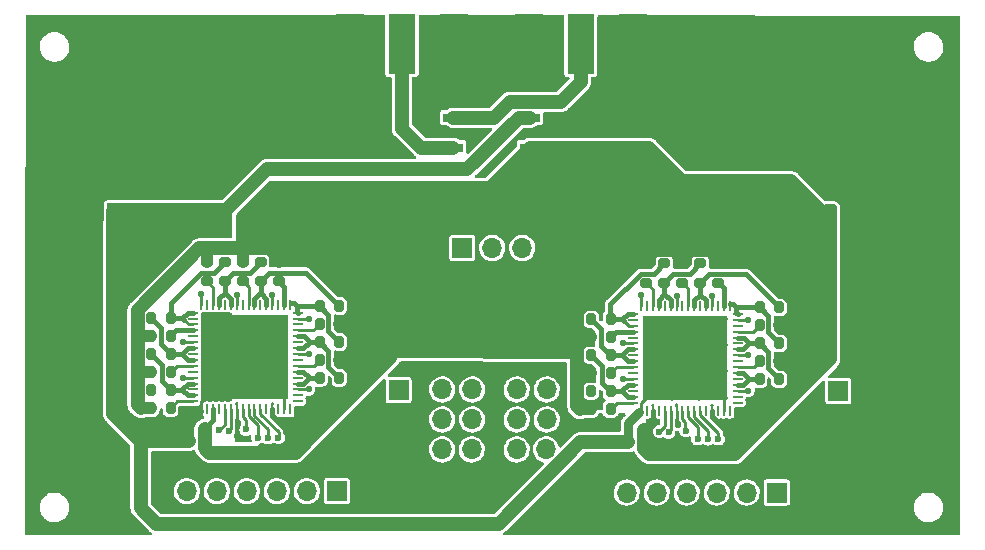
<source format=gbr>
%TF.GenerationSoftware,KiCad,Pcbnew,(6.0.1)*%
%TF.CreationDate,2023-03-14T12:55:58-06:00*%
%TF.ProjectId,SPARC,53504152-432e-46b6-9963-61645f706362,01*%
%TF.SameCoordinates,Original*%
%TF.FileFunction,Copper,L1,Top*%
%TF.FilePolarity,Positive*%
%FSLAX46Y46*%
G04 Gerber Fmt 4.6, Leading zero omitted, Abs format (unit mm)*
G04 Created by KiCad (PCBNEW (6.0.1)) date 2023-03-14 12:55:58*
%MOMM*%
%LPD*%
G01*
G04 APERTURE LIST*
G04 Aperture macros list*
%AMRoundRect*
0 Rectangle with rounded corners*
0 $1 Rounding radius*
0 $2 $3 $4 $5 $6 $7 $8 $9 X,Y pos of 4 corners*
0 Add a 4 corners polygon primitive as box body*
4,1,4,$2,$3,$4,$5,$6,$7,$8,$9,$2,$3,0*
0 Add four circle primitives for the rounded corners*
1,1,$1+$1,$2,$3*
1,1,$1+$1,$4,$5*
1,1,$1+$1,$6,$7*
1,1,$1+$1,$8,$9*
0 Add four rect primitives between the rounded corners*
20,1,$1+$1,$2,$3,$4,$5,0*
20,1,$1+$1,$4,$5,$6,$7,0*
20,1,$1+$1,$6,$7,$8,$9,0*
20,1,$1+$1,$8,$9,$2,$3,0*%
G04 Aperture macros list end*
%TA.AperFunction,SMDPad,CuDef*%
%ADD10RoundRect,0.200000X-0.275000X0.200000X-0.275000X-0.200000X0.275000X-0.200000X0.275000X0.200000X0*%
%TD*%
%TA.AperFunction,SMDPad,CuDef*%
%ADD11RoundRect,0.200000X0.200000X0.275000X-0.200000X0.275000X-0.200000X-0.275000X0.200000X-0.275000X0*%
%TD*%
%TA.AperFunction,SMDPad,CuDef*%
%ADD12R,1.750000X0.750000*%
%TD*%
%TA.AperFunction,SMDPad,CuDef*%
%ADD13RoundRect,0.250000X0.325000X1.100000X-0.325000X1.100000X-0.325000X-1.100000X0.325000X-1.100000X0*%
%TD*%
%TA.AperFunction,SMDPad,CuDef*%
%ADD14R,2.290000X5.080000*%
%TD*%
%TA.AperFunction,ComponentPad*%
%ADD15C,0.970000*%
%TD*%
%TA.AperFunction,SMDPad,CuDef*%
%ADD16R,0.460000X0.950000*%
%TD*%
%TA.AperFunction,SMDPad,CuDef*%
%ADD17R,2.420000X5.080000*%
%TD*%
%TA.AperFunction,SMDPad,CuDef*%
%ADD18RoundRect,0.200000X-0.200000X-0.275000X0.200000X-0.275000X0.200000X0.275000X-0.200000X0.275000X0*%
%TD*%
%TA.AperFunction,SMDPad,CuDef*%
%ADD19RoundRect,0.200000X0.275000X-0.200000X0.275000X0.200000X-0.275000X0.200000X-0.275000X-0.200000X0*%
%TD*%
%TA.AperFunction,SMDPad,CuDef*%
%ADD20RoundRect,0.062500X-0.350000X-0.062500X0.350000X-0.062500X0.350000X0.062500X-0.350000X0.062500X0*%
%TD*%
%TA.AperFunction,SMDPad,CuDef*%
%ADD21RoundRect,0.062500X-0.062500X-0.350000X0.062500X-0.350000X0.062500X0.350000X-0.062500X0.350000X0*%
%TD*%
%TA.AperFunction,ComponentPad*%
%ADD22C,0.500000*%
%TD*%
%TA.AperFunction,SMDPad,CuDef*%
%ADD23R,7.150000X7.150000*%
%TD*%
%TA.AperFunction,ComponentPad*%
%ADD24O,1.700000X1.700000*%
%TD*%
%TA.AperFunction,ComponentPad*%
%ADD25R,1.700000X1.700000*%
%TD*%
%TA.AperFunction,ViaPad*%
%ADD26C,0.600000*%
%TD*%
%TA.AperFunction,ViaPad*%
%ADD27C,0.550000*%
%TD*%
%TA.AperFunction,ViaPad*%
%ADD28C,0.800000*%
%TD*%
%TA.AperFunction,Conductor*%
%ADD29C,1.200000*%
%TD*%
%TA.AperFunction,Conductor*%
%ADD30C,0.250000*%
%TD*%
%TA.AperFunction,Conductor*%
%ADD31C,0.400000*%
%TD*%
%TA.AperFunction,Conductor*%
%ADD32C,1.000000*%
%TD*%
%TA.AperFunction,Conductor*%
%ADD33C,0.800000*%
%TD*%
G04 APERTURE END LIST*
D10*
%TO.P,R39,1*%
%TO.N,/VB3_1*%
X141092682Y-65940000D03*
%TO.P,R39,2*%
%TO.N,/VB4_1*%
X141092682Y-67590000D03*
%TD*%
D11*
%TO.P,R3,1*%
%TO.N,Net-(R3-Pad1)*%
X96228682Y-75158600D03*
%TO.P,R3,2*%
%TO.N,/VPP*%
X94578682Y-75158600D03*
%TD*%
D12*
%TO.P,D1,1,+*%
%TO.N,/VPP*%
X126650000Y-56170000D03*
%TO.P,D1,2*%
%TO.N,Net-(D1-Pad2)*%
X120150000Y-56170000D03*
%TO.P,D1,3,-*%
%TO.N,/VNN*%
X126650000Y-53630000D03*
%TO.P,D1,4*%
%TO.N,Net-(D1-Pad4)*%
X120150000Y-53630000D03*
%TD*%
D13*
%TO.P,C6,1*%
%TO.N,/VNN*%
X91383682Y-71763369D03*
%TO.P,C6,2*%
%TO.N,GND*%
X88433682Y-71763369D03*
%TD*%
D14*
%TO.P,J2,1,In*%
%TO.N,Net-(D1-Pad4)*%
X130975000Y-47370000D03*
D15*
%TO.P,J2,2,Ext*%
%TO.N,GND*%
X126595000Y-50810000D03*
D16*
X126595000Y-50360000D03*
D17*
X126595000Y-47370000D03*
D15*
X135355000Y-50810000D03*
D17*
X135355000Y-47370000D03*
D16*
X135355000Y-50360000D03*
%TD*%
D11*
%TO.P,R1,1*%
%TO.N,Net-(R1-Pad1)*%
X96233682Y-78208600D03*
%TO.P,R1,2*%
%TO.N,/VPP*%
X94583682Y-78208600D03*
%TD*%
D13*
%TO.P,C4,1*%
%TO.N,/VNN*%
X91383682Y-62573369D03*
%TO.P,C4,2*%
%TO.N,GND*%
X88433682Y-62573369D03*
%TD*%
D18*
%TO.P,R33,1*%
%TO.N,/VB0_1*%
X131827682Y-73746000D03*
%TO.P,R33,2*%
%TO.N,/VB1_1*%
X133477682Y-73746000D03*
%TD*%
D11*
%TO.P,R41,1*%
%TO.N,/VB4_1*%
X147759682Y-69682000D03*
%TO.P,R41,2*%
%TO.N,/VB5_1*%
X146109682Y-69682000D03*
%TD*%
D10*
%TO.P,R6,1*%
%TO.N,/VB2_0*%
X100800682Y-65828600D03*
%TO.P,R6,2*%
%TO.N,/VB3_0*%
X100800682Y-67478600D03*
%TD*%
D19*
%TO.P,R26,1*%
%TO.N,Net-(R26-Pad1)*%
X105372682Y-67478600D03*
%TO.P,R26,2*%
%TO.N,/VPP*%
X105372682Y-65828600D03*
%TD*%
D18*
%TO.P,R61,1*%
%TO.N,Net-(R61-Pad1)*%
X146109682Y-74254000D03*
%TO.P,R61,2*%
%TO.N,/VPP*%
X147759682Y-74254000D03*
%TD*%
D11*
%TO.P,R45,1*%
%TO.N,/VB6_1*%
X147759682Y-75778000D03*
%TO.P,R45,2*%
%TO.N,/VB7_1*%
X146109682Y-75778000D03*
%TD*%
%TO.P,R8,1*%
%TO.N,/VB4_0*%
X110515682Y-69570600D03*
%TO.P,R8,2*%
%TO.N,/VB5_0*%
X108865682Y-69570600D03*
%TD*%
D20*
%TO.P,U2,1,SW5A*%
%TO.N,/VB2_1*%
X135382500Y-70250000D03*
%TO.P,U2,2,NC*%
%TO.N,unconnected-(U2-Pad2)*%
X135382500Y-70750000D03*
%TO.P,U2,3,SW4B*%
%TO.N,/VB2_1*%
X135382500Y-71250000D03*
%TO.P,U2,4,SW4A*%
%TO.N,Net-(R51-Pad1)*%
X135382500Y-71750000D03*
%TO.P,U2,5,NC*%
%TO.N,unconnected-(U2-Pad5)*%
X135382500Y-72250000D03*
%TO.P,U2,6,SW3B*%
%TO.N,Net-(R50-Pad2)*%
X135382500Y-72750000D03*
%TO.P,U2,7,SW3A*%
%TO.N,/VB1_1*%
X135382500Y-73250000D03*
%TO.P,U2,8,NC*%
%TO.N,unconnected-(U2-Pad8)*%
X135382500Y-73750000D03*
%TO.P,U2,9,SW2B*%
%TO.N,/VB1_1*%
X135382500Y-74250000D03*
%TO.P,U2,10,SW2A*%
%TO.N,Net-(R49-Pad1)*%
X135382500Y-74750000D03*
%TO.P,U2,11,NC*%
%TO.N,unconnected-(U2-Pad11)*%
X135382500Y-75250000D03*
%TO.P,U2,12,SW1B*%
%TO.N,Net-(R48-Pad2)*%
X135382500Y-75750000D03*
%TO.P,U2,13,SW1A*%
%TO.N,/VB0_1*%
X135382500Y-76250000D03*
%TO.P,U2,14,NC*%
%TO.N,unconnected-(U2-Pad14)*%
X135382500Y-76750000D03*
%TO.P,U2,15,SW0B*%
%TO.N,/VB0_1*%
X135382500Y-77250000D03*
%TO.P,U2,16,SW0A*%
%TO.N,Net-(R47-Pad1)*%
X135382500Y-77750000D03*
D21*
%TO.P,U2,17,VNN*%
%TO.N,/VNN*%
X136070000Y-78437500D03*
%TO.P,U2,18,NC*%
%TO.N,unconnected-(U2-Pad18)*%
X136570000Y-78437500D03*
%TO.P,U2,19,VPP*%
%TO.N,/VPP*%
X137070000Y-78437500D03*
%TO.P,U2,20,NC*%
%TO.N,unconnected-(U2-Pad20)*%
X137570000Y-78437500D03*
%TO.P,U2,21,CLR*%
%TO.N,/SRclr_1*%
X138070000Y-78437500D03*
%TO.P,U2,22,~{LE}*%
%TO.N,/~{SRle_1}*%
X138570000Y-78437500D03*
%TO.P,U2,23,GND*%
%TO.N,GND*%
X139070000Y-78437500D03*
%TO.P,U2,24,VDD*%
%TO.N,/VDD*%
X139570000Y-78437500D03*
%TO.P,U2,25,DIN*%
%TO.N,/SRdin_1*%
X140070000Y-78437500D03*
%TO.P,U2,26,CLK*%
%TO.N,/SRclk_1*%
X140570000Y-78437500D03*
%TO.P,U2,27,DOUT*%
%TO.N,/DOUT_1*%
X141070000Y-78437500D03*
%TO.P,U2,28,NC*%
%TO.N,unconnected-(U2-Pad28)*%
X141570000Y-78437500D03*
%TO.P,U2,29,VPP*%
%TO.N,/VPP*%
X142070000Y-78437500D03*
%TO.P,U2,30,NC*%
%TO.N,unconnected-(U2-Pad30)*%
X142570000Y-78437500D03*
%TO.P,U2,31,VNN*%
%TO.N,/VNN*%
X143070000Y-78437500D03*
%TO.P,U2,32,NC*%
%TO.N,unconnected-(U2-Pad32)*%
X143570000Y-78437500D03*
D20*
%TO.P,U2,33,NC/RGND*%
%TO.N,unconnected-(U2-Pad33)*%
X144257500Y-77750000D03*
%TO.P,U2,34,NC*%
%TO.N,unconnected-(U2-Pad34)*%
X144257500Y-77250000D03*
%TO.P,U2,35,SW15B*%
%TO.N,Net-(R62-Pad2)*%
X144257500Y-76750000D03*
%TO.P,U2,36,SW15A*%
%TO.N,/VB7_1*%
X144257500Y-76250000D03*
%TO.P,U2,37,NC*%
%TO.N,unconnected-(U2-Pad37)*%
X144257500Y-75750000D03*
%TO.P,U2,38,SW14B*%
%TO.N,/VB7_1*%
X144257500Y-75250000D03*
%TO.P,U2,39,SW14A*%
%TO.N,Net-(R61-Pad1)*%
X144257500Y-74750000D03*
%TO.P,U2,40,NC*%
%TO.N,unconnected-(U2-Pad40)*%
X144257500Y-74250000D03*
%TO.P,U2,41,SW13B*%
%TO.N,Net-(R60-Pad2)*%
X144257500Y-73750000D03*
%TO.P,U2,42,SW13A*%
%TO.N,/VB6_1*%
X144257500Y-73250000D03*
%TO.P,U2,43,NC*%
%TO.N,unconnected-(U2-Pad43)*%
X144257500Y-72750000D03*
%TO.P,U2,44,SW12B*%
%TO.N,/VB6_1*%
X144257500Y-72250000D03*
%TO.P,U2,45,SW12A*%
%TO.N,Net-(R59-Pad1)*%
X144257500Y-71750000D03*
%TO.P,U2,46,NC*%
%TO.N,unconnected-(U2-Pad46)*%
X144257500Y-71250000D03*
%TO.P,U2,47,SW11B*%
%TO.N,Net-(R58-Pad2)*%
X144257500Y-70750000D03*
%TO.P,U2,48,SW11A*%
%TO.N,/VB5_1*%
X144257500Y-70250000D03*
D21*
%TO.P,U2,49,SW10B*%
X143570000Y-69562500D03*
%TO.P,U2,50,SW10A*%
%TO.N,Net-(R57-Pad1)*%
X143070000Y-69562500D03*
%TO.P,U2,51,NC*%
%TO.N,unconnected-(U2-Pad51)*%
X142570000Y-69562500D03*
%TO.P,U2,52,SW9B*%
%TO.N,Net-(R56-Pad2)*%
X142070000Y-69562500D03*
%TO.P,U2,53,SW9A*%
%TO.N,/VB4_1*%
X141570000Y-69562500D03*
%TO.P,U2,54,NC*%
%TO.N,unconnected-(U2-Pad54)*%
X141070000Y-69562500D03*
%TO.P,U2,55,SW8B*%
%TO.N,/VB4_1*%
X140570000Y-69562500D03*
%TO.P,U2,56,SW8A*%
%TO.N,Net-(R55-Pad1)*%
X140070000Y-69562500D03*
%TO.P,U2,57,NC*%
%TO.N,unconnected-(U2-Pad57)*%
X139570000Y-69562500D03*
%TO.P,U2,58,SW7B*%
%TO.N,Net-(R54-Pad2)*%
X139070000Y-69562500D03*
%TO.P,U2,59,SW7A*%
%TO.N,/VB3_1*%
X138570000Y-69562500D03*
%TO.P,U2,60,NC*%
%TO.N,unconnected-(U2-Pad60)*%
X138070000Y-69562500D03*
%TO.P,U2,61,SW6B*%
%TO.N,/VB3_1*%
X137570000Y-69562500D03*
%TO.P,U2,62,SW6A*%
%TO.N,Net-(R53-Pad1)*%
X137070000Y-69562500D03*
%TO.P,U2,63,NC*%
%TO.N,unconnected-(U2-Pad63)*%
X136570000Y-69562500D03*
%TO.P,U2,64,SW5B*%
%TO.N,Net-(R52-Pad2)*%
X136070000Y-69562500D03*
D22*
%TO.P,U2,65,VSUB(VNN)*%
%TO.N,/VNN*%
X136495000Y-77325000D03*
X138711667Y-72891667D03*
X140928333Y-77325000D03*
X143145000Y-77325000D03*
X140928333Y-75108333D03*
X138711667Y-70675000D03*
X138711667Y-77325000D03*
X143145000Y-70675000D03*
X136495000Y-72891667D03*
X138711667Y-75108333D03*
X143145000Y-72891667D03*
D23*
X139820000Y-74000000D03*
D22*
X140928333Y-70675000D03*
X136495000Y-70675000D03*
X143145000Y-75108333D03*
X136495000Y-75108333D03*
X140928333Y-72891667D03*
%TD*%
D18*
%TO.P,R28,1*%
%TO.N,Net-(R28-Pad1)*%
X108865682Y-71094600D03*
%TO.P,R28,2*%
%TO.N,/VPP*%
X110515682Y-71094600D03*
%TD*%
D10*
%TO.P,R7,1*%
%TO.N,/VB3_0*%
X103848682Y-65828600D03*
%TO.P,R7,2*%
%TO.N,/VB4_0*%
X103848682Y-67478600D03*
%TD*%
D14*
%TO.P,J1,1,In*%
%TO.N,Net-(D1-Pad2)*%
X115825000Y-47370000D03*
D17*
%TO.P,J1,2,Ext*%
%TO.N,GND*%
X120205000Y-47370000D03*
X111445000Y-47370000D03*
D16*
X120205000Y-50360000D03*
D15*
X111445000Y-50810000D03*
X120205000Y-50810000D03*
D16*
X111445000Y-50360000D03*
%TD*%
D13*
%TO.P,C1,1*%
%TO.N,GND*%
X155027682Y-62313369D03*
%TO.P,C1,2*%
%TO.N,/VPP*%
X152077682Y-62313369D03*
%TD*%
%TO.P,C5,1*%
%TO.N,/VNN*%
X91383682Y-67163369D03*
%TO.P,C5,2*%
%TO.N,GND*%
X88433682Y-67163369D03*
%TD*%
%TO.P,C3,1*%
%TO.N,GND*%
X155027682Y-71763369D03*
%TO.P,C3,2*%
%TO.N,/VPP*%
X152077682Y-71763369D03*
%TD*%
D19*
%TO.P,R22,1*%
%TO.N,Net-(R22-Pad1)*%
X99276682Y-67478600D03*
%TO.P,R22,2*%
%TO.N,/VPP*%
X99276682Y-65828600D03*
%TD*%
D11*
%TO.P,R47,1*%
%TO.N,Net-(R47-Pad1)*%
X133477682Y-78320000D03*
%TO.P,R47,2*%
%TO.N,/VPP*%
X131827682Y-78320000D03*
%TD*%
D19*
%TO.P,R24,1*%
%TO.N,Net-(R24-Pad1)*%
X102324682Y-67478600D03*
%TO.P,R24,2*%
%TO.N,/VPP*%
X102324682Y-65828600D03*
%TD*%
%TO.P,R57,1*%
%TO.N,Net-(R57-Pad1)*%
X142616682Y-67590000D03*
%TO.P,R57,2*%
%TO.N,/VPP*%
X142616682Y-65940000D03*
%TD*%
D11*
%TO.P,R20,1*%
%TO.N,/VB0_0*%
X96233682Y-76684600D03*
%TO.P,R20,2*%
%TO.N,/VL*%
X94583682Y-76684600D03*
%TD*%
D19*
%TO.P,R55,1*%
%TO.N,Net-(R55-Pad1)*%
X139568682Y-67590000D03*
%TO.P,R55,2*%
%TO.N,/VPP*%
X139568682Y-65940000D03*
%TD*%
D11*
%TO.P,R49,1*%
%TO.N,Net-(R49-Pad1)*%
X133477682Y-75270000D03*
%TO.P,R49,2*%
%TO.N,/VPP*%
X131827682Y-75270000D03*
%TD*%
D24*
%TO.P,JP3 JP2,1*%
%TO.N,/DIN_1*%
X121725000Y-81725000D03*
%TO.P,JP3 JP2,2*%
%TO.N,/CLK_1*%
X119235000Y-81725000D03*
%TO.P,JP3 JP2,3*%
%TO.N,/SRdin_1*%
X121775000Y-79185000D03*
%TO.P,JP3 JP2,4*%
%TO.N,/SRclk_1*%
X119235000Y-79185000D03*
%TO.P,JP3 JP2,5*%
%TO.N,/DOUT_0*%
X121775000Y-76645000D03*
%TO.P,JP3 JP2,6*%
%TO.N,/CLK_0*%
X119235000Y-76645000D03*
%TD*%
D18*
%TO.P,R4,1*%
%TO.N,/VB0_0*%
X94578682Y-73634600D03*
%TO.P,R4,2*%
%TO.N,/VB1_0*%
X96228682Y-73634600D03*
%TD*%
D11*
%TO.P,R43,1*%
%TO.N,/VB5_1*%
X147759682Y-72730000D03*
%TO.P,R43,2*%
%TO.N,/VB6_1*%
X146109682Y-72730000D03*
%TD*%
D24*
%TO.P,JP4 JP5,1*%
%TO.N,/CLR_1*%
X128025000Y-81725000D03*
%TO.P,JP4 JP5,2*%
%TO.N,/~{LE_1}*%
X125535000Y-81725000D03*
%TO.P,JP4 JP5,3*%
%TO.N,/SRclr_1*%
X128075000Y-79185000D03*
%TO.P,JP4 JP5,4*%
%TO.N,/~{SRle_1}*%
X125535000Y-79185000D03*
%TO.P,JP4 JP5,5*%
%TO.N,/CLR_0*%
X128075000Y-76645000D03*
%TO.P,JP4 JP5,6*%
%TO.N,/~{LE_0}*%
X125535000Y-76645000D03*
%TD*%
D11*
%TO.P,R32,1*%
%TO.N,/VB0_1*%
X133477682Y-76796000D03*
%TO.P,R32,2*%
%TO.N,/VL*%
X131827682Y-76796000D03*
%TD*%
D18*
%TO.P,R30,1*%
%TO.N,Net-(R30-Pad1)*%
X108865682Y-74142600D03*
%TO.P,R30,2*%
%TO.N,/VPP*%
X110515682Y-74142600D03*
%TD*%
D19*
%TO.P,R57,1*%
%TO.N,Net-(R57-Pad1)*%
X142616682Y-67590000D03*
%TO.P,R57,2*%
%TO.N,/VPP*%
X142616682Y-65940000D03*
%TD*%
D11*
%TO.P,R19,1*%
%TO.N,Net-(R19-Pad1)*%
X96228682Y-72110600D03*
%TO.P,R19,2*%
%TO.N,/VPP*%
X94578682Y-72110600D03*
%TD*%
%TO.P,R51,1*%
%TO.N,Net-(R51-Pad1)*%
X133477682Y-72222000D03*
%TO.P,R51,2*%
%TO.N,/VPP*%
X131827682Y-72222000D03*
%TD*%
D18*
%TO.P,R35,1*%
%TO.N,/VB1_1*%
X131827682Y-70698000D03*
%TO.P,R35,2*%
%TO.N,/VB2_1*%
X133477682Y-70698000D03*
%TD*%
D20*
%TO.P,U1,1,SW5A*%
%TO.N,/VB2_0*%
X98141182Y-70138600D03*
%TO.P,U1,2,NC*%
%TO.N,unconnected-(U1-Pad2)*%
X98141182Y-70638600D03*
%TO.P,U1,3,SW4B*%
%TO.N,/VB2_0*%
X98141182Y-71138600D03*
%TO.P,U1,4,SW4A*%
%TO.N,Net-(R19-Pad1)*%
X98141182Y-71638600D03*
%TO.P,U1,5,NC*%
%TO.N,unconnected-(U1-Pad5)*%
X98141182Y-72138600D03*
%TO.P,U1,6,SW3B*%
%TO.N,Net-(R11-Pad2)*%
X98141182Y-72638600D03*
%TO.P,U1,7,SW3A*%
%TO.N,/VB1_0*%
X98141182Y-73138600D03*
%TO.P,U1,8,NC*%
%TO.N,unconnected-(U1-Pad8)*%
X98141182Y-73638600D03*
%TO.P,U1,9,SW2B*%
%TO.N,/VB1_0*%
X98141182Y-74138600D03*
%TO.P,U1,10,SW2A*%
%TO.N,Net-(R3-Pad1)*%
X98141182Y-74638600D03*
%TO.P,U1,11,NC*%
%TO.N,unconnected-(U1-Pad11)*%
X98141182Y-75138600D03*
%TO.P,U1,12,SW1B*%
%TO.N,Net-(R2-Pad2)*%
X98141182Y-75638600D03*
%TO.P,U1,13,SW1A*%
%TO.N,/VB0_0*%
X98141182Y-76138600D03*
%TO.P,U1,14,NC*%
%TO.N,unconnected-(U1-Pad14)*%
X98141182Y-76638600D03*
%TO.P,U1,15,SW0B*%
%TO.N,/VB0_0*%
X98141182Y-77138600D03*
%TO.P,U1,16,SW0A*%
%TO.N,Net-(R1-Pad1)*%
X98141182Y-77638600D03*
D21*
%TO.P,U1,17,VNN*%
%TO.N,/VNN*%
X98828682Y-78326100D03*
%TO.P,U1,18,NC*%
%TO.N,unconnected-(U1-Pad18)*%
X99328682Y-78326100D03*
%TO.P,U1,19,VPP*%
%TO.N,/VPP*%
X99828682Y-78326100D03*
%TO.P,U1,20,NC*%
%TO.N,unconnected-(U1-Pad20)*%
X100328682Y-78326100D03*
%TO.P,U1,21,CLR*%
%TO.N,/CLR_0*%
X100828682Y-78326100D03*
%TO.P,U1,22,~{LE}*%
%TO.N,/~{LE_0}*%
X101328682Y-78326100D03*
%TO.P,U1,23,GND*%
%TO.N,GND*%
X101828682Y-78326100D03*
%TO.P,U1,24,VDD*%
%TO.N,/VDD*%
X102328682Y-78326100D03*
%TO.P,U1,25,DIN*%
%TO.N,/DIN_0*%
X102828682Y-78326100D03*
%TO.P,U1,26,CLK*%
%TO.N,/CLK_0*%
X103328682Y-78326100D03*
%TO.P,U1,27,DOUT*%
%TO.N,/DOUT_0*%
X103828682Y-78326100D03*
%TO.P,U1,28,NC*%
%TO.N,unconnected-(U1-Pad28)*%
X104328682Y-78326100D03*
%TO.P,U1,29,VPP*%
%TO.N,/VPP*%
X104828682Y-78326100D03*
%TO.P,U1,30,NC*%
%TO.N,unconnected-(U1-Pad30)*%
X105328682Y-78326100D03*
%TO.P,U1,31,VNN*%
%TO.N,/VNN*%
X105828682Y-78326100D03*
%TO.P,U1,32,NC*%
%TO.N,unconnected-(U1-Pad32)*%
X106328682Y-78326100D03*
D20*
%TO.P,U1,33,NC/RGND*%
%TO.N,unconnected-(U1-Pad33)*%
X107016182Y-77638600D03*
%TO.P,U1,34,NC*%
%TO.N,unconnected-(U1-Pad34)*%
X107016182Y-77138600D03*
%TO.P,U1,35,SW15B*%
%TO.N,Net-(R31-Pad2)*%
X107016182Y-76638600D03*
%TO.P,U1,36,SW15A*%
%TO.N,/VB7_0*%
X107016182Y-76138600D03*
%TO.P,U1,37,NC*%
%TO.N,unconnected-(U1-Pad37)*%
X107016182Y-75638600D03*
%TO.P,U1,38,SW14B*%
%TO.N,/VB7_0*%
X107016182Y-75138600D03*
%TO.P,U1,39,SW14A*%
%TO.N,Net-(R30-Pad1)*%
X107016182Y-74638600D03*
%TO.P,U1,40,NC*%
%TO.N,unconnected-(U1-Pad40)*%
X107016182Y-74138600D03*
%TO.P,U1,41,SW13B*%
%TO.N,Net-(R29-Pad2)*%
X107016182Y-73638600D03*
%TO.P,U1,42,SW13A*%
%TO.N,/VB6_0*%
X107016182Y-73138600D03*
%TO.P,U1,43,NC*%
%TO.N,unconnected-(U1-Pad43)*%
X107016182Y-72638600D03*
%TO.P,U1,44,SW12B*%
%TO.N,/VB6_0*%
X107016182Y-72138600D03*
%TO.P,U1,45,SW12A*%
%TO.N,Net-(R28-Pad1)*%
X107016182Y-71638600D03*
%TO.P,U1,46,NC*%
%TO.N,unconnected-(U1-Pad46)*%
X107016182Y-71138600D03*
%TO.P,U1,47,SW11B*%
%TO.N,Net-(R27-Pad2)*%
X107016182Y-70638600D03*
%TO.P,U1,48,SW11A*%
%TO.N,/VB5_0*%
X107016182Y-70138600D03*
D21*
%TO.P,U1,49,SW10B*%
X106328682Y-69451100D03*
%TO.P,U1,50,SW10A*%
%TO.N,Net-(R26-Pad1)*%
X105828682Y-69451100D03*
%TO.P,U1,51,NC*%
%TO.N,unconnected-(U1-Pad51)*%
X105328682Y-69451100D03*
%TO.P,U1,52,SW9B*%
%TO.N,Net-(R25-Pad2)*%
X104828682Y-69451100D03*
%TO.P,U1,53,SW9A*%
%TO.N,/VB4_0*%
X104328682Y-69451100D03*
%TO.P,U1,54,NC*%
%TO.N,unconnected-(U1-Pad54)*%
X103828682Y-69451100D03*
%TO.P,U1,55,SW8B*%
%TO.N,/VB4_0*%
X103328682Y-69451100D03*
%TO.P,U1,56,SW8A*%
%TO.N,Net-(R24-Pad1)*%
X102828682Y-69451100D03*
%TO.P,U1,57,NC*%
%TO.N,unconnected-(U1-Pad57)*%
X102328682Y-69451100D03*
%TO.P,U1,58,SW7B*%
%TO.N,Net-(R23-Pad2)*%
X101828682Y-69451100D03*
%TO.P,U1,59,SW7A*%
%TO.N,/VB3_0*%
X101328682Y-69451100D03*
%TO.P,U1,60,NC*%
%TO.N,unconnected-(U1-Pad60)*%
X100828682Y-69451100D03*
%TO.P,U1,61,SW6B*%
%TO.N,/VB3_0*%
X100328682Y-69451100D03*
%TO.P,U1,62,SW6A*%
%TO.N,Net-(R22-Pad1)*%
X99828682Y-69451100D03*
%TO.P,U1,63,NC*%
%TO.N,unconnected-(U1-Pad63)*%
X99328682Y-69451100D03*
%TO.P,U1,64,SW5B*%
%TO.N,Net-(R21-Pad2)*%
X98828682Y-69451100D03*
D23*
%TO.P,U1,65,VSUB(VNN)*%
%TO.N,/VNN*%
X102578682Y-73888600D03*
D22*
X101470349Y-72780267D03*
X99253682Y-77213600D03*
X103687015Y-77213600D03*
X99253682Y-70563600D03*
X101470349Y-74996933D03*
X105903682Y-74996933D03*
X105903682Y-77213600D03*
X105903682Y-72780267D03*
X103687015Y-72780267D03*
X103687015Y-70563600D03*
X101470349Y-70563600D03*
X99253682Y-74996933D03*
X105903682Y-70563600D03*
X103687015Y-74996933D03*
X99253682Y-72780267D03*
X101470349Y-77213600D03*
%TD*%
D10*
%TO.P,R37,1*%
%TO.N,/VB2_1*%
X138044682Y-65940000D03*
%TO.P,R37,2*%
%TO.N,/VB3_1*%
X138044682Y-67590000D03*
%TD*%
D25*
%TO.P,J4,1,Pin_1*%
%TO.N,/VB7_0*%
X115532682Y-76682600D03*
D24*
%TO.P,J4,2,Pin_2*%
%TO.N,GND*%
X115532682Y-79222600D03*
%TO.P,J4,3,Pin_3*%
X115532682Y-81762600D03*
%TD*%
D25*
%TO.P,JP1,1,A*%
%TO.N,GND*%
X120930000Y-64670000D03*
D24*
%TO.P,JP1,2,C*%
%TO.N,/VL*%
X123470000Y-64670000D03*
%TO.P,JP1,3,B*%
%TO.N,/VNN*%
X126010000Y-64670000D03*
%TD*%
D18*
%TO.P,R5,1*%
%TO.N,/VB1_0*%
X94578682Y-70586600D03*
%TO.P,R5,2*%
%TO.N,/VB2_0*%
X96228682Y-70586600D03*
%TD*%
D25*
%TO.P,J3,1,Pin_1*%
%TO.N,/DOUT_0*%
X110302682Y-85256769D03*
D24*
%TO.P,J3,2,Pin_2*%
%TO.N,/CLK_0*%
X107762682Y-85256769D03*
%TO.P,J3,3,Pin_3*%
%TO.N,/DIN_0*%
X105222682Y-85256769D03*
%TO.P,J3,4,Pin_4*%
%TO.N,/CLR_0*%
X102682682Y-85256769D03*
%TO.P,J3,5,Pin_5*%
%TO.N,/~{LE_0}*%
X100142682Y-85256769D03*
%TO.P,J3,6,Pin_6*%
%TO.N,/VDD*%
X97602682Y-85256769D03*
%TD*%
D25*
%TO.P,J5,1,Pin_1*%
%TO.N,/VB7_1*%
X152774000Y-76794000D03*
D24*
%TO.P,J5,2,Pin_2*%
%TO.N,GND*%
X152774000Y-79334000D03*
%TO.P,J5,3,Pin_3*%
X152774000Y-81874000D03*
%TD*%
D13*
%TO.P,C2,1*%
%TO.N,GND*%
X155027682Y-67013369D03*
%TO.P,C2,2*%
%TO.N,/VPP*%
X152077682Y-67013369D03*
%TD*%
D11*
%TO.P,R9,1*%
%TO.N,/VB5_0*%
X110515682Y-72618600D03*
%TO.P,R9,2*%
%TO.N,/VB6_0*%
X108865682Y-72618600D03*
%TD*%
D19*
%TO.P,R53,1*%
%TO.N,Net-(R53-Pad1)*%
X136520682Y-67590000D03*
%TO.P,R53,2*%
%TO.N,/VPP*%
X136520682Y-65940000D03*
%TD*%
D25*
%TO.P,J6,1,Pin_1*%
%TO.N,/DOUT_1*%
X147544000Y-85368169D03*
D24*
%TO.P,J6,2,Pin_2*%
%TO.N,/CLK_1*%
X145004000Y-85368169D03*
%TO.P,J6,3,Pin_3*%
%TO.N,/DIN_1*%
X142464000Y-85368169D03*
%TO.P,J6,4,Pin_4*%
%TO.N,/CLR_1*%
X139924000Y-85368169D03*
%TO.P,J6,5,Pin_5*%
%TO.N,/~{LE_1}*%
X137384000Y-85368169D03*
%TO.P,J6,6,Pin_6*%
%TO.N,/VDD*%
X134844000Y-85368169D03*
%TD*%
D18*
%TO.P,R59,1*%
%TO.N,Net-(R59-Pad1)*%
X146109682Y-71206000D03*
%TO.P,R59,2*%
%TO.N,/VPP*%
X147759682Y-71206000D03*
%TD*%
D11*
%TO.P,R10,1*%
%TO.N,/VB6_0*%
X110515682Y-75666600D03*
%TO.P,R10,2*%
%TO.N,/VB7_0*%
X108865682Y-75666600D03*
%TD*%
D26*
%TO.N,/DOUT_0*%
X105358682Y-80713369D03*
D27*
%TO.N,Net-(R2-Pad2)*%
X97280682Y-75638600D03*
D26*
%TO.N,/CLK_0*%
X104483682Y-80733369D03*
%TO.N,GND*%
X86502682Y-71735369D03*
X156513682Y-71735369D03*
X86502682Y-67163369D03*
X156513682Y-62337369D03*
X101958682Y-79463369D03*
X156513682Y-66909369D03*
X86502682Y-62591369D03*
X139202682Y-79574769D03*
%TO.N,/DIN_0*%
X103608682Y-80713369D03*
%TO.N,/CLR_0*%
X100358682Y-80113369D03*
%TO.N,/~{LE_0}*%
X101158682Y-80163369D03*
D27*
%TO.N,/VB7_0*%
X108865682Y-75666600D03*
%TO.N,/VB7_1*%
X146109682Y-75778000D03*
D26*
%TO.N,/DOUT_1*%
X142602682Y-80824769D03*
D27*
%TO.N,Net-(R23-Pad2)*%
X101828682Y-68614600D03*
%TO.N,Net-(R25-Pad2)*%
X104828682Y-68614600D03*
%TO.N,Net-(R27-Pad2)*%
X107908682Y-70638600D03*
%TO.N,Net-(R29-Pad2)*%
X107908682Y-73638600D03*
%TO.N,Net-(R31-Pad2)*%
X107908682Y-76638600D03*
D28*
%TO.N,/VPP*%
X144352682Y-81096000D03*
X107108682Y-80984600D03*
%TO.N,/VNN*%
X97752682Y-81000600D03*
X121311800Y-57988200D03*
X134996682Y-81112000D03*
D26*
%TO.N,/VDD*%
X139852682Y-80124769D03*
X102608682Y-80013369D03*
D27*
%TO.N,Net-(R11-Pad2)*%
X97280682Y-72638600D03*
%TO.N,Net-(R21-Pad2)*%
X98828682Y-68554600D03*
%TO.N,/VL*%
X131827682Y-76796000D03*
X94583682Y-76684600D03*
%TO.N,/VB0_0*%
X94578682Y-73634600D03*
%TO.N,/VB1_0*%
X94578682Y-70586600D03*
X96228682Y-73634600D03*
%TO.N,/VB2_0*%
X100800682Y-65828600D03*
X96228682Y-70586600D03*
%TO.N,/VB3_0*%
X103848682Y-65828600D03*
X100800682Y-67478600D03*
%TO.N,/VB4_0*%
X103848682Y-67478600D03*
X110515682Y-69570600D03*
%TO.N,/VB5_0*%
X110515682Y-72618600D03*
X108865682Y-69570600D03*
%TO.N,/VB6_0*%
X110515682Y-75666600D03*
X108865682Y-72618600D03*
%TO.N,/VB2_1*%
X138044682Y-65940000D03*
X133472682Y-70698000D03*
%TO.N,Net-(R50-Pad2)*%
X134524682Y-72750000D03*
%TO.N,/VB1_1*%
X133472682Y-73746000D03*
X131822682Y-70698000D03*
%TO.N,Net-(R48-Pad2)*%
X134524682Y-75750000D03*
%TO.N,/VB0_1*%
X131822682Y-73746000D03*
%TO.N,Net-(R62-Pad2)*%
X145152682Y-76750000D03*
%TO.N,Net-(R60-Pad2)*%
X145152682Y-73750000D03*
%TO.N,/VB6_1*%
X147759682Y-75778000D03*
X146109682Y-72730000D03*
%TO.N,Net-(R58-Pad2)*%
X145152682Y-70750000D03*
%TO.N,/VB5_1*%
X146109682Y-69682000D03*
X147759682Y-72730000D03*
%TO.N,Net-(R56-Pad2)*%
X142072682Y-68726000D03*
%TO.N,/VB4_1*%
X147759682Y-69682000D03*
X141092682Y-67590000D03*
%TO.N,Net-(R54-Pad2)*%
X139072682Y-68726000D03*
%TO.N,/VB3_1*%
X138044682Y-67590000D03*
X141092682Y-65940000D03*
%TO.N,Net-(R52-Pad2)*%
X136072682Y-68666000D03*
D26*
%TO.N,/SRclr_1*%
X137602682Y-80224769D03*
%TO.N,/~{SRle_1}*%
X138402682Y-80274769D03*
%TO.N,/SRclk_1*%
X141727682Y-80844769D03*
%TO.N,/SRdin_1*%
X140852682Y-80824769D03*
%TD*%
D29*
%TO.N,Net-(D1-Pad4)*%
X129260600Y-52298600D02*
X130975000Y-50584200D01*
X130975000Y-50584200D02*
X130975000Y-47370000D01*
X124942600Y-52298600D02*
X129260600Y-52298600D01*
X123611200Y-53630000D02*
X124942600Y-52298600D01*
X120150000Y-53630000D02*
X123611200Y-53630000D01*
%TO.N,Net-(D1-Pad2)*%
X115825000Y-47370000D02*
X115825000Y-54560200D01*
X117434800Y-56170000D02*
X120150000Y-56170000D01*
X115825000Y-54560200D02*
X117434800Y-56170000D01*
D30*
%TO.N,/DOUT_0*%
X105372682Y-80699369D02*
X105358682Y-80713369D01*
X105372682Y-80227370D02*
X105372682Y-80699369D01*
X103828682Y-78326100D02*
X103828682Y-78683370D01*
X103828682Y-78683370D02*
X105372682Y-80227370D01*
%TO.N,Net-(R1-Pad1)*%
X98141182Y-77638600D02*
X96803682Y-77638600D01*
X96803682Y-77638600D02*
X96233682Y-78208600D01*
%TO.N,Net-(R2-Pad2)*%
X98141182Y-75638600D02*
X97280682Y-75638600D01*
%TO.N,/CLK_0*%
X103328682Y-78872148D02*
X104483682Y-80027148D01*
X104483682Y-80027148D02*
X104483682Y-80733369D01*
X103328682Y-78326100D02*
X103328682Y-78872148D01*
%TO.N,GND*%
X139072682Y-79444769D02*
X139202682Y-79574769D01*
D29*
X110936000Y-47472600D02*
X110936000Y-48452000D01*
D30*
X101828682Y-78326100D02*
X101828682Y-79333369D01*
X101828682Y-79333369D02*
X101958682Y-79463369D01*
X139072682Y-78437500D02*
X139072682Y-79444769D01*
D29*
X110936000Y-48452000D02*
X110947200Y-48463200D01*
D30*
%TO.N,/DIN_0*%
X102828682Y-78326100D02*
X102828682Y-78904600D01*
X103608682Y-79684600D02*
X103608682Y-80713369D01*
X102828682Y-78904600D02*
X103608682Y-79684600D01*
%TO.N,/CLR_0*%
X100828682Y-78326100D02*
X100828682Y-79643369D01*
X100828682Y-79643369D02*
X100358682Y-80113369D01*
%TO.N,/~{LE_0}*%
X101328682Y-78326100D02*
X101328682Y-79993369D01*
X101328682Y-79993369D02*
X101158682Y-80163369D01*
D31*
%TO.N,/VB7_0*%
X108865682Y-75666600D02*
X107951518Y-75666600D01*
X107951518Y-75610600D02*
X107479518Y-75138600D01*
X107951518Y-75666600D02*
X107951518Y-75610600D01*
X107479518Y-76138600D02*
X107016182Y-76138600D01*
X107479518Y-75138600D02*
X107016182Y-75138600D01*
X107951518Y-75666600D02*
X107479518Y-76138600D01*
%TO.N,/VB7_1*%
X146109682Y-75778000D02*
X145195518Y-75778000D01*
X145195518Y-75778000D02*
X145195518Y-75722000D01*
X145195518Y-75722000D02*
X144723518Y-75250000D01*
X144723518Y-76250000D02*
X144260182Y-76250000D01*
X144723518Y-75250000D02*
X144260182Y-75250000D01*
X145195518Y-75778000D02*
X144723518Y-76250000D01*
D30*
%TO.N,/DOUT_1*%
X141072682Y-78437500D02*
X141072682Y-78794770D01*
X142616682Y-80810769D02*
X142602682Y-80824769D01*
X142616682Y-80338770D02*
X142616682Y-80810769D01*
X141072682Y-78794770D02*
X142616682Y-80338770D01*
%TO.N,Net-(R3-Pad1)*%
X96748682Y-74638600D02*
X96228682Y-75158600D01*
X98141182Y-74638600D02*
X96748682Y-74638600D01*
%TO.N,Net-(R23-Pad2)*%
X101828682Y-69451100D02*
X101828682Y-68614600D01*
%TO.N,Net-(R24-Pad1)*%
X102828682Y-69451100D02*
X102828682Y-67982600D01*
X102828682Y-67982600D02*
X102324682Y-67478600D01*
%TO.N,Net-(R25-Pad2)*%
X104828682Y-69451100D02*
X104828682Y-68614600D01*
D31*
%TO.N,Net-(R26-Pad1)*%
X105828682Y-69451100D02*
X105828682Y-67934600D01*
X105828682Y-67934600D02*
X105372682Y-67478600D01*
D30*
%TO.N,Net-(R27-Pad2)*%
X107016182Y-70638600D02*
X107860682Y-70638600D01*
%TO.N,Net-(R28-Pad1)*%
X107016182Y-71638600D02*
X108321682Y-71638600D01*
X108321682Y-71638600D02*
X108865682Y-71094600D01*
%TO.N,Net-(R29-Pad2)*%
X107016182Y-73638600D02*
X107908682Y-73638600D01*
%TO.N,Net-(R30-Pad1)*%
X107016182Y-74638600D02*
X108369682Y-74638600D01*
X108369682Y-74638600D02*
X108865682Y-74142600D01*
%TO.N,Net-(R31-Pad2)*%
X107016182Y-76638600D02*
X107956682Y-76638600D01*
D29*
%TO.N,/VPP*%
X136352682Y-81696000D02*
X136352682Y-80096000D01*
X112008682Y-73602600D02*
X111468682Y-74142600D01*
X152077682Y-71763369D02*
X152077682Y-74071000D01*
D31*
X142072682Y-78900836D02*
X144267846Y-81096000D01*
D32*
X94583682Y-78208600D02*
X93690682Y-78208600D01*
D29*
X139271682Y-64813000D02*
X136817682Y-64813000D01*
X107808682Y-80984600D02*
X107208682Y-80984600D01*
D32*
X142616682Y-65110000D02*
X142319682Y-64813000D01*
D31*
X137072682Y-79376000D02*
X136352682Y-80096000D01*
D30*
X142072682Y-78437500D02*
X142072682Y-78794770D01*
D32*
X99276682Y-64998600D02*
X99573682Y-64701600D01*
D29*
X105075682Y-64701600D02*
X102027682Y-64701600D01*
D32*
X142616682Y-65940000D02*
X142616682Y-65110000D01*
D29*
X114833682Y-62313369D02*
X106237451Y-62313369D01*
X93434682Y-69944624D02*
X93434682Y-74904600D01*
X114833682Y-62313369D02*
X114833682Y-61188318D01*
X122825200Y-59994800D02*
X126650000Y-56170000D01*
X93434682Y-74142600D02*
X93434682Y-77952600D01*
X93434682Y-74142600D02*
X93434682Y-74904600D01*
D31*
X104828682Y-78789436D02*
X107023846Y-80984600D01*
D29*
X149252682Y-69389024D02*
X149252682Y-73424769D01*
D32*
X94578682Y-75158600D02*
X93688682Y-75158600D01*
D29*
X136713400Y-56170000D02*
X139568682Y-59025282D01*
X130678682Y-74254000D02*
X130678682Y-75016000D01*
D32*
X136520682Y-65110000D02*
X136817682Y-64813000D01*
D29*
X114833682Y-71763369D02*
X114833682Y-73959600D01*
D32*
X93688682Y-75158600D02*
X93434682Y-74904600D01*
D29*
X136752682Y-82096000D02*
X136352682Y-81696000D01*
D32*
X131827682Y-78320000D02*
X130934682Y-78320000D01*
X99276682Y-65828600D02*
X99276682Y-64998600D01*
D29*
X136817682Y-64813000D02*
X135921706Y-64813000D01*
X99108682Y-81584600D02*
X99108682Y-79984600D01*
D32*
X110515682Y-74142600D02*
X111468682Y-74142600D01*
D31*
X107108682Y-80984600D02*
X107208682Y-80984600D01*
D32*
X131822682Y-75270000D02*
X130932682Y-75270000D01*
X94578682Y-72110600D02*
X93688682Y-72110600D01*
X131822682Y-72222000D02*
X130932682Y-72222000D01*
X102324682Y-65828600D02*
X102324682Y-64998600D01*
D30*
X104828682Y-78326100D02*
X104828682Y-78683370D01*
D29*
X126650000Y-56170000D02*
X136713400Y-56170000D01*
D32*
X105372682Y-64998600D02*
X105075682Y-64701600D01*
D29*
X102027682Y-64701600D02*
X99573682Y-64701600D01*
X145052682Y-81096000D02*
X144452682Y-81096000D01*
X152077682Y-74071000D02*
X145052682Y-81096000D01*
X152077682Y-67013369D02*
X152077682Y-62313369D01*
X112008682Y-73313369D02*
X112008682Y-73602600D01*
X152077682Y-71763369D02*
X152077682Y-67013369D01*
X102408682Y-64320600D02*
X102408682Y-62784600D01*
X135921706Y-64813000D02*
X130678682Y-70056024D01*
D32*
X147759682Y-74254000D02*
X148712682Y-74254000D01*
D29*
X149252682Y-73714000D02*
X148712682Y-74254000D01*
D31*
X142072682Y-78437500D02*
X142072682Y-78900836D01*
D29*
X106237451Y-62313369D02*
X102879913Y-62313369D01*
D32*
X105372682Y-65828600D02*
X105372682Y-64998600D01*
D29*
X130678682Y-70056024D02*
X130678682Y-75016000D01*
X139568682Y-59025282D02*
X148789595Y-59025282D01*
D31*
X104828682Y-78326100D02*
X104828682Y-78789436D01*
D29*
X106237451Y-62313369D02*
X106258682Y-62292138D01*
D32*
X130934682Y-78320000D02*
X130932682Y-78318000D01*
D31*
X144352682Y-81096000D02*
X144452682Y-81096000D01*
D29*
X99508682Y-81984600D02*
X99108682Y-81584600D01*
X130678682Y-74254000D02*
X130678682Y-78064000D01*
X102879913Y-62313369D02*
X102408682Y-62784600D01*
X93434682Y-77952600D02*
X93688682Y-78206600D01*
D32*
X110515682Y-71094600D02*
X111468682Y-71094600D01*
D29*
X114833682Y-61188318D02*
X116027200Y-59994800D01*
X112008682Y-69277624D02*
X112008682Y-73313369D01*
D32*
X130932682Y-75270000D02*
X130678682Y-75016000D01*
D31*
X99828682Y-78326100D02*
X99828682Y-79264600D01*
D29*
X144676658Y-64813000D02*
X149252682Y-69389024D01*
X142319682Y-64813000D02*
X139271682Y-64813000D01*
D32*
X147759682Y-71206000D02*
X148712682Y-71206000D01*
X139568682Y-65940000D02*
X139568682Y-65110000D01*
D29*
X149252682Y-73424769D02*
X149252682Y-73714000D01*
D31*
X99828682Y-79264600D02*
X99108682Y-79984600D01*
D29*
X142319682Y-64813000D02*
X144676658Y-64813000D01*
X116027200Y-59994800D02*
X122825200Y-59994800D01*
X107808682Y-80984600D02*
X106808682Y-81984600D01*
X106808682Y-81984600D02*
X99508682Y-81984600D01*
X105075682Y-64701600D02*
X107432658Y-64701600D01*
D31*
X107023846Y-80984600D02*
X107108682Y-80984600D01*
D29*
X130678682Y-78064000D02*
X130932682Y-78318000D01*
X144052682Y-82096000D02*
X136752682Y-82096000D01*
D31*
X144267846Y-81096000D02*
X144352682Y-81096000D01*
D29*
X139568682Y-59025282D02*
X139568682Y-64516000D01*
X148789595Y-59025282D02*
X152077682Y-62313369D01*
D32*
X93690682Y-78208600D02*
X93688682Y-78206600D01*
D29*
X98677706Y-64701600D02*
X93434682Y-69944624D01*
X145052682Y-81096000D02*
X144052682Y-82096000D01*
X99573682Y-64701600D02*
X98677706Y-64701600D01*
D31*
X137072682Y-78437500D02*
X137072682Y-79376000D01*
D29*
X139568682Y-64516000D02*
X139271682Y-64813000D01*
D32*
X136520682Y-65940000D02*
X136520682Y-65110000D01*
D29*
X107432658Y-64701600D02*
X112008682Y-69277624D01*
X114833682Y-73959600D02*
X107808682Y-80984600D01*
X114833682Y-62313369D02*
X114833682Y-71763369D01*
%TO.N,/VNN*%
X93688682Y-81000600D02*
X97752682Y-81000600D01*
D33*
X134996682Y-81112000D02*
X134996682Y-79513500D01*
X97752682Y-79402100D02*
X98677182Y-78477600D01*
D29*
X126650000Y-53630000D02*
X125719400Y-53630000D01*
X93688682Y-81000600D02*
X93688682Y-86688682D01*
X91383682Y-78695600D02*
X93688682Y-81000600D01*
X99915913Y-62466287D02*
X99915913Y-62573369D01*
D33*
X97752682Y-81000600D02*
X97752682Y-79402100D01*
D30*
X136072682Y-77750000D02*
X136622682Y-77200000D01*
D29*
X121311800Y-57988200D02*
X104394000Y-57988200D01*
X121361200Y-57988200D02*
X121311800Y-57988200D01*
D30*
X105828682Y-78326100D02*
X105828682Y-77109600D01*
X143072682Y-78437500D02*
X143072682Y-77221000D01*
D29*
X130932682Y-81112000D02*
X134996682Y-81112000D01*
D30*
X136072682Y-78437500D02*
X136072682Y-77750000D01*
D29*
X125719400Y-53630000D02*
X121361200Y-57988200D01*
D30*
X98828682Y-78326100D02*
X98828682Y-77638600D01*
D33*
X134996682Y-79513500D02*
X135921182Y-78589000D01*
D29*
X93688682Y-86688682D02*
X95000000Y-88000000D01*
D30*
X98828682Y-77638600D02*
X99378682Y-77088600D01*
D29*
X124044682Y-88000000D02*
X130932682Y-81112000D01*
X91383682Y-62573369D02*
X99915913Y-62573369D01*
X95000000Y-88000000D02*
X124044682Y-88000000D01*
X91383682Y-71763369D02*
X91383682Y-78695600D01*
X104394000Y-57988200D02*
X99915913Y-62466287D01*
X91383682Y-62573369D02*
X91383682Y-71763369D01*
D30*
%TO.N,/VDD*%
X102328682Y-78997053D02*
X102578682Y-79247053D01*
X139572682Y-79108453D02*
X139822682Y-79358453D01*
X139822682Y-80094769D02*
X139852682Y-80124769D01*
X102328682Y-78326100D02*
X102328682Y-78997053D01*
X102578682Y-79983369D02*
X102608682Y-80013369D01*
X139572682Y-78437500D02*
X139572682Y-79108453D01*
X102578682Y-79247053D02*
X102578682Y-79983369D01*
X139822682Y-79358453D02*
X139822682Y-80094769D01*
%TO.N,Net-(R11-Pad2)*%
X98141182Y-72638600D02*
X97264682Y-72638600D01*
D31*
%TO.N,Net-(R19-Pad1)*%
X96700682Y-71638600D02*
X98141182Y-71638600D01*
X96228682Y-72110600D02*
X96700682Y-71638600D01*
D30*
%TO.N,Net-(R21-Pad2)*%
X98828682Y-69451100D02*
X98828682Y-68614600D01*
%TO.N,Net-(R22-Pad1)*%
X99828682Y-69451100D02*
X99828682Y-68030600D01*
X99828682Y-68030600D02*
X99276682Y-67478600D01*
D31*
%TO.N,/VB0_0*%
X97233264Y-76694018D02*
X96243100Y-76694018D01*
X97233264Y-76694018D02*
X97677846Y-77138600D01*
D30*
X98141182Y-77138600D02*
X97783912Y-77138600D01*
D31*
X95501682Y-75952600D02*
X95501682Y-74557600D01*
X97677846Y-77138600D02*
X98141182Y-77138600D01*
X96233682Y-76684600D02*
X95501682Y-75952600D01*
X98141182Y-76138600D02*
X97677846Y-76138600D01*
X97677846Y-76138600D02*
X97233264Y-76583182D01*
X95501682Y-74557600D02*
X94578682Y-73634600D01*
X97233264Y-76583182D02*
X97233264Y-76694018D01*
%TO.N,/VB1_0*%
X97677846Y-73138600D02*
X98141182Y-73138600D01*
X96228682Y-73634600D02*
X97181846Y-73634600D01*
X95405183Y-72811101D02*
X96228682Y-73634600D01*
X97181846Y-73634600D02*
X97677846Y-73138600D01*
X97181846Y-73634600D02*
X97181846Y-73642600D01*
X97181846Y-73642600D02*
X97677846Y-74138600D01*
X97677846Y-74138600D02*
X98141182Y-74138600D01*
X94578682Y-70586600D02*
X95405183Y-71413101D01*
X95405183Y-71413101D02*
X95405183Y-72811101D01*
D30*
%TO.N,/VB2_0*%
X98141182Y-71138600D02*
X97783912Y-71138600D01*
D31*
X96228682Y-70586600D02*
X96228682Y-69306309D01*
X96228682Y-69306309D02*
X98783391Y-66751600D01*
D30*
X97783912Y-71138600D02*
X97402182Y-70756870D01*
D31*
X97231912Y-70586600D02*
X97231912Y-70584534D01*
X96228682Y-70586600D02*
X97231912Y-70586600D01*
X99877682Y-66751600D02*
X100800682Y-65828600D01*
X97231912Y-70586600D02*
X97402182Y-70756870D01*
X98783391Y-66751600D02*
X99877682Y-66751600D01*
X97677846Y-70138600D02*
X98141182Y-70138600D01*
X97231912Y-70584534D02*
X97677846Y-70138600D01*
%TO.N,/VB3_0*%
X100800682Y-67478600D02*
X100800682Y-68459764D01*
X100800682Y-68459764D02*
X101328682Y-68987764D01*
X100328682Y-68931764D02*
X100328682Y-69451100D01*
X102925682Y-66751600D02*
X103848682Y-65828600D01*
X100800682Y-68459764D02*
X100328682Y-68931764D01*
X100800682Y-67478600D02*
X101527682Y-66751600D01*
X101328682Y-68987764D02*
X101328682Y-69451100D01*
X101527682Y-66751600D02*
X102925682Y-66751600D01*
%TO.N,/VB4_0*%
X103808682Y-68507764D02*
X103328682Y-68987764D01*
X107696682Y-66751600D02*
X110515682Y-69570600D01*
X104575682Y-66751600D02*
X107696682Y-66751600D01*
X103848682Y-68507764D02*
X103808682Y-68507764D01*
X103848682Y-68507764D02*
X104328682Y-68987764D01*
X103848682Y-67478600D02*
X103848682Y-68507764D01*
X103848682Y-67478600D02*
X104575682Y-66751600D01*
X104328682Y-68987764D02*
X104328682Y-69451100D01*
X103328682Y-68987764D02*
X103328682Y-69451100D01*
%TO.N,/VB5_0*%
X109592682Y-71695600D02*
X110515682Y-72618600D01*
X108865682Y-69570600D02*
X106896682Y-69570600D01*
X108865682Y-69570600D02*
X109592682Y-70297600D01*
X106896682Y-70019100D02*
X107016182Y-70138600D01*
X109592682Y-70297600D02*
X109592682Y-71695600D01*
X106896682Y-69570600D02*
X106896682Y-70019100D01*
X106896682Y-69570600D02*
X106642682Y-69316600D01*
X106642682Y-69316600D02*
X106388682Y-69316600D01*
%TO.N,/VB6_0*%
X108865682Y-72618600D02*
X107999518Y-72618600D01*
X109592682Y-73345600D02*
X109592682Y-74743600D01*
X107999518Y-72618600D02*
X107519518Y-72138600D01*
X107519518Y-72138600D02*
X107016182Y-72138600D01*
X107479518Y-73138600D02*
X107016182Y-73138600D01*
X108865682Y-72618600D02*
X109592682Y-73345600D01*
X109592682Y-74743600D02*
X110515682Y-75666600D01*
X107999518Y-72618600D02*
X107479518Y-73138600D01*
D30*
%TO.N,/VB2_1*%
X135027912Y-71250000D02*
X134646182Y-70868270D01*
D31*
X133472682Y-69417709D02*
X136027391Y-66863000D01*
X134475912Y-70695934D02*
X134921846Y-70250000D01*
X137121682Y-66863000D02*
X138044682Y-65940000D01*
X133472682Y-70698000D02*
X134475912Y-70698000D01*
D30*
X135385182Y-71250000D02*
X135027912Y-71250000D01*
D31*
X134475912Y-70698000D02*
X134475912Y-70695934D01*
X134921846Y-70250000D02*
X135385182Y-70250000D01*
X134475912Y-70698000D02*
X134646182Y-70868270D01*
X136027391Y-66863000D02*
X137121682Y-66863000D01*
X133472682Y-70698000D02*
X133472682Y-69417709D01*
%TO.N,Net-(R51-Pad1)*%
X133472682Y-72222000D02*
X133944682Y-71750000D01*
X133944682Y-71750000D02*
X135385182Y-71750000D01*
D30*
%TO.N,Net-(R50-Pad2)*%
X135385182Y-72750000D02*
X134508682Y-72750000D01*
D31*
%TO.N,/VB1_1*%
X134921846Y-73250000D02*
X135385182Y-73250000D01*
X134921846Y-74250000D02*
X135385182Y-74250000D01*
X134425846Y-73754000D02*
X134921846Y-74250000D01*
X132649183Y-71524501D02*
X132649183Y-72922501D01*
X131822682Y-70698000D02*
X132649183Y-71524501D01*
X132649183Y-72922501D02*
X133472682Y-73746000D01*
X133472682Y-73746000D02*
X134425846Y-73746000D01*
X134425846Y-73746000D02*
X134921846Y-73250000D01*
X134425846Y-73746000D02*
X134425846Y-73754000D01*
D30*
%TO.N,Net-(R49-Pad1)*%
X135385182Y-74750000D02*
X133992682Y-74750000D01*
X133992682Y-74750000D02*
X133472682Y-75270000D01*
%TO.N,Net-(R48-Pad2)*%
X135385182Y-75750000D02*
X134524682Y-75750000D01*
D31*
%TO.N,/VB0_1*%
X134477264Y-76805418D02*
X134921846Y-77250000D01*
X134477264Y-76694582D02*
X134477264Y-76805418D01*
D30*
X135385182Y-77250000D02*
X135027912Y-77250000D01*
D31*
X133477682Y-76796000D02*
X132745682Y-76064000D01*
X132745682Y-76064000D02*
X132745682Y-74669000D01*
X134921846Y-76250000D02*
X134477264Y-76694582D01*
X132745682Y-74669000D02*
X131822682Y-73746000D01*
X135385182Y-76250000D02*
X134921846Y-76250000D01*
X134477264Y-76805418D02*
X133487100Y-76805418D01*
X134921846Y-77250000D02*
X135385182Y-77250000D01*
D30*
%TO.N,Net-(R47-Pad1)*%
X135385182Y-77750000D02*
X134047682Y-77750000D01*
X134047682Y-77750000D02*
X133477682Y-78320000D01*
%TO.N,Net-(R62-Pad2)*%
X144260182Y-76750000D02*
X145200682Y-76750000D01*
%TO.N,Net-(R61-Pad1)*%
X144260182Y-74750000D02*
X145613682Y-74750000D01*
X145613682Y-74750000D02*
X146109682Y-74254000D01*
%TO.N,Net-(R60-Pad2)*%
X144260182Y-73750000D02*
X145152682Y-73750000D01*
D31*
%TO.N,/VB6_1*%
X146109682Y-72730000D02*
X145243518Y-72730000D01*
X144763518Y-72250000D02*
X144260182Y-72250000D01*
X145243518Y-72730000D02*
X144723518Y-73250000D01*
X145243518Y-72730000D02*
X144763518Y-72250000D01*
X146109682Y-72730000D02*
X146836682Y-73457000D01*
X144723518Y-73250000D02*
X144260182Y-73250000D01*
X146836682Y-73457000D02*
X146836682Y-74855000D01*
X146836682Y-74855000D02*
X147759682Y-75778000D01*
D30*
%TO.N,Net-(R59-Pad1)*%
X145565682Y-71750000D02*
X146109682Y-71206000D01*
X144260182Y-71750000D02*
X145565682Y-71750000D01*
%TO.N,Net-(R58-Pad2)*%
X144260182Y-70750000D02*
X145104682Y-70750000D01*
D31*
%TO.N,/VB5_1*%
X144140682Y-70130500D02*
X144260182Y-70250000D01*
X146836682Y-71807000D02*
X147759682Y-72730000D01*
X146836682Y-70409000D02*
X146836682Y-71807000D01*
X143886682Y-69428000D02*
X143632682Y-69428000D01*
X144140682Y-69682000D02*
X144140682Y-70130500D01*
X146109682Y-69682000D02*
X146836682Y-70409000D01*
X146109682Y-69682000D02*
X144140682Y-69682000D01*
X144140682Y-69682000D02*
X143886682Y-69428000D01*
%TO.N,Net-(R57-Pad1)*%
X143072682Y-69562500D02*
X143072682Y-68046000D01*
X143072682Y-68046000D02*
X142616682Y-67590000D01*
D30*
%TO.N,Net-(R56-Pad2)*%
X142072682Y-69562500D02*
X142072682Y-68726000D01*
D31*
%TO.N,/VB4_1*%
X140572682Y-69099164D02*
X140572682Y-69562500D01*
X141819682Y-66863000D02*
X144940682Y-66863000D01*
X141092682Y-67590000D02*
X141092682Y-68619164D01*
X141092682Y-68619164D02*
X141052682Y-68619164D01*
X141092682Y-68619164D02*
X141572682Y-69099164D01*
X144940682Y-66863000D02*
X147759682Y-69682000D01*
X141052682Y-68619164D02*
X140572682Y-69099164D01*
X141092682Y-67590000D02*
X141819682Y-66863000D01*
X141572682Y-69099164D02*
X141572682Y-69562500D01*
D30*
%TO.N,Net-(R55-Pad1)*%
X140072682Y-68094000D02*
X139568682Y-67590000D01*
X140072682Y-69562500D02*
X140072682Y-68094000D01*
%TO.N,Net-(R54-Pad2)*%
X139072682Y-69562500D02*
X139072682Y-68726000D01*
D31*
%TO.N,/VB3_1*%
X138572682Y-69099164D02*
X138572682Y-69562500D01*
X138044682Y-67590000D02*
X138771682Y-66863000D01*
X138771682Y-66863000D02*
X140169682Y-66863000D01*
X138044682Y-68571164D02*
X138572682Y-69099164D01*
X138044682Y-67590000D02*
X138044682Y-68571164D01*
X138044682Y-68571164D02*
X137572682Y-69043164D01*
X137572682Y-69043164D02*
X137572682Y-69562500D01*
X140169682Y-66863000D02*
X141092682Y-65940000D01*
D30*
%TO.N,Net-(R53-Pad1)*%
X137072682Y-69562500D02*
X137072682Y-68142000D01*
X137072682Y-68142000D02*
X136520682Y-67590000D01*
%TO.N,Net-(R52-Pad2)*%
X136072682Y-69562500D02*
X136072682Y-68726000D01*
%TO.N,/SRclr_1*%
X138072682Y-79754769D02*
X137602682Y-80224769D01*
X138072682Y-78437500D02*
X138072682Y-79754769D01*
%TO.N,/~{SRle_1}*%
X138572682Y-80104769D02*
X138402682Y-80274769D01*
X138572682Y-78437500D02*
X138572682Y-80104769D01*
%TO.N,/SRclk_1*%
X141727682Y-80138548D02*
X141727682Y-80844769D01*
X140572682Y-78437500D02*
X140572682Y-78983548D01*
X140572682Y-78983548D02*
X141727682Y-80138548D01*
%TO.N,/SRdin_1*%
X140072682Y-79016000D02*
X140852682Y-79796000D01*
X140852682Y-79796000D02*
X140852682Y-80824769D01*
X140072682Y-78437500D02*
X140072682Y-79016000D01*
%TD*%
%TA.AperFunction,Conductor*%
%TO.N,GND*%
G36*
X90565401Y-44908300D02*
G01*
X114299659Y-44938306D01*
X114367755Y-44958394D01*
X114414180Y-45012109D01*
X114425500Y-45064306D01*
X114425501Y-47583628D01*
X114425501Y-49935066D01*
X114440266Y-50009301D01*
X114496516Y-50093484D01*
X114580699Y-50149734D01*
X114654933Y-50164500D01*
X114844500Y-50164500D01*
X114912621Y-50184502D01*
X114959114Y-50238158D01*
X114970500Y-50290500D01*
X114970500Y-54518962D01*
X114970058Y-54529505D01*
X114965717Y-54581200D01*
X114966619Y-54587960D01*
X114966619Y-54587961D01*
X114976413Y-54661357D01*
X114976779Y-54664386D01*
X114985512Y-54744773D01*
X114987687Y-54751236D01*
X114988378Y-54754377D01*
X114988457Y-54754823D01*
X114988476Y-54754907D01*
X114988607Y-54755356D01*
X114989369Y-54758459D01*
X114990272Y-54765229D01*
X114992608Y-54771647D01*
X115017926Y-54841207D01*
X115018943Y-54844111D01*
X115044730Y-54920735D01*
X115048246Y-54926587D01*
X115049592Y-54929500D01*
X115049770Y-54929933D01*
X115049797Y-54929989D01*
X115050016Y-54930390D01*
X115051436Y-54933277D01*
X115053771Y-54939691D01*
X115057424Y-54945448D01*
X115057426Y-54945451D01*
X115097083Y-55007939D01*
X115098699Y-55010555D01*
X115140351Y-55079877D01*
X115145037Y-55084833D01*
X115146992Y-55087408D01*
X115147513Y-55088157D01*
X115150480Y-55092080D01*
X115153253Y-55096449D01*
X115157050Y-55100695D01*
X115210783Y-55154428D01*
X115213236Y-55156950D01*
X115267916Y-55214772D01*
X115273557Y-55218606D01*
X115278758Y-55223032D01*
X115278417Y-55223432D01*
X115286363Y-55230008D01*
X116801418Y-56745064D01*
X116808561Y-56752831D01*
X116842045Y-56792454D01*
X116906304Y-56841583D01*
X116908662Y-56843433D01*
X116971705Y-56894120D01*
X116977814Y-56897153D01*
X116980535Y-56898893D01*
X116980913Y-56899158D01*
X116980928Y-56899167D01*
X116981321Y-56899383D01*
X116982177Y-56899901D01*
X116982269Y-56900002D01*
X116983581Y-56900841D01*
X116983500Y-56900967D01*
X116989084Y-56904874D01*
X116989447Y-56905151D01*
X116988325Y-56906621D01*
X117030102Y-56952282D01*
X117042100Y-57022257D01*
X117014362Y-57087611D01*
X116955694Y-57127593D01*
X116916944Y-57133700D01*
X104435225Y-57133700D01*
X104424681Y-57133258D01*
X104372999Y-57128918D01*
X104292843Y-57139614D01*
X104289852Y-57139975D01*
X104209427Y-57148712D01*
X104202957Y-57150889D01*
X104199811Y-57151581D01*
X104199359Y-57151661D01*
X104199296Y-57151675D01*
X104198853Y-57151804D01*
X104195730Y-57152571D01*
X104188971Y-57153473D01*
X104182563Y-57155805D01*
X104182556Y-57155807D01*
X104113000Y-57181123D01*
X104110115Y-57182134D01*
X104073578Y-57194430D01*
X104039927Y-57205755D01*
X104039925Y-57205756D01*
X104033465Y-57207930D01*
X104027622Y-57211441D01*
X104024703Y-57212790D01*
X104024282Y-57212964D01*
X104024207Y-57212999D01*
X104023801Y-57213221D01*
X104020921Y-57214638D01*
X104014508Y-57216972D01*
X103960012Y-57251556D01*
X103946254Y-57260287D01*
X103943640Y-57261901D01*
X103874323Y-57303551D01*
X103869362Y-57308242D01*
X103866789Y-57310195D01*
X103866032Y-57310722D01*
X103862121Y-57313680D01*
X103857751Y-57316453D01*
X103853504Y-57320250D01*
X103799754Y-57374000D01*
X103797232Y-57376453D01*
X103739428Y-57431116D01*
X103735594Y-57436758D01*
X103731168Y-57441958D01*
X103730768Y-57441617D01*
X103724194Y-57449560D01*
X100580059Y-60593695D01*
X100517747Y-60627721D01*
X100490964Y-60630600D01*
X90934682Y-60630600D01*
X90931335Y-60630960D01*
X90931331Y-60630960D01*
X90884056Y-60636042D01*
X90884049Y-60636043D01*
X90880692Y-60636404D01*
X90877392Y-60637122D01*
X90877391Y-60637122D01*
X90830004Y-60647430D01*
X90829997Y-60647432D01*
X90828350Y-60647790D01*
X90802127Y-60654984D01*
X90761362Y-60678197D01*
X90721384Y-60700962D01*
X90721380Y-60700965D01*
X90716006Y-60704025D01*
X90662350Y-60750518D01*
X90630909Y-60783102D01*
X90584973Y-60870919D01*
X90564971Y-60939040D01*
X90554682Y-61010600D01*
X90554682Y-61416382D01*
X90554516Y-61422541D01*
X90554182Y-61425613D01*
X90554182Y-62341674D01*
X90552490Y-62362254D01*
X90545118Y-62406782D01*
X90543776Y-62413687D01*
X90530626Y-62472517D01*
X90530625Y-62472524D01*
X90529500Y-62477557D01*
X90529182Y-62483245D01*
X90529182Y-62492686D01*
X90527490Y-62513263D01*
X90525483Y-62525388D01*
X90525840Y-62532205D01*
X90525840Y-62532209D01*
X90529009Y-62592666D01*
X90529182Y-62599261D01*
X90529182Y-78654362D01*
X90528740Y-78664902D01*
X90524399Y-78716600D01*
X90525301Y-78723360D01*
X90525301Y-78723361D01*
X90526695Y-78733804D01*
X90534600Y-78793046D01*
X90535095Y-78796757D01*
X90535461Y-78799786D01*
X90544194Y-78880173D01*
X90546369Y-78886636D01*
X90547060Y-78889777D01*
X90547139Y-78890223D01*
X90547158Y-78890307D01*
X90547289Y-78890756D01*
X90548051Y-78893859D01*
X90548954Y-78900629D01*
X90551290Y-78907047D01*
X90576608Y-78976607D01*
X90577625Y-78979511D01*
X90603412Y-79056135D01*
X90606928Y-79061987D01*
X90608274Y-79064900D01*
X90608452Y-79065333D01*
X90608479Y-79065389D01*
X90608698Y-79065790D01*
X90610118Y-79068677D01*
X90612453Y-79075091D01*
X90616106Y-79080848D01*
X90616108Y-79080851D01*
X90655765Y-79143339D01*
X90657381Y-79145955D01*
X90699033Y-79215277D01*
X90703719Y-79220233D01*
X90705674Y-79222808D01*
X90706195Y-79223557D01*
X90709162Y-79227480D01*
X90711935Y-79231849D01*
X90715732Y-79236095D01*
X90769465Y-79289828D01*
X90771918Y-79292350D01*
X90821014Y-79344267D01*
X90826598Y-79350172D01*
X90832239Y-79354006D01*
X90837440Y-79358432D01*
X90837099Y-79358832D01*
X90845045Y-79365408D01*
X92797277Y-81317641D01*
X92831303Y-81379953D01*
X92834182Y-81406736D01*
X92834182Y-86647444D01*
X92833740Y-86657987D01*
X92829399Y-86709682D01*
X92830301Y-86716442D01*
X92830301Y-86716443D01*
X92840095Y-86789839D01*
X92840461Y-86792868D01*
X92849194Y-86873255D01*
X92851369Y-86879718D01*
X92852060Y-86882859D01*
X92852139Y-86883305D01*
X92852158Y-86883389D01*
X92852289Y-86883838D01*
X92853051Y-86886941D01*
X92853954Y-86893711D01*
X92856290Y-86900129D01*
X92881608Y-86969689D01*
X92882625Y-86972593D01*
X92908412Y-87049217D01*
X92911928Y-87055069D01*
X92913274Y-87057982D01*
X92913452Y-87058415D01*
X92913479Y-87058471D01*
X92913698Y-87058872D01*
X92915118Y-87061759D01*
X92917453Y-87068173D01*
X92921106Y-87073930D01*
X92921108Y-87073933D01*
X92960765Y-87136421D01*
X92962381Y-87139037D01*
X93004033Y-87208359D01*
X93008719Y-87213315D01*
X93010674Y-87215890D01*
X93011195Y-87216639D01*
X93014162Y-87220562D01*
X93016935Y-87224931D01*
X93020732Y-87229177D01*
X93074465Y-87282910D01*
X93076918Y-87285432D01*
X93098382Y-87308129D01*
X93131598Y-87343254D01*
X93137239Y-87347088D01*
X93142440Y-87351514D01*
X93142099Y-87351914D01*
X93150045Y-87358490D01*
X94366619Y-88575064D01*
X94373750Y-88582818D01*
X94407245Y-88622454D01*
X94441357Y-88648535D01*
X94471493Y-88671576D01*
X94473889Y-88673455D01*
X94536905Y-88724121D01*
X94543019Y-88727156D01*
X94545728Y-88728888D01*
X94546096Y-88729146D01*
X94546162Y-88729187D01*
X94546580Y-88729417D01*
X94549311Y-88731071D01*
X94554736Y-88735219D01*
X94560928Y-88738106D01*
X94560929Y-88738107D01*
X94607461Y-88759806D01*
X94660745Y-88806723D01*
X94680206Y-88875000D01*
X94659664Y-88942960D01*
X94605641Y-88989026D01*
X94554210Y-89000000D01*
X84026286Y-89000000D01*
X83958165Y-88979998D01*
X83911672Y-88926342D01*
X83900286Y-88873714D01*
X83900473Y-88791488D01*
X83905287Y-86668333D01*
X85141051Y-86668333D01*
X85167954Y-86890649D01*
X85233800Y-87104686D01*
X85236370Y-87109666D01*
X85236372Y-87109670D01*
X85298700Y-87230428D01*
X85336509Y-87303681D01*
X85472833Y-87481342D01*
X85476979Y-87485115D01*
X85476984Y-87485120D01*
X85579309Y-87578228D01*
X85638464Y-87632055D01*
X85828167Y-87751055D01*
X86035944Y-87834581D01*
X86041436Y-87835718D01*
X86041438Y-87835719D01*
X86182059Y-87864840D01*
X86255228Y-87879993D01*
X86259839Y-87880259D01*
X86259840Y-87880259D01*
X86310225Y-87883164D01*
X86310229Y-87883164D01*
X86312048Y-87883269D01*
X86456819Y-87883269D01*
X86459606Y-87883020D01*
X86459612Y-87883020D01*
X86528962Y-87876830D01*
X86623051Y-87868433D01*
X86839051Y-87809342D01*
X86844109Y-87806930D01*
X86844113Y-87806928D01*
X87036107Y-87715352D01*
X87036109Y-87715351D01*
X87041174Y-87712935D01*
X87149578Y-87635039D01*
X87218470Y-87585535D01*
X87218472Y-87585533D01*
X87223030Y-87582258D01*
X87378871Y-87421443D01*
X87458003Y-87303681D01*
X87500641Y-87240229D01*
X87500643Y-87240226D01*
X87503770Y-87235572D01*
X87585575Y-87049217D01*
X87591525Y-87035663D01*
X87591526Y-87035661D01*
X87593782Y-87030521D01*
X87646059Y-86812771D01*
X87658949Y-86589205D01*
X87632046Y-86366889D01*
X87566200Y-86152852D01*
X87555353Y-86131835D01*
X87466063Y-85958840D01*
X87466063Y-85958839D01*
X87463491Y-85953857D01*
X87327167Y-85776196D01*
X87323021Y-85772423D01*
X87323016Y-85772418D01*
X87165689Y-85629262D01*
X87161536Y-85625483D01*
X86971833Y-85506483D01*
X86764056Y-85422957D01*
X86758564Y-85421820D01*
X86758562Y-85421819D01*
X86607754Y-85390588D01*
X86544772Y-85377545D01*
X86540161Y-85377279D01*
X86540160Y-85377279D01*
X86489775Y-85374374D01*
X86489771Y-85374374D01*
X86487952Y-85374269D01*
X86343181Y-85374269D01*
X86340394Y-85374518D01*
X86340388Y-85374518D01*
X86271038Y-85380708D01*
X86176949Y-85389105D01*
X85960949Y-85448196D01*
X85955891Y-85450608D01*
X85955887Y-85450610D01*
X85807927Y-85521183D01*
X85758826Y-85544603D01*
X85754265Y-85547880D01*
X85754264Y-85547881D01*
X85641011Y-85629262D01*
X85576970Y-85675280D01*
X85510685Y-85743681D01*
X85432485Y-85824377D01*
X85421129Y-85836095D01*
X85418001Y-85840750D01*
X85338649Y-85958840D01*
X85296230Y-86021966D01*
X85237305Y-86156200D01*
X85210883Y-86216391D01*
X85206218Y-86227017D01*
X85202324Y-86243236D01*
X85159688Y-86420831D01*
X85153941Y-86444767D01*
X85141051Y-86668333D01*
X83905287Y-86668333D01*
X83947302Y-68140014D01*
X83993723Y-47668333D01*
X85141051Y-47668333D01*
X85167954Y-47890649D01*
X85233800Y-48104686D01*
X85336509Y-48303681D01*
X85472833Y-48481342D01*
X85476979Y-48485115D01*
X85476984Y-48485120D01*
X85579309Y-48578228D01*
X85638464Y-48632055D01*
X85828167Y-48751055D01*
X86035944Y-48834581D01*
X86041436Y-48835718D01*
X86041438Y-48835719D01*
X86182059Y-48864840D01*
X86255228Y-48879993D01*
X86259839Y-48880259D01*
X86259840Y-48880259D01*
X86310225Y-48883164D01*
X86310229Y-48883164D01*
X86312048Y-48883269D01*
X86456819Y-48883269D01*
X86459606Y-48883020D01*
X86459612Y-48883020D01*
X86528962Y-48876830D01*
X86623051Y-48868433D01*
X86839051Y-48809342D01*
X86844109Y-48806930D01*
X86844113Y-48806928D01*
X87036107Y-48715352D01*
X87036109Y-48715351D01*
X87041174Y-48712935D01*
X87149578Y-48635039D01*
X87218470Y-48585535D01*
X87218472Y-48585533D01*
X87223030Y-48582258D01*
X87378871Y-48421443D01*
X87458003Y-48303681D01*
X87500641Y-48240229D01*
X87500643Y-48240226D01*
X87503770Y-48235572D01*
X87593782Y-48030521D01*
X87646059Y-47812771D01*
X87658949Y-47589205D01*
X87632046Y-47366889D01*
X87566200Y-47152852D01*
X87463491Y-46953857D01*
X87327167Y-46776196D01*
X87323021Y-46772423D01*
X87323016Y-46772418D01*
X87165689Y-46629262D01*
X87161536Y-46625483D01*
X86971833Y-46506483D01*
X86764056Y-46422957D01*
X86758564Y-46421820D01*
X86758562Y-46421819D01*
X86607754Y-46390588D01*
X86544772Y-46377545D01*
X86540161Y-46377279D01*
X86540160Y-46377279D01*
X86489775Y-46374374D01*
X86489771Y-46374374D01*
X86487952Y-46374269D01*
X86343181Y-46374269D01*
X86340394Y-46374518D01*
X86340388Y-46374518D01*
X86271038Y-46380708D01*
X86176949Y-46389105D01*
X85960949Y-46448196D01*
X85955891Y-46450608D01*
X85955887Y-46450610D01*
X85763893Y-46542186D01*
X85758826Y-46544603D01*
X85754265Y-46547880D01*
X85754264Y-46547881D01*
X85641011Y-46629262D01*
X85576970Y-46675280D01*
X85421129Y-46836095D01*
X85418001Y-46840750D01*
X85338649Y-46958840D01*
X85296230Y-47021966D01*
X85206218Y-47227017D01*
X85153941Y-47444767D01*
X85141051Y-47668333D01*
X83993723Y-47668333D01*
X83999715Y-45025873D01*
X84019872Y-44957798D01*
X84073633Y-44911427D01*
X84125873Y-44900159D01*
X90565401Y-44908300D01*
G37*
%TD.AperFunction*%
%TA.AperFunction,Conductor*%
G36*
X159090810Y-44994931D02*
G01*
X162974159Y-44999841D01*
X163042255Y-45019929D01*
X163088680Y-45073644D01*
X163100000Y-45125841D01*
X163100000Y-88874000D01*
X163079998Y-88942121D01*
X163026342Y-88988614D01*
X162974000Y-89000000D01*
X124497383Y-89000000D01*
X124429262Y-88979998D01*
X124382769Y-88926342D01*
X124372665Y-88856068D01*
X124402159Y-88791488D01*
X124429868Y-88767615D01*
X124480915Y-88735219D01*
X124492426Y-88727914D01*
X124495042Y-88726298D01*
X124505779Y-88719847D01*
X124564359Y-88684649D01*
X124569315Y-88679963D01*
X124571890Y-88678008D01*
X124572639Y-88677487D01*
X124576562Y-88674520D01*
X124580931Y-88671747D01*
X124585177Y-88667950D01*
X124638910Y-88614217D01*
X124641432Y-88611764D01*
X124694296Y-88561773D01*
X124694298Y-88561771D01*
X124699254Y-88557084D01*
X124703088Y-88551443D01*
X124707514Y-88546242D01*
X124707914Y-88546583D01*
X124714490Y-88538637D01*
X126584794Y-86668333D01*
X159141051Y-86668333D01*
X159167954Y-86890649D01*
X159233800Y-87104686D01*
X159236370Y-87109666D01*
X159236372Y-87109670D01*
X159298700Y-87230428D01*
X159336509Y-87303681D01*
X159472833Y-87481342D01*
X159476979Y-87485115D01*
X159476984Y-87485120D01*
X159579309Y-87578228D01*
X159638464Y-87632055D01*
X159828167Y-87751055D01*
X160035944Y-87834581D01*
X160041436Y-87835718D01*
X160041438Y-87835719D01*
X160182059Y-87864840D01*
X160255228Y-87879993D01*
X160259839Y-87880259D01*
X160259840Y-87880259D01*
X160310225Y-87883164D01*
X160310229Y-87883164D01*
X160312048Y-87883269D01*
X160456819Y-87883269D01*
X160459606Y-87883020D01*
X160459612Y-87883020D01*
X160528962Y-87876830D01*
X160623051Y-87868433D01*
X160839051Y-87809342D01*
X160844109Y-87806930D01*
X160844113Y-87806928D01*
X161036107Y-87715352D01*
X161036109Y-87715351D01*
X161041174Y-87712935D01*
X161149578Y-87635039D01*
X161218470Y-87585535D01*
X161218472Y-87585533D01*
X161223030Y-87582258D01*
X161378871Y-87421443D01*
X161458003Y-87303681D01*
X161500641Y-87240229D01*
X161500643Y-87240226D01*
X161503770Y-87235572D01*
X161585575Y-87049217D01*
X161591525Y-87035663D01*
X161591526Y-87035661D01*
X161593782Y-87030521D01*
X161646059Y-86812771D01*
X161658949Y-86589205D01*
X161632046Y-86366889D01*
X161566200Y-86152852D01*
X161555353Y-86131835D01*
X161466063Y-85958840D01*
X161466063Y-85958839D01*
X161463491Y-85953857D01*
X161327167Y-85776196D01*
X161323021Y-85772423D01*
X161323016Y-85772418D01*
X161165689Y-85629262D01*
X161161536Y-85625483D01*
X160971833Y-85506483D01*
X160764056Y-85422957D01*
X160758564Y-85421820D01*
X160758562Y-85421819D01*
X160607754Y-85390588D01*
X160544772Y-85377545D01*
X160540161Y-85377279D01*
X160540160Y-85377279D01*
X160489775Y-85374374D01*
X160489771Y-85374374D01*
X160487952Y-85374269D01*
X160343181Y-85374269D01*
X160340394Y-85374518D01*
X160340388Y-85374518D01*
X160271038Y-85380708D01*
X160176949Y-85389105D01*
X159960949Y-85448196D01*
X159955891Y-85450608D01*
X159955887Y-85450610D01*
X159807927Y-85521183D01*
X159758826Y-85544603D01*
X159754265Y-85547880D01*
X159754264Y-85547881D01*
X159641011Y-85629262D01*
X159576970Y-85675280D01*
X159510685Y-85743681D01*
X159432485Y-85824377D01*
X159421129Y-85836095D01*
X159418001Y-85840750D01*
X159338649Y-85958840D01*
X159296230Y-86021966D01*
X159237305Y-86156200D01*
X159210883Y-86216391D01*
X159206218Y-86227017D01*
X159202324Y-86243236D01*
X159159688Y-86420831D01*
X159153941Y-86444767D01*
X159141051Y-86668333D01*
X126584794Y-86668333D01*
X127913994Y-85339133D01*
X133735148Y-85339133D01*
X133748424Y-85541691D01*
X133749845Y-85547287D01*
X133749846Y-85547292D01*
X133770119Y-85627114D01*
X133798392Y-85738438D01*
X133800809Y-85743681D01*
X133838010Y-85824377D01*
X133883377Y-85922785D01*
X133886710Y-85927501D01*
X133950180Y-86017309D01*
X134000533Y-86088558D01*
X134004675Y-86092593D01*
X134081285Y-86167222D01*
X134145938Y-86230204D01*
X134150742Y-86233414D01*
X134218400Y-86278622D01*
X134314720Y-86342981D01*
X134320023Y-86345259D01*
X134320026Y-86345261D01*
X134451283Y-86401653D01*
X134501228Y-86423111D01*
X134572817Y-86439310D01*
X134693579Y-86466636D01*
X134693584Y-86466637D01*
X134699216Y-86467911D01*
X134704987Y-86468138D01*
X134704989Y-86468138D01*
X134764756Y-86470486D01*
X134902053Y-86475881D01*
X135009348Y-86460324D01*
X135097231Y-86447582D01*
X135097236Y-86447581D01*
X135102945Y-86446753D01*
X135108409Y-86444898D01*
X135108414Y-86444897D01*
X135289693Y-86383361D01*
X135289698Y-86383359D01*
X135295165Y-86381503D01*
X135325966Y-86364254D01*
X135380886Y-86333497D01*
X135472276Y-86282316D01*
X135484727Y-86271961D01*
X135623913Y-86156200D01*
X135628345Y-86152514D01*
X135685463Y-86083838D01*
X135754453Y-86000887D01*
X135754455Y-86000884D01*
X135758147Y-85996445D01*
X135823359Y-85880000D01*
X135854510Y-85824377D01*
X135854511Y-85824375D01*
X135857334Y-85819334D01*
X135859190Y-85813867D01*
X135859192Y-85813862D01*
X135920728Y-85632583D01*
X135920729Y-85632578D01*
X135922584Y-85627114D01*
X135923412Y-85621405D01*
X135923413Y-85621400D01*
X135948526Y-85448196D01*
X135951712Y-85426222D01*
X135953232Y-85368169D01*
X135950564Y-85339133D01*
X136275148Y-85339133D01*
X136288424Y-85541691D01*
X136289845Y-85547287D01*
X136289846Y-85547292D01*
X136310119Y-85627114D01*
X136338392Y-85738438D01*
X136340809Y-85743681D01*
X136378010Y-85824377D01*
X136423377Y-85922785D01*
X136426710Y-85927501D01*
X136490180Y-86017309D01*
X136540533Y-86088558D01*
X136544675Y-86092593D01*
X136621285Y-86167222D01*
X136685938Y-86230204D01*
X136690742Y-86233414D01*
X136758400Y-86278622D01*
X136854720Y-86342981D01*
X136860023Y-86345259D01*
X136860026Y-86345261D01*
X136991283Y-86401653D01*
X137041228Y-86423111D01*
X137112817Y-86439310D01*
X137233579Y-86466636D01*
X137233584Y-86466637D01*
X137239216Y-86467911D01*
X137244987Y-86468138D01*
X137244989Y-86468138D01*
X137304756Y-86470486D01*
X137442053Y-86475881D01*
X137549348Y-86460324D01*
X137637231Y-86447582D01*
X137637236Y-86447581D01*
X137642945Y-86446753D01*
X137648409Y-86444898D01*
X137648414Y-86444897D01*
X137829693Y-86383361D01*
X137829698Y-86383359D01*
X137835165Y-86381503D01*
X137865966Y-86364254D01*
X137920886Y-86333497D01*
X138012276Y-86282316D01*
X138024727Y-86271961D01*
X138163913Y-86156200D01*
X138168345Y-86152514D01*
X138225463Y-86083838D01*
X138294453Y-86000887D01*
X138294455Y-86000884D01*
X138298147Y-85996445D01*
X138363359Y-85880000D01*
X138394510Y-85824377D01*
X138394511Y-85824375D01*
X138397334Y-85819334D01*
X138399190Y-85813867D01*
X138399192Y-85813862D01*
X138460728Y-85632583D01*
X138460729Y-85632578D01*
X138462584Y-85627114D01*
X138463412Y-85621405D01*
X138463413Y-85621400D01*
X138488526Y-85448196D01*
X138491712Y-85426222D01*
X138493232Y-85368169D01*
X138490564Y-85339133D01*
X138815148Y-85339133D01*
X138828424Y-85541691D01*
X138829845Y-85547287D01*
X138829846Y-85547292D01*
X138850119Y-85627114D01*
X138878392Y-85738438D01*
X138880809Y-85743681D01*
X138918010Y-85824377D01*
X138963377Y-85922785D01*
X138966710Y-85927501D01*
X139030180Y-86017309D01*
X139080533Y-86088558D01*
X139084675Y-86092593D01*
X139161285Y-86167222D01*
X139225938Y-86230204D01*
X139230742Y-86233414D01*
X139298400Y-86278622D01*
X139394720Y-86342981D01*
X139400023Y-86345259D01*
X139400026Y-86345261D01*
X139531283Y-86401653D01*
X139581228Y-86423111D01*
X139652817Y-86439310D01*
X139773579Y-86466636D01*
X139773584Y-86466637D01*
X139779216Y-86467911D01*
X139784987Y-86468138D01*
X139784989Y-86468138D01*
X139844756Y-86470486D01*
X139982053Y-86475881D01*
X140089348Y-86460324D01*
X140177231Y-86447582D01*
X140177236Y-86447581D01*
X140182945Y-86446753D01*
X140188409Y-86444898D01*
X140188414Y-86444897D01*
X140369693Y-86383361D01*
X140369698Y-86383359D01*
X140375165Y-86381503D01*
X140405966Y-86364254D01*
X140460886Y-86333497D01*
X140552276Y-86282316D01*
X140564727Y-86271961D01*
X140703913Y-86156200D01*
X140708345Y-86152514D01*
X140765463Y-86083838D01*
X140834453Y-86000887D01*
X140834455Y-86000884D01*
X140838147Y-85996445D01*
X140903359Y-85880000D01*
X140934510Y-85824377D01*
X140934511Y-85824375D01*
X140937334Y-85819334D01*
X140939190Y-85813867D01*
X140939192Y-85813862D01*
X141000728Y-85632583D01*
X141000729Y-85632578D01*
X141002584Y-85627114D01*
X141003412Y-85621405D01*
X141003413Y-85621400D01*
X141028526Y-85448196D01*
X141031712Y-85426222D01*
X141033232Y-85368169D01*
X141030564Y-85339133D01*
X141355148Y-85339133D01*
X141368424Y-85541691D01*
X141369845Y-85547287D01*
X141369846Y-85547292D01*
X141390119Y-85627114D01*
X141418392Y-85738438D01*
X141420809Y-85743681D01*
X141458010Y-85824377D01*
X141503377Y-85922785D01*
X141506710Y-85927501D01*
X141570180Y-86017309D01*
X141620533Y-86088558D01*
X141624675Y-86092593D01*
X141701285Y-86167222D01*
X141765938Y-86230204D01*
X141770742Y-86233414D01*
X141838400Y-86278622D01*
X141934720Y-86342981D01*
X141940023Y-86345259D01*
X141940026Y-86345261D01*
X142071283Y-86401653D01*
X142121228Y-86423111D01*
X142192817Y-86439310D01*
X142313579Y-86466636D01*
X142313584Y-86466637D01*
X142319216Y-86467911D01*
X142324987Y-86468138D01*
X142324989Y-86468138D01*
X142384756Y-86470486D01*
X142522053Y-86475881D01*
X142629348Y-86460324D01*
X142717231Y-86447582D01*
X142717236Y-86447581D01*
X142722945Y-86446753D01*
X142728409Y-86444898D01*
X142728414Y-86444897D01*
X142909693Y-86383361D01*
X142909698Y-86383359D01*
X142915165Y-86381503D01*
X142945966Y-86364254D01*
X143000886Y-86333497D01*
X143092276Y-86282316D01*
X143104727Y-86271961D01*
X143243913Y-86156200D01*
X143248345Y-86152514D01*
X143305463Y-86083838D01*
X143374453Y-86000887D01*
X143374455Y-86000884D01*
X143378147Y-85996445D01*
X143443359Y-85880000D01*
X143474510Y-85824377D01*
X143474511Y-85824375D01*
X143477334Y-85819334D01*
X143479190Y-85813867D01*
X143479192Y-85813862D01*
X143540728Y-85632583D01*
X143540729Y-85632578D01*
X143542584Y-85627114D01*
X143543412Y-85621405D01*
X143543413Y-85621400D01*
X143568526Y-85448196D01*
X143571712Y-85426222D01*
X143573232Y-85368169D01*
X143570564Y-85339133D01*
X143895148Y-85339133D01*
X143908424Y-85541691D01*
X143909845Y-85547287D01*
X143909846Y-85547292D01*
X143930119Y-85627114D01*
X143958392Y-85738438D01*
X143960809Y-85743681D01*
X143998010Y-85824377D01*
X144043377Y-85922785D01*
X144046710Y-85927501D01*
X144110180Y-86017309D01*
X144160533Y-86088558D01*
X144164675Y-86092593D01*
X144241285Y-86167222D01*
X144305938Y-86230204D01*
X144310742Y-86233414D01*
X144378400Y-86278622D01*
X144474720Y-86342981D01*
X144480023Y-86345259D01*
X144480026Y-86345261D01*
X144611283Y-86401653D01*
X144661228Y-86423111D01*
X144732817Y-86439310D01*
X144853579Y-86466636D01*
X144853584Y-86466637D01*
X144859216Y-86467911D01*
X144864987Y-86468138D01*
X144864989Y-86468138D01*
X144924756Y-86470486D01*
X145062053Y-86475881D01*
X145169348Y-86460324D01*
X145257231Y-86447582D01*
X145257236Y-86447581D01*
X145262945Y-86446753D01*
X145268409Y-86444898D01*
X145268414Y-86444897D01*
X145449693Y-86383361D01*
X145449698Y-86383359D01*
X145455165Y-86381503D01*
X145485966Y-86364254D01*
X145540886Y-86333497D01*
X145632276Y-86282316D01*
X145644727Y-86271961D01*
X145783913Y-86156200D01*
X145788345Y-86152514D01*
X145845463Y-86083838D01*
X145914453Y-86000887D01*
X145914455Y-86000884D01*
X145918147Y-85996445D01*
X145983359Y-85880000D01*
X146014510Y-85824377D01*
X146014511Y-85824375D01*
X146017334Y-85819334D01*
X146019190Y-85813867D01*
X146019192Y-85813862D01*
X146080728Y-85632583D01*
X146080729Y-85632578D01*
X146082584Y-85627114D01*
X146083412Y-85621405D01*
X146083413Y-85621400D01*
X146108526Y-85448196D01*
X146111712Y-85426222D01*
X146113232Y-85368169D01*
X146094658Y-85166028D01*
X146093090Y-85160468D01*
X146041125Y-84976215D01*
X146041124Y-84976213D01*
X146039557Y-84970656D01*
X146028978Y-84949202D01*
X145952331Y-84793778D01*
X145949776Y-84788597D01*
X145828320Y-84625948D01*
X145684609Y-84493102D01*
X146439500Y-84493102D01*
X146439501Y-86243235D01*
X146446539Y-86278622D01*
X146450224Y-86297146D01*
X146454266Y-86317470D01*
X146461161Y-86327789D01*
X146461162Y-86327791D01*
X146501516Y-86388184D01*
X146510516Y-86401653D01*
X146594699Y-86457903D01*
X146668933Y-86472669D01*
X147543858Y-86472669D01*
X148419066Y-86472668D01*
X148454818Y-86465557D01*
X148481126Y-86460325D01*
X148481128Y-86460324D01*
X148493301Y-86457903D01*
X148503621Y-86451008D01*
X148503622Y-86451007D01*
X148567168Y-86408546D01*
X148577484Y-86401653D01*
X148633734Y-86317470D01*
X148648500Y-86243236D01*
X148648499Y-84493103D01*
X148633734Y-84418868D01*
X148607654Y-84379836D01*
X148584377Y-84345001D01*
X148577484Y-84334685D01*
X148493301Y-84278435D01*
X148419067Y-84263669D01*
X147544142Y-84263669D01*
X146668934Y-84263670D01*
X146633182Y-84270781D01*
X146606874Y-84276013D01*
X146606872Y-84276014D01*
X146594699Y-84278435D01*
X146584379Y-84285330D01*
X146584378Y-84285331D01*
X146533031Y-84319641D01*
X146510516Y-84334685D01*
X146454266Y-84418868D01*
X146439500Y-84493102D01*
X145684609Y-84493102D01*
X145679258Y-84488156D01*
X145674375Y-84485075D01*
X145674371Y-84485072D01*
X145512464Y-84382917D01*
X145507581Y-84379836D01*
X145319039Y-84304615D01*
X145313379Y-84303489D01*
X145313375Y-84303488D01*
X145125613Y-84266140D01*
X145125610Y-84266140D01*
X145119946Y-84265013D01*
X145114171Y-84264937D01*
X145114167Y-84264937D01*
X145012793Y-84263610D01*
X144916971Y-84262356D01*
X144911274Y-84263335D01*
X144911273Y-84263335D01*
X144823397Y-84278435D01*
X144716910Y-84296733D01*
X144526463Y-84366993D01*
X144521502Y-84369945D01*
X144521501Y-84369945D01*
X144511942Y-84375632D01*
X144352010Y-84470781D01*
X144347670Y-84474587D01*
X144347666Y-84474590D01*
X144296824Y-84519178D01*
X144199392Y-84604624D01*
X144073720Y-84764038D01*
X144071031Y-84769149D01*
X144071029Y-84769152D01*
X144058073Y-84793778D01*
X143979203Y-84943684D01*
X143919007Y-85137547D01*
X143895148Y-85339133D01*
X143570564Y-85339133D01*
X143554658Y-85166028D01*
X143553090Y-85160468D01*
X143501125Y-84976215D01*
X143501124Y-84976213D01*
X143499557Y-84970656D01*
X143488978Y-84949202D01*
X143412331Y-84793778D01*
X143409776Y-84788597D01*
X143288320Y-84625948D01*
X143139258Y-84488156D01*
X143134375Y-84485075D01*
X143134371Y-84485072D01*
X142972464Y-84382917D01*
X142967581Y-84379836D01*
X142779039Y-84304615D01*
X142773379Y-84303489D01*
X142773375Y-84303488D01*
X142585613Y-84266140D01*
X142585610Y-84266140D01*
X142579946Y-84265013D01*
X142574171Y-84264937D01*
X142574167Y-84264937D01*
X142472793Y-84263610D01*
X142376971Y-84262356D01*
X142371274Y-84263335D01*
X142371273Y-84263335D01*
X142283397Y-84278435D01*
X142176910Y-84296733D01*
X141986463Y-84366993D01*
X141981502Y-84369945D01*
X141981501Y-84369945D01*
X141971942Y-84375632D01*
X141812010Y-84470781D01*
X141807670Y-84474587D01*
X141807666Y-84474590D01*
X141756824Y-84519178D01*
X141659392Y-84604624D01*
X141533720Y-84764038D01*
X141531031Y-84769149D01*
X141531029Y-84769152D01*
X141518073Y-84793778D01*
X141439203Y-84943684D01*
X141379007Y-85137547D01*
X141355148Y-85339133D01*
X141030564Y-85339133D01*
X141014658Y-85166028D01*
X141013090Y-85160468D01*
X140961125Y-84976215D01*
X140961124Y-84976213D01*
X140959557Y-84970656D01*
X140948978Y-84949202D01*
X140872331Y-84793778D01*
X140869776Y-84788597D01*
X140748320Y-84625948D01*
X140599258Y-84488156D01*
X140594375Y-84485075D01*
X140594371Y-84485072D01*
X140432464Y-84382917D01*
X140427581Y-84379836D01*
X140239039Y-84304615D01*
X140233379Y-84303489D01*
X140233375Y-84303488D01*
X140045613Y-84266140D01*
X140045610Y-84266140D01*
X140039946Y-84265013D01*
X140034171Y-84264937D01*
X140034167Y-84264937D01*
X139932793Y-84263610D01*
X139836971Y-84262356D01*
X139831274Y-84263335D01*
X139831273Y-84263335D01*
X139743397Y-84278435D01*
X139636910Y-84296733D01*
X139446463Y-84366993D01*
X139441502Y-84369945D01*
X139441501Y-84369945D01*
X139431942Y-84375632D01*
X139272010Y-84470781D01*
X139267670Y-84474587D01*
X139267666Y-84474590D01*
X139216824Y-84519178D01*
X139119392Y-84604624D01*
X138993720Y-84764038D01*
X138991031Y-84769149D01*
X138991029Y-84769152D01*
X138978073Y-84793778D01*
X138899203Y-84943684D01*
X138839007Y-85137547D01*
X138815148Y-85339133D01*
X138490564Y-85339133D01*
X138474658Y-85166028D01*
X138473090Y-85160468D01*
X138421125Y-84976215D01*
X138421124Y-84976213D01*
X138419557Y-84970656D01*
X138408978Y-84949202D01*
X138332331Y-84793778D01*
X138329776Y-84788597D01*
X138208320Y-84625948D01*
X138059258Y-84488156D01*
X138054375Y-84485075D01*
X138054371Y-84485072D01*
X137892464Y-84382917D01*
X137887581Y-84379836D01*
X137699039Y-84304615D01*
X137693379Y-84303489D01*
X137693375Y-84303488D01*
X137505613Y-84266140D01*
X137505610Y-84266140D01*
X137499946Y-84265013D01*
X137494171Y-84264937D01*
X137494167Y-84264937D01*
X137392793Y-84263610D01*
X137296971Y-84262356D01*
X137291274Y-84263335D01*
X137291273Y-84263335D01*
X137203397Y-84278435D01*
X137096910Y-84296733D01*
X136906463Y-84366993D01*
X136901502Y-84369945D01*
X136901501Y-84369945D01*
X136891942Y-84375632D01*
X136732010Y-84470781D01*
X136727670Y-84474587D01*
X136727666Y-84474590D01*
X136676824Y-84519178D01*
X136579392Y-84604624D01*
X136453720Y-84764038D01*
X136451031Y-84769149D01*
X136451029Y-84769152D01*
X136438073Y-84793778D01*
X136359203Y-84943684D01*
X136299007Y-85137547D01*
X136275148Y-85339133D01*
X135950564Y-85339133D01*
X135934658Y-85166028D01*
X135933090Y-85160468D01*
X135881125Y-84976215D01*
X135881124Y-84976213D01*
X135879557Y-84970656D01*
X135868978Y-84949202D01*
X135792331Y-84793778D01*
X135789776Y-84788597D01*
X135668320Y-84625948D01*
X135519258Y-84488156D01*
X135514375Y-84485075D01*
X135514371Y-84485072D01*
X135352464Y-84382917D01*
X135347581Y-84379836D01*
X135159039Y-84304615D01*
X135153379Y-84303489D01*
X135153375Y-84303488D01*
X134965613Y-84266140D01*
X134965610Y-84266140D01*
X134959946Y-84265013D01*
X134954171Y-84264937D01*
X134954167Y-84264937D01*
X134852793Y-84263610D01*
X134756971Y-84262356D01*
X134751274Y-84263335D01*
X134751273Y-84263335D01*
X134663397Y-84278435D01*
X134556910Y-84296733D01*
X134366463Y-84366993D01*
X134361502Y-84369945D01*
X134361501Y-84369945D01*
X134351942Y-84375632D01*
X134192010Y-84470781D01*
X134187670Y-84474587D01*
X134187666Y-84474590D01*
X134136824Y-84519178D01*
X134039392Y-84604624D01*
X133913720Y-84764038D01*
X133911031Y-84769149D01*
X133911029Y-84769152D01*
X133898073Y-84793778D01*
X133819203Y-84943684D01*
X133759007Y-85137547D01*
X133735148Y-85339133D01*
X127913994Y-85339133D01*
X131249723Y-82003405D01*
X131312035Y-81969379D01*
X131338818Y-81966500D01*
X135043067Y-81966500D01*
X135181255Y-81951488D01*
X135321997Y-81904123D01*
X135350755Y-81894445D01*
X135350757Y-81894444D01*
X135357217Y-81892270D01*
X135363060Y-81888759D01*
X135367445Y-81886733D01*
X135437673Y-81876317D01*
X135502384Y-81905524D01*
X135538695Y-81958015D01*
X135545607Y-81977004D01*
X135546625Y-81979911D01*
X135572412Y-82056535D01*
X135575928Y-82062387D01*
X135577274Y-82065300D01*
X135577452Y-82065733D01*
X135577479Y-82065789D01*
X135577698Y-82066190D01*
X135579118Y-82069077D01*
X135581453Y-82075491D01*
X135585106Y-82081248D01*
X135585108Y-82081251D01*
X135624765Y-82143739D01*
X135626381Y-82146355D01*
X135668033Y-82215677D01*
X135672719Y-82220633D01*
X135674674Y-82223208D01*
X135675195Y-82223957D01*
X135678164Y-82227882D01*
X135680935Y-82232249D01*
X135684732Y-82236495D01*
X135685979Y-82237742D01*
X135738485Y-82290249D01*
X135740936Y-82292770D01*
X135795598Y-82350572D01*
X135801243Y-82354408D01*
X135806440Y-82358831D01*
X135806096Y-82359236D01*
X135814041Y-82365804D01*
X136119306Y-82671070D01*
X136126448Y-82678837D01*
X136155520Y-82713240D01*
X136155524Y-82713244D01*
X136159927Y-82718454D01*
X136224186Y-82767583D01*
X136226551Y-82769438D01*
X136264277Y-82799770D01*
X136289587Y-82820120D01*
X136295696Y-82823153D01*
X136298417Y-82824893D01*
X136298796Y-82825158D01*
X136298827Y-82825177D01*
X136299241Y-82825405D01*
X136301992Y-82827071D01*
X136307418Y-82831219D01*
X136376805Y-82863574D01*
X136380697Y-82865389D01*
X136383469Y-82866723D01*
X136455884Y-82902671D01*
X136462502Y-82904321D01*
X136465524Y-82905433D01*
X136465947Y-82905609D01*
X136466006Y-82905630D01*
X136466458Y-82905763D01*
X136469495Y-82906797D01*
X136475682Y-82909682D01*
X136533320Y-82922565D01*
X136554582Y-82927318D01*
X136557578Y-82928027D01*
X136629404Y-82945936D01*
X136629412Y-82945937D01*
X136636029Y-82947587D01*
X136642850Y-82947778D01*
X136646057Y-82948217D01*
X136646946Y-82948377D01*
X136651822Y-82949054D01*
X136656870Y-82950182D01*
X136662558Y-82950500D01*
X136738572Y-82950500D01*
X136742087Y-82950549D01*
X136821616Y-82952770D01*
X136828322Y-82951491D01*
X136835119Y-82950944D01*
X136835161Y-82951471D01*
X136845425Y-82950500D01*
X144011444Y-82950500D01*
X144021987Y-82950942D01*
X144073682Y-82955283D01*
X144080442Y-82954381D01*
X144080443Y-82954381D01*
X144109160Y-82950549D01*
X144153867Y-82944584D01*
X144156868Y-82944221D01*
X144237255Y-82935488D01*
X144243718Y-82933313D01*
X144246859Y-82932622D01*
X144247305Y-82932543D01*
X144247389Y-82932524D01*
X144247838Y-82932393D01*
X144250941Y-82931631D01*
X144257711Y-82930728D01*
X144333692Y-82903073D01*
X144336595Y-82902056D01*
X144406751Y-82878446D01*
X144413217Y-82876270D01*
X144419069Y-82872754D01*
X144421982Y-82871408D01*
X144422415Y-82871230D01*
X144422471Y-82871203D01*
X144422872Y-82870984D01*
X144425759Y-82869564D01*
X144432173Y-82867229D01*
X144437930Y-82863576D01*
X144437933Y-82863574D01*
X144500421Y-82823917D01*
X144503042Y-82822298D01*
X144566514Y-82784161D01*
X144572359Y-82780649D01*
X144577315Y-82775963D01*
X144579890Y-82774008D01*
X144580639Y-82773487D01*
X144584562Y-82770520D01*
X144588931Y-82767747D01*
X144593177Y-82763950D01*
X144646910Y-82710217D01*
X144649432Y-82707764D01*
X144702296Y-82657773D01*
X144702298Y-82657771D01*
X144707254Y-82653084D01*
X144711088Y-82647443D01*
X144715514Y-82642242D01*
X144715914Y-82642583D01*
X144722490Y-82634637D01*
X145646910Y-81710217D01*
X145649432Y-81707764D01*
X145702296Y-81657773D01*
X145702298Y-81657771D01*
X145707254Y-81653084D01*
X145711088Y-81647443D01*
X145715514Y-81642242D01*
X145715914Y-81642583D01*
X145722490Y-81634637D01*
X151454405Y-75902723D01*
X151516717Y-75868697D01*
X151587532Y-75873762D01*
X151644368Y-75916309D01*
X151669179Y-75982829D01*
X151669500Y-75991818D01*
X151669501Y-76898231D01*
X151669501Y-77669066D01*
X151675189Y-77697662D01*
X151680224Y-77722977D01*
X151684266Y-77743301D01*
X151691161Y-77753620D01*
X151691162Y-77753622D01*
X151716644Y-77791758D01*
X151740516Y-77827484D01*
X151824699Y-77883734D01*
X151898933Y-77898500D01*
X152773858Y-77898500D01*
X153649066Y-77898499D01*
X153684818Y-77891388D01*
X153711126Y-77886156D01*
X153711128Y-77886155D01*
X153723301Y-77883734D01*
X153733621Y-77876839D01*
X153733622Y-77876838D01*
X153797168Y-77834377D01*
X153807484Y-77827484D01*
X153863734Y-77743301D01*
X153878500Y-77669067D01*
X153878499Y-75918934D01*
X153870287Y-75877648D01*
X153866156Y-75856874D01*
X153866155Y-75856872D01*
X153863734Y-75844699D01*
X153807484Y-75760516D01*
X153723301Y-75704266D01*
X153649067Y-75689500D01*
X153512124Y-75689500D01*
X151971817Y-75689501D01*
X151903696Y-75669499D01*
X151857203Y-75615843D01*
X151847099Y-75545569D01*
X151876593Y-75480989D01*
X151882722Y-75474406D01*
X152652746Y-74704382D01*
X152660513Y-74697239D01*
X152694922Y-74668161D01*
X152700136Y-74663755D01*
X152749265Y-74599496D01*
X152751120Y-74597131D01*
X152797528Y-74539411D01*
X152797529Y-74539410D01*
X152801802Y-74534095D01*
X152804835Y-74527986D01*
X152806575Y-74525265D01*
X152806840Y-74524886D01*
X152806859Y-74524855D01*
X152807087Y-74524441D01*
X152808753Y-74521690D01*
X152812901Y-74516264D01*
X152847072Y-74442982D01*
X152848407Y-74440209D01*
X152857223Y-74422449D01*
X152884353Y-74367798D01*
X152886003Y-74361180D01*
X152887115Y-74358158D01*
X152887291Y-74357735D01*
X152887312Y-74357676D01*
X152887445Y-74357224D01*
X152888479Y-74354187D01*
X152891364Y-74348000D01*
X152905654Y-74284069D01*
X152909000Y-74269100D01*
X152909709Y-74266104D01*
X152927618Y-74194278D01*
X152927619Y-74194270D01*
X152929269Y-74187653D01*
X152929460Y-74180832D01*
X152929899Y-74177625D01*
X152930059Y-74176736D01*
X152930736Y-74171860D01*
X152931864Y-74166812D01*
X152932182Y-74161124D01*
X152932182Y-74085110D01*
X152932231Y-74081592D01*
X152932446Y-74073904D01*
X152934452Y-74002066D01*
X152933173Y-73995360D01*
X152932626Y-73988563D01*
X152933153Y-73988521D01*
X152932182Y-73978257D01*
X152932182Y-62354597D01*
X152932624Y-62344054D01*
X152936393Y-62299166D01*
X152936964Y-62292368D01*
X152926268Y-62212212D01*
X152925903Y-62209192D01*
X152917907Y-62135582D01*
X152917170Y-62128796D01*
X152914993Y-62122326D01*
X152914301Y-62119180D01*
X152914223Y-62118736D01*
X152914205Y-62118661D01*
X152914077Y-62118220D01*
X152913312Y-62115103D01*
X152912409Y-62108340D01*
X152910641Y-62103482D01*
X152907182Y-62074901D01*
X152907182Y-61165613D01*
X152900480Y-61103921D01*
X152849753Y-60968605D01*
X152844373Y-60961426D01*
X152844371Y-60961423D01*
X152768467Y-60860145D01*
X152763086Y-60852965D01*
X152742659Y-60837656D01*
X152654628Y-60771680D01*
X152654625Y-60771678D01*
X152647446Y-60766298D01*
X152557728Y-60732665D01*
X152519525Y-60718343D01*
X152519523Y-60718343D01*
X152512130Y-60715571D01*
X152504280Y-60714718D01*
X152504279Y-60714718D01*
X152453835Y-60709238D01*
X152453834Y-60709238D01*
X152450438Y-60708869D01*
X151733818Y-60708869D01*
X151665697Y-60688867D01*
X151644723Y-60671964D01*
X149422977Y-58450218D01*
X149415834Y-58442451D01*
X149386756Y-58408042D01*
X149382350Y-58402828D01*
X149318091Y-58353699D01*
X149315726Y-58351844D01*
X149258006Y-58305436D01*
X149258005Y-58305435D01*
X149252690Y-58301162D01*
X149246581Y-58298129D01*
X149243860Y-58296389D01*
X149243482Y-58296124D01*
X149243445Y-58296102D01*
X149243037Y-58295877D01*
X149240280Y-58294207D01*
X149234859Y-58290063D01*
X149228677Y-58287180D01*
X149228675Y-58287179D01*
X149161571Y-58255888D01*
X149158797Y-58254553D01*
X149086392Y-58218611D01*
X149079765Y-58216959D01*
X149076758Y-58215852D01*
X149076321Y-58215670D01*
X149076267Y-58215651D01*
X149075832Y-58215523D01*
X149072781Y-58214484D01*
X149066595Y-58211600D01*
X149059935Y-58210111D01*
X149059931Y-58210110D01*
X148987691Y-58193962D01*
X148984695Y-58193254D01*
X148912873Y-58175346D01*
X148912865Y-58175345D01*
X148906248Y-58173695D01*
X148899427Y-58173504D01*
X148896220Y-58173065D01*
X148895331Y-58172905D01*
X148890455Y-58172228D01*
X148885407Y-58171100D01*
X148879719Y-58170782D01*
X148803705Y-58170782D01*
X148800190Y-58170733D01*
X148720661Y-58168512D01*
X148713955Y-58169791D01*
X148707158Y-58170338D01*
X148707116Y-58169811D01*
X148696852Y-58170782D01*
X139974817Y-58170782D01*
X139906696Y-58150780D01*
X139885722Y-58133877D01*
X138625003Y-56873157D01*
X137346782Y-55594936D01*
X137339639Y-55587169D01*
X137318506Y-55562162D01*
X137306155Y-55547546D01*
X137241896Y-55498417D01*
X137239531Y-55496562D01*
X137181811Y-55450154D01*
X137181810Y-55450153D01*
X137176495Y-55445880D01*
X137170386Y-55442847D01*
X137167665Y-55441107D01*
X137167287Y-55440842D01*
X137167250Y-55440820D01*
X137166842Y-55440595D01*
X137164085Y-55438925D01*
X137158664Y-55434781D01*
X137152482Y-55431898D01*
X137152480Y-55431897D01*
X137085376Y-55400606D01*
X137082602Y-55399271D01*
X137073166Y-55394587D01*
X137010197Y-55363329D01*
X137003570Y-55361677D01*
X137000563Y-55360570D01*
X137000126Y-55360388D01*
X137000072Y-55360369D01*
X136999637Y-55360241D01*
X136996586Y-55359202D01*
X136990400Y-55356318D01*
X136983740Y-55354829D01*
X136983736Y-55354828D01*
X136911496Y-55338680D01*
X136908500Y-55337972D01*
X136836678Y-55320064D01*
X136836670Y-55320063D01*
X136830053Y-55318413D01*
X136823232Y-55318222D01*
X136820025Y-55317783D01*
X136819136Y-55317623D01*
X136814260Y-55316946D01*
X136809212Y-55315818D01*
X136803524Y-55315500D01*
X136727510Y-55315500D01*
X136723995Y-55315451D01*
X136644466Y-55313230D01*
X136637760Y-55314509D01*
X136630963Y-55315056D01*
X136630921Y-55314529D01*
X136620657Y-55315500D01*
X126691238Y-55315500D01*
X126680694Y-55315058D01*
X126629000Y-55310717D01*
X126622240Y-55311619D01*
X126622239Y-55311619D01*
X126608735Y-55313421D01*
X126548815Y-55321416D01*
X126545814Y-55321779D01*
X126465427Y-55330512D01*
X126458964Y-55332687D01*
X126455823Y-55333378D01*
X126455377Y-55333457D01*
X126455293Y-55333476D01*
X126454844Y-55333607D01*
X126451741Y-55334369D01*
X126444971Y-55335272D01*
X126374897Y-55360777D01*
X126368987Y-55362928D01*
X126366083Y-55363945D01*
X126289465Y-55389730D01*
X126283614Y-55393246D01*
X126280711Y-55394587D01*
X126280268Y-55394770D01*
X126280213Y-55394796D01*
X126279823Y-55395008D01*
X126276916Y-55396439D01*
X126270508Y-55398771D01*
X126204216Y-55440842D01*
X126202251Y-55442089D01*
X126199635Y-55443705D01*
X126130323Y-55485351D01*
X126125367Y-55490037D01*
X126122792Y-55491992D01*
X126122043Y-55492513D01*
X126118120Y-55495480D01*
X126113751Y-55498253D01*
X126109505Y-55502050D01*
X126107959Y-55503596D01*
X126107919Y-55503618D01*
X126106996Y-55504491D01*
X126106766Y-55504248D01*
X126105910Y-55504715D01*
X126105767Y-55504823D01*
X126105751Y-55504802D01*
X126045647Y-55537622D01*
X126018864Y-55540501D01*
X125749934Y-55540501D01*
X125714513Y-55547546D01*
X125687874Y-55552844D01*
X125687872Y-55552845D01*
X125675699Y-55555266D01*
X125665379Y-55562161D01*
X125665378Y-55562162D01*
X125616329Y-55594936D01*
X125591516Y-55611516D01*
X125535266Y-55695699D01*
X125520500Y-55769933D01*
X125520500Y-56038864D01*
X125500498Y-56106985D01*
X125483595Y-56127959D01*
X122924059Y-58687495D01*
X122861747Y-58721521D01*
X122834964Y-58724400D01*
X122137635Y-58724400D01*
X122069514Y-58704398D01*
X122023021Y-58650742D01*
X122012917Y-58580468D01*
X122042411Y-58515888D01*
X122048540Y-58509305D01*
X126036440Y-54521405D01*
X126098752Y-54487379D01*
X126125535Y-54484500D01*
X126696385Y-54484500D01*
X126834573Y-54469488D01*
X126955210Y-54428889D01*
X127004064Y-54412448D01*
X127004066Y-54412447D01*
X127010535Y-54410270D01*
X127169677Y-54314649D01*
X127174634Y-54309961D01*
X127174637Y-54309959D01*
X127191563Y-54293952D01*
X127254800Y-54261679D01*
X127278137Y-54259499D01*
X127550066Y-54259499D01*
X127585818Y-54252388D01*
X127612126Y-54247156D01*
X127612128Y-54247155D01*
X127624301Y-54244734D01*
X127634621Y-54237839D01*
X127634622Y-54237838D01*
X127698168Y-54195377D01*
X127708484Y-54188484D01*
X127764734Y-54104301D01*
X127779500Y-54030067D01*
X127779499Y-53279100D01*
X127799501Y-53210979D01*
X127853157Y-53164486D01*
X127905499Y-53153100D01*
X129219362Y-53153100D01*
X129229905Y-53153542D01*
X129281600Y-53157883D01*
X129288360Y-53156981D01*
X129288361Y-53156981D01*
X129314133Y-53153542D01*
X129361785Y-53147184D01*
X129364786Y-53146821D01*
X129445173Y-53138088D01*
X129451636Y-53135913D01*
X129454777Y-53135222D01*
X129455223Y-53135143D01*
X129455307Y-53135124D01*
X129455756Y-53134993D01*
X129458859Y-53134231D01*
X129465629Y-53133328D01*
X129541610Y-53105673D01*
X129544513Y-53104656D01*
X129621135Y-53078870D01*
X129626987Y-53075354D01*
X129629900Y-53074008D01*
X129630333Y-53073830D01*
X129630389Y-53073803D01*
X129630790Y-53073584D01*
X129633677Y-53072164D01*
X129640091Y-53069829D01*
X129645848Y-53066176D01*
X129645851Y-53066174D01*
X129708339Y-53026517D01*
X129710960Y-53024898D01*
X129774432Y-52986761D01*
X129780277Y-52983249D01*
X129785233Y-52978563D01*
X129787808Y-52976608D01*
X129788557Y-52976087D01*
X129792480Y-52973120D01*
X129796849Y-52970347D01*
X129801095Y-52966550D01*
X129854828Y-52912817D01*
X129857350Y-52910364D01*
X129910214Y-52860373D01*
X129910216Y-52860371D01*
X129915172Y-52855684D01*
X129919006Y-52850043D01*
X129923432Y-52844842D01*
X129923832Y-52845183D01*
X129930408Y-52837237D01*
X131550064Y-51217581D01*
X131557818Y-51210450D01*
X131597454Y-51176955D01*
X131646576Y-51112707D01*
X131648455Y-51110311D01*
X131699121Y-51047295D01*
X131702156Y-51041181D01*
X131703888Y-51038472D01*
X131704146Y-51038104D01*
X131704187Y-51038038D01*
X131704417Y-51037620D01*
X131706071Y-51034889D01*
X131710219Y-51029464D01*
X131713107Y-51023271D01*
X131744396Y-50956174D01*
X131745730Y-50953402D01*
X131778639Y-50887105D01*
X131781671Y-50880997D01*
X131783321Y-50874381D01*
X131784432Y-50871361D01*
X131784606Y-50870943D01*
X131784632Y-50870869D01*
X131784759Y-50870437D01*
X131785798Y-50867386D01*
X131788682Y-50861200D01*
X131790172Y-50854536D01*
X131806320Y-50782296D01*
X131807028Y-50779300D01*
X131824936Y-50707478D01*
X131824937Y-50707470D01*
X131826587Y-50700853D01*
X131826778Y-50694032D01*
X131827217Y-50690825D01*
X131827377Y-50689936D01*
X131828054Y-50685060D01*
X131829182Y-50680012D01*
X131829500Y-50674324D01*
X131829500Y-50598309D01*
X131829549Y-50594791D01*
X131831770Y-50515265D01*
X131830491Y-50508559D01*
X131829944Y-50501762D01*
X131830471Y-50501720D01*
X131829500Y-50491456D01*
X131829500Y-50290499D01*
X131849502Y-50222378D01*
X131903158Y-50175885D01*
X131955500Y-50164499D01*
X132145066Y-50164499D01*
X132180818Y-50157388D01*
X132207126Y-50152156D01*
X132207128Y-50152155D01*
X132219301Y-50149734D01*
X132229621Y-50142839D01*
X132229622Y-50142838D01*
X132293168Y-50100377D01*
X132303484Y-50093484D01*
X132359734Y-50009301D01*
X132374500Y-49935067D01*
X132374500Y-47668333D01*
X159141051Y-47668333D01*
X159167954Y-47890649D01*
X159233800Y-48104686D01*
X159336509Y-48303681D01*
X159472833Y-48481342D01*
X159476979Y-48485115D01*
X159476984Y-48485120D01*
X159579309Y-48578228D01*
X159638464Y-48632055D01*
X159828167Y-48751055D01*
X160035944Y-48834581D01*
X160041436Y-48835718D01*
X160041438Y-48835719D01*
X160182059Y-48864840D01*
X160255228Y-48879993D01*
X160259839Y-48880259D01*
X160259840Y-48880259D01*
X160310225Y-48883164D01*
X160310229Y-48883164D01*
X160312048Y-48883269D01*
X160456819Y-48883269D01*
X160459606Y-48883020D01*
X160459612Y-48883020D01*
X160528962Y-48876830D01*
X160623051Y-48868433D01*
X160839051Y-48809342D01*
X160844109Y-48806930D01*
X160844113Y-48806928D01*
X161036107Y-48715352D01*
X161036109Y-48715351D01*
X161041174Y-48712935D01*
X161149578Y-48635039D01*
X161218470Y-48585535D01*
X161218472Y-48585533D01*
X161223030Y-48582258D01*
X161378871Y-48421443D01*
X161458003Y-48303681D01*
X161500641Y-48240229D01*
X161500643Y-48240226D01*
X161503770Y-48235572D01*
X161593782Y-48030521D01*
X161646059Y-47812771D01*
X161658949Y-47589205D01*
X161632046Y-47366889D01*
X161566200Y-47152852D01*
X161463491Y-46953857D01*
X161327167Y-46776196D01*
X161323021Y-46772423D01*
X161323016Y-46772418D01*
X161165689Y-46629262D01*
X161161536Y-46625483D01*
X160971833Y-46506483D01*
X160764056Y-46422957D01*
X160758564Y-46421820D01*
X160758562Y-46421819D01*
X160607754Y-46390588D01*
X160544772Y-46377545D01*
X160540161Y-46377279D01*
X160540160Y-46377279D01*
X160489775Y-46374374D01*
X160489771Y-46374374D01*
X160487952Y-46374269D01*
X160343181Y-46374269D01*
X160340394Y-46374518D01*
X160340388Y-46374518D01*
X160271038Y-46380708D01*
X160176949Y-46389105D01*
X159960949Y-46448196D01*
X159955891Y-46450608D01*
X159955887Y-46450610D01*
X159763893Y-46542186D01*
X159758826Y-46544603D01*
X159754265Y-46547880D01*
X159754264Y-46547881D01*
X159641011Y-46629262D01*
X159576970Y-46675280D01*
X159421129Y-46836095D01*
X159418001Y-46840750D01*
X159338649Y-46958840D01*
X159296230Y-47021966D01*
X159206218Y-47227017D01*
X159153941Y-47444767D01*
X159141051Y-47668333D01*
X132374500Y-47668333D01*
X132374499Y-45087315D01*
X132394501Y-45019194D01*
X132448157Y-44972701D01*
X132500655Y-44961316D01*
X159090810Y-44994931D01*
G37*
%TD.AperFunction*%
%TA.AperFunction,Conductor*%
G36*
X129698974Y-74347710D02*
G01*
X129766968Y-74368141D01*
X129813123Y-74422088D01*
X129824182Y-74473708D01*
X129824182Y-78022762D01*
X129823740Y-78033305D01*
X129819399Y-78085000D01*
X129820301Y-78091760D01*
X129820301Y-78091761D01*
X129830095Y-78165157D01*
X129830461Y-78168186D01*
X129839194Y-78248573D01*
X129841369Y-78255036D01*
X129842060Y-78258177D01*
X129842139Y-78258623D01*
X129842158Y-78258707D01*
X129842289Y-78259156D01*
X129843051Y-78262259D01*
X129843954Y-78269029D01*
X129846290Y-78275447D01*
X129871608Y-78345007D01*
X129872625Y-78347911D01*
X129898412Y-78424535D01*
X129901928Y-78430387D01*
X129903274Y-78433300D01*
X129903452Y-78433733D01*
X129903479Y-78433789D01*
X129903698Y-78434190D01*
X129905118Y-78437077D01*
X129907453Y-78443491D01*
X129911106Y-78449248D01*
X129911108Y-78449251D01*
X129950765Y-78511739D01*
X129952381Y-78514355D01*
X129994033Y-78583677D01*
X129998719Y-78588633D01*
X130000674Y-78591208D01*
X130001195Y-78591957D01*
X130004162Y-78595880D01*
X130006935Y-78600249D01*
X130010732Y-78604495D01*
X130064467Y-78658230D01*
X130066920Y-78660752D01*
X130121598Y-78718572D01*
X130127245Y-78722409D01*
X130132440Y-78726831D01*
X130132096Y-78727236D01*
X130140041Y-78733804D01*
X130361258Y-78955022D01*
X130363903Y-78957149D01*
X130363909Y-78957154D01*
X130423656Y-79005191D01*
X130469587Y-79042120D01*
X130635884Y-79124671D01*
X130816029Y-79169587D01*
X131001616Y-79174770D01*
X131183987Y-79139981D01*
X131312993Y-79084689D01*
X131362630Y-79074500D01*
X131871735Y-79074500D01*
X131941322Y-79066387D01*
X131995166Y-79060110D01*
X131995169Y-79060109D01*
X132002436Y-79059262D01*
X132009312Y-79056766D01*
X132016445Y-79055080D01*
X132016577Y-79055640D01*
X132051494Y-79049499D01*
X132081996Y-79049499D01*
X132084944Y-79049220D01*
X132084953Y-79049220D01*
X132106160Y-79047216D01*
X132106162Y-79047216D01*
X132113809Y-79046493D01*
X132242758Y-79001209D01*
X132352692Y-78920010D01*
X132433891Y-78810076D01*
X132457923Y-78741644D01*
X132467855Y-78720105D01*
X132469834Y-78716699D01*
X132521352Y-78667848D01*
X132578779Y-78654000D01*
X132697183Y-78654000D01*
X132700541Y-78653639D01*
X132713050Y-78652295D01*
X132782918Y-78664902D01*
X132834879Y-78713282D01*
X132845397Y-78735824D01*
X132854068Y-78760515D01*
X132871473Y-78810076D01*
X132952672Y-78920010D01*
X133062606Y-79001209D01*
X133191555Y-79046493D01*
X133199197Y-79047215D01*
X133199200Y-79047216D01*
X133214103Y-79048624D01*
X133223367Y-79049500D01*
X133477510Y-79049500D01*
X133731996Y-79049499D01*
X133734944Y-79049220D01*
X133734953Y-79049220D01*
X133756160Y-79047216D01*
X133756162Y-79047216D01*
X133763809Y-79046493D01*
X133892758Y-79001209D01*
X134002692Y-78920010D01*
X134083891Y-78810076D01*
X134087495Y-78799815D01*
X134110132Y-78735353D01*
X134151575Y-78677708D01*
X134217604Y-78651620D01*
X134246942Y-78652384D01*
X134253722Y-78653359D01*
X134253724Y-78653359D01*
X134258181Y-78654000D01*
X134626389Y-78654000D01*
X134694510Y-78674002D01*
X134741003Y-78727658D01*
X134751107Y-78797932D01*
X134721613Y-78862512D01*
X134715484Y-78869095D01*
X134591534Y-78993045D01*
X134582830Y-79000965D01*
X134576172Y-79005191D01*
X134528333Y-79056135D01*
X134527955Y-79056537D01*
X134525200Y-79059379D01*
X134504763Y-79079816D01*
X134502084Y-79083270D01*
X134494376Y-79092295D01*
X134462972Y-79125737D01*
X134455144Y-79139977D01*
X134452733Y-79144362D01*
X134441880Y-79160884D01*
X134435130Y-79169587D01*
X134428849Y-79177684D01*
X134411280Y-79218285D01*
X134410630Y-79219786D01*
X134405408Y-79230446D01*
X134383307Y-79270647D01*
X134378019Y-79291242D01*
X134371622Y-79309928D01*
X134363174Y-79329449D01*
X134361934Y-79337279D01*
X134361933Y-79337282D01*
X134355997Y-79374766D01*
X134353592Y-79386379D01*
X134342182Y-79430817D01*
X134342182Y-79452074D01*
X134340631Y-79471784D01*
X134337306Y-79492778D01*
X134338052Y-79500670D01*
X134341623Y-79538448D01*
X134342182Y-79550305D01*
X134342182Y-80131500D01*
X134322180Y-80199621D01*
X134268524Y-80246114D01*
X134216182Y-80257500D01*
X130973920Y-80257500D01*
X130963376Y-80257058D01*
X130911682Y-80252717D01*
X130904922Y-80253619D01*
X130904921Y-80253619D01*
X130883508Y-80256476D01*
X130831497Y-80263416D01*
X130828496Y-80263779D01*
X130748109Y-80272512D01*
X130741646Y-80274687D01*
X130738505Y-80275378D01*
X130738059Y-80275457D01*
X130737975Y-80275476D01*
X130737526Y-80275607D01*
X130734423Y-80276369D01*
X130727653Y-80277272D01*
X130721235Y-80279608D01*
X130651675Y-80304926D01*
X130648771Y-80305943D01*
X130572147Y-80331730D01*
X130566295Y-80335246D01*
X130563382Y-80336592D01*
X130562949Y-80336770D01*
X130562893Y-80336797D01*
X130562492Y-80337016D01*
X130559605Y-80338436D01*
X130553191Y-80340771D01*
X130547434Y-80344424D01*
X130547431Y-80344426D01*
X130484943Y-80384083D01*
X130482327Y-80385699D01*
X130413005Y-80427351D01*
X130408049Y-80432037D01*
X130405474Y-80433992D01*
X130404725Y-80434513D01*
X130400802Y-80437480D01*
X130396433Y-80440253D01*
X130392187Y-80444050D01*
X130338454Y-80497783D01*
X130335932Y-80500236D01*
X130278110Y-80554916D01*
X130274276Y-80560557D01*
X130269850Y-80565758D01*
X130269450Y-80565417D01*
X130262874Y-80573363D01*
X129311165Y-81525072D01*
X129248853Y-81559098D01*
X129178038Y-81554033D01*
X129121202Y-81511486D01*
X129100801Y-81470179D01*
X129062125Y-81333046D01*
X129062124Y-81333044D01*
X129060557Y-81327487D01*
X129049978Y-81306033D01*
X128973331Y-81150609D01*
X128970776Y-81145428D01*
X128849320Y-80982779D01*
X128700258Y-80844987D01*
X128695375Y-80841906D01*
X128695371Y-80841903D01*
X128533464Y-80739748D01*
X128528581Y-80736667D01*
X128340039Y-80661446D01*
X128334379Y-80660320D01*
X128334375Y-80660319D01*
X128146613Y-80622971D01*
X128146610Y-80622971D01*
X128140946Y-80621844D01*
X128135171Y-80621768D01*
X128135167Y-80621768D01*
X128033793Y-80620441D01*
X127937971Y-80619187D01*
X127932274Y-80620166D01*
X127932273Y-80620166D01*
X127743607Y-80652585D01*
X127737910Y-80653564D01*
X127547463Y-80723824D01*
X127373010Y-80827612D01*
X127368670Y-80831418D01*
X127368666Y-80831421D01*
X127226747Y-80955882D01*
X127220392Y-80961455D01*
X127094720Y-81120869D01*
X127092031Y-81125980D01*
X127092029Y-81125983D01*
X127079073Y-81150609D01*
X127000203Y-81300515D01*
X126940007Y-81494378D01*
X126916148Y-81695964D01*
X126929424Y-81898522D01*
X126930845Y-81904118D01*
X126930846Y-81904123D01*
X126969555Y-82056535D01*
X126979392Y-82095269D01*
X126981809Y-82100512D01*
X127044202Y-82235852D01*
X127064377Y-82279616D01*
X127181533Y-82445389D01*
X127185675Y-82449424D01*
X127280383Y-82541684D01*
X127326938Y-82587035D01*
X127495720Y-82699812D01*
X127501023Y-82702090D01*
X127501026Y-82702092D01*
X127668416Y-82774008D01*
X127682228Y-82779942D01*
X127687863Y-82781217D01*
X127687866Y-82781218D01*
X127729577Y-82790656D01*
X127763280Y-82798282D01*
X127764420Y-82798540D01*
X127826447Y-82833082D01*
X127859952Y-82895676D01*
X127854298Y-82966447D01*
X127825708Y-83010528D01*
X123727641Y-87108595D01*
X123665329Y-87142621D01*
X123638546Y-87145500D01*
X95406136Y-87145500D01*
X95338015Y-87125498D01*
X95317040Y-87108595D01*
X94580086Y-86371640D01*
X94546061Y-86309328D01*
X94543182Y-86282545D01*
X94543182Y-85227733D01*
X96493830Y-85227733D01*
X96507106Y-85430291D01*
X96508527Y-85435887D01*
X96508528Y-85435892D01*
X96535398Y-85541691D01*
X96557074Y-85627038D01*
X96559491Y-85632281D01*
X96596692Y-85712977D01*
X96642059Y-85811385D01*
X96645392Y-85816101D01*
X96742748Y-85953857D01*
X96759215Y-85977158D01*
X96763357Y-85981193D01*
X96805212Y-86021966D01*
X96904620Y-86118804D01*
X97073402Y-86231581D01*
X97078705Y-86233859D01*
X97078708Y-86233861D01*
X97209965Y-86290253D01*
X97259910Y-86311711D01*
X97330965Y-86327789D01*
X97452261Y-86355236D01*
X97452266Y-86355237D01*
X97457898Y-86356511D01*
X97463669Y-86356738D01*
X97463671Y-86356738D01*
X97523438Y-86359086D01*
X97660735Y-86364481D01*
X97768030Y-86348924D01*
X97855913Y-86336182D01*
X97855918Y-86336181D01*
X97861627Y-86335353D01*
X97867091Y-86333498D01*
X97867096Y-86333497D01*
X98048375Y-86271961D01*
X98048380Y-86271959D01*
X98053847Y-86270103D01*
X98101822Y-86243236D01*
X98128365Y-86228371D01*
X98230958Y-86170916D01*
X98252678Y-86152852D01*
X98382595Y-86044800D01*
X98387027Y-86041114D01*
X98455454Y-85958840D01*
X98513135Y-85889487D01*
X98513137Y-85889484D01*
X98516829Y-85885045D01*
X98616016Y-85707934D01*
X98617872Y-85702467D01*
X98617874Y-85702462D01*
X98679410Y-85521183D01*
X98679411Y-85521178D01*
X98681266Y-85515714D01*
X98682094Y-85510005D01*
X98682095Y-85510000D01*
X98706869Y-85339133D01*
X98710394Y-85314822D01*
X98711914Y-85256769D01*
X98709246Y-85227733D01*
X99033830Y-85227733D01*
X99047106Y-85430291D01*
X99048527Y-85435887D01*
X99048528Y-85435892D01*
X99075398Y-85541691D01*
X99097074Y-85627038D01*
X99099491Y-85632281D01*
X99136692Y-85712977D01*
X99182059Y-85811385D01*
X99185392Y-85816101D01*
X99282748Y-85953857D01*
X99299215Y-85977158D01*
X99303357Y-85981193D01*
X99345212Y-86021966D01*
X99444620Y-86118804D01*
X99613402Y-86231581D01*
X99618705Y-86233859D01*
X99618708Y-86233861D01*
X99749965Y-86290253D01*
X99799910Y-86311711D01*
X99870965Y-86327789D01*
X99992261Y-86355236D01*
X99992266Y-86355237D01*
X99997898Y-86356511D01*
X100003669Y-86356738D01*
X100003671Y-86356738D01*
X100063438Y-86359086D01*
X100200735Y-86364481D01*
X100308030Y-86348924D01*
X100395913Y-86336182D01*
X100395918Y-86336181D01*
X100401627Y-86335353D01*
X100407091Y-86333498D01*
X100407096Y-86333497D01*
X100588375Y-86271961D01*
X100588380Y-86271959D01*
X100593847Y-86270103D01*
X100641822Y-86243236D01*
X100668365Y-86228371D01*
X100770958Y-86170916D01*
X100792678Y-86152852D01*
X100922595Y-86044800D01*
X100927027Y-86041114D01*
X100995454Y-85958840D01*
X101053135Y-85889487D01*
X101053137Y-85889484D01*
X101056829Y-85885045D01*
X101156016Y-85707934D01*
X101157872Y-85702467D01*
X101157874Y-85702462D01*
X101219410Y-85521183D01*
X101219411Y-85521178D01*
X101221266Y-85515714D01*
X101222094Y-85510005D01*
X101222095Y-85510000D01*
X101246869Y-85339133D01*
X101250394Y-85314822D01*
X101251914Y-85256769D01*
X101249246Y-85227733D01*
X101573830Y-85227733D01*
X101587106Y-85430291D01*
X101588527Y-85435887D01*
X101588528Y-85435892D01*
X101615398Y-85541691D01*
X101637074Y-85627038D01*
X101639491Y-85632281D01*
X101676692Y-85712977D01*
X101722059Y-85811385D01*
X101725392Y-85816101D01*
X101822748Y-85953857D01*
X101839215Y-85977158D01*
X101843357Y-85981193D01*
X101885212Y-86021966D01*
X101984620Y-86118804D01*
X102153402Y-86231581D01*
X102158705Y-86233859D01*
X102158708Y-86233861D01*
X102289965Y-86290253D01*
X102339910Y-86311711D01*
X102410965Y-86327789D01*
X102532261Y-86355236D01*
X102532266Y-86355237D01*
X102537898Y-86356511D01*
X102543669Y-86356738D01*
X102543671Y-86356738D01*
X102603438Y-86359086D01*
X102740735Y-86364481D01*
X102848030Y-86348924D01*
X102935913Y-86336182D01*
X102935918Y-86336181D01*
X102941627Y-86335353D01*
X102947091Y-86333498D01*
X102947096Y-86333497D01*
X103128375Y-86271961D01*
X103128380Y-86271959D01*
X103133847Y-86270103D01*
X103181822Y-86243236D01*
X103208365Y-86228371D01*
X103310958Y-86170916D01*
X103332678Y-86152852D01*
X103462595Y-86044800D01*
X103467027Y-86041114D01*
X103535454Y-85958840D01*
X103593135Y-85889487D01*
X103593137Y-85889484D01*
X103596829Y-85885045D01*
X103696016Y-85707934D01*
X103697872Y-85702467D01*
X103697874Y-85702462D01*
X103759410Y-85521183D01*
X103759411Y-85521178D01*
X103761266Y-85515714D01*
X103762094Y-85510005D01*
X103762095Y-85510000D01*
X103786869Y-85339133D01*
X103790394Y-85314822D01*
X103791914Y-85256769D01*
X103789246Y-85227733D01*
X104113830Y-85227733D01*
X104127106Y-85430291D01*
X104128527Y-85435887D01*
X104128528Y-85435892D01*
X104155398Y-85541691D01*
X104177074Y-85627038D01*
X104179491Y-85632281D01*
X104216692Y-85712977D01*
X104262059Y-85811385D01*
X104265392Y-85816101D01*
X104362748Y-85953857D01*
X104379215Y-85977158D01*
X104383357Y-85981193D01*
X104425212Y-86021966D01*
X104524620Y-86118804D01*
X104693402Y-86231581D01*
X104698705Y-86233859D01*
X104698708Y-86233861D01*
X104829965Y-86290253D01*
X104879910Y-86311711D01*
X104950965Y-86327789D01*
X105072261Y-86355236D01*
X105072266Y-86355237D01*
X105077898Y-86356511D01*
X105083669Y-86356738D01*
X105083671Y-86356738D01*
X105143438Y-86359086D01*
X105280735Y-86364481D01*
X105388030Y-86348924D01*
X105475913Y-86336182D01*
X105475918Y-86336181D01*
X105481627Y-86335353D01*
X105487091Y-86333498D01*
X105487096Y-86333497D01*
X105668375Y-86271961D01*
X105668380Y-86271959D01*
X105673847Y-86270103D01*
X105721822Y-86243236D01*
X105748365Y-86228371D01*
X105850958Y-86170916D01*
X105872678Y-86152852D01*
X106002595Y-86044800D01*
X106007027Y-86041114D01*
X106075454Y-85958840D01*
X106133135Y-85889487D01*
X106133137Y-85889484D01*
X106136829Y-85885045D01*
X106236016Y-85707934D01*
X106237872Y-85702467D01*
X106237874Y-85702462D01*
X106299410Y-85521183D01*
X106299411Y-85521178D01*
X106301266Y-85515714D01*
X106302094Y-85510005D01*
X106302095Y-85510000D01*
X106326869Y-85339133D01*
X106330394Y-85314822D01*
X106331914Y-85256769D01*
X106329246Y-85227733D01*
X106653830Y-85227733D01*
X106667106Y-85430291D01*
X106668527Y-85435887D01*
X106668528Y-85435892D01*
X106695398Y-85541691D01*
X106717074Y-85627038D01*
X106719491Y-85632281D01*
X106756692Y-85712977D01*
X106802059Y-85811385D01*
X106805392Y-85816101D01*
X106902748Y-85953857D01*
X106919215Y-85977158D01*
X106923357Y-85981193D01*
X106965212Y-86021966D01*
X107064620Y-86118804D01*
X107233402Y-86231581D01*
X107238705Y-86233859D01*
X107238708Y-86233861D01*
X107369965Y-86290253D01*
X107419910Y-86311711D01*
X107490965Y-86327789D01*
X107612261Y-86355236D01*
X107612266Y-86355237D01*
X107617898Y-86356511D01*
X107623669Y-86356738D01*
X107623671Y-86356738D01*
X107683438Y-86359086D01*
X107820735Y-86364481D01*
X107928030Y-86348924D01*
X108015913Y-86336182D01*
X108015918Y-86336181D01*
X108021627Y-86335353D01*
X108027091Y-86333498D01*
X108027096Y-86333497D01*
X108208375Y-86271961D01*
X108208380Y-86271959D01*
X108213847Y-86270103D01*
X108261822Y-86243236D01*
X108288365Y-86228371D01*
X108390958Y-86170916D01*
X108412678Y-86152852D01*
X108542595Y-86044800D01*
X108547027Y-86041114D01*
X108615454Y-85958840D01*
X108673135Y-85889487D01*
X108673137Y-85889484D01*
X108676829Y-85885045D01*
X108776016Y-85707934D01*
X108777872Y-85702467D01*
X108777874Y-85702462D01*
X108839410Y-85521183D01*
X108839411Y-85521178D01*
X108841266Y-85515714D01*
X108842094Y-85510005D01*
X108842095Y-85510000D01*
X108866869Y-85339133D01*
X108870394Y-85314822D01*
X108871914Y-85256769D01*
X108853340Y-85054628D01*
X108851772Y-85049068D01*
X108799807Y-84864815D01*
X108799806Y-84864813D01*
X108798239Y-84859256D01*
X108787660Y-84837802D01*
X108711013Y-84682378D01*
X108708458Y-84677197D01*
X108587002Y-84514548D01*
X108443291Y-84381702D01*
X109198182Y-84381702D01*
X109198183Y-86131835D01*
X109212948Y-86206070D01*
X109219843Y-86216389D01*
X109219844Y-86216391D01*
X109260198Y-86276784D01*
X109269198Y-86290253D01*
X109353381Y-86346503D01*
X109427615Y-86361269D01*
X110302540Y-86361269D01*
X111177748Y-86361268D01*
X111213500Y-86354157D01*
X111239808Y-86348925D01*
X111239810Y-86348924D01*
X111251983Y-86346503D01*
X111262303Y-86339608D01*
X111262304Y-86339607D01*
X111325850Y-86297146D01*
X111336166Y-86290253D01*
X111392416Y-86206070D01*
X111407182Y-86131836D01*
X111407181Y-84381703D01*
X111399881Y-84345001D01*
X111394838Y-84319643D01*
X111394837Y-84319641D01*
X111392416Y-84307468D01*
X111377625Y-84285331D01*
X111343059Y-84233601D01*
X111336166Y-84223285D01*
X111251983Y-84167035D01*
X111177749Y-84152269D01*
X110302824Y-84152269D01*
X109427616Y-84152270D01*
X109391864Y-84159381D01*
X109365556Y-84164613D01*
X109365554Y-84164614D01*
X109353381Y-84167035D01*
X109343061Y-84173930D01*
X109343060Y-84173931D01*
X109282667Y-84214285D01*
X109269198Y-84223285D01*
X109212948Y-84307468D01*
X109198182Y-84381702D01*
X108443291Y-84381702D01*
X108437940Y-84376756D01*
X108433057Y-84373675D01*
X108433053Y-84373672D01*
X108271146Y-84271517D01*
X108266263Y-84268436D01*
X108077721Y-84193215D01*
X108072061Y-84192089D01*
X108072057Y-84192088D01*
X107884295Y-84154740D01*
X107884292Y-84154740D01*
X107878628Y-84153613D01*
X107872853Y-84153537D01*
X107872849Y-84153537D01*
X107771475Y-84152210D01*
X107675653Y-84150956D01*
X107669956Y-84151935D01*
X107669955Y-84151935D01*
X107582079Y-84167035D01*
X107475592Y-84185333D01*
X107285145Y-84255593D01*
X107110692Y-84359381D01*
X107106352Y-84363187D01*
X107106348Y-84363190D01*
X106965135Y-84487032D01*
X106958074Y-84493224D01*
X106832402Y-84652638D01*
X106829713Y-84657749D01*
X106829711Y-84657752D01*
X106816755Y-84682378D01*
X106737885Y-84832284D01*
X106677689Y-85026147D01*
X106653830Y-85227733D01*
X106329246Y-85227733D01*
X106313340Y-85054628D01*
X106311772Y-85049068D01*
X106259807Y-84864815D01*
X106259806Y-84864813D01*
X106258239Y-84859256D01*
X106247660Y-84837802D01*
X106171013Y-84682378D01*
X106168458Y-84677197D01*
X106047002Y-84514548D01*
X105897940Y-84376756D01*
X105893057Y-84373675D01*
X105893053Y-84373672D01*
X105731146Y-84271517D01*
X105726263Y-84268436D01*
X105537721Y-84193215D01*
X105532061Y-84192089D01*
X105532057Y-84192088D01*
X105344295Y-84154740D01*
X105344292Y-84154740D01*
X105338628Y-84153613D01*
X105332853Y-84153537D01*
X105332849Y-84153537D01*
X105231475Y-84152210D01*
X105135653Y-84150956D01*
X105129956Y-84151935D01*
X105129955Y-84151935D01*
X105042079Y-84167035D01*
X104935592Y-84185333D01*
X104745145Y-84255593D01*
X104570692Y-84359381D01*
X104566352Y-84363187D01*
X104566348Y-84363190D01*
X104425135Y-84487032D01*
X104418074Y-84493224D01*
X104292402Y-84652638D01*
X104289713Y-84657749D01*
X104289711Y-84657752D01*
X104276755Y-84682378D01*
X104197885Y-84832284D01*
X104137689Y-85026147D01*
X104113830Y-85227733D01*
X103789246Y-85227733D01*
X103773340Y-85054628D01*
X103771772Y-85049068D01*
X103719807Y-84864815D01*
X103719806Y-84864813D01*
X103718239Y-84859256D01*
X103707660Y-84837802D01*
X103631013Y-84682378D01*
X103628458Y-84677197D01*
X103507002Y-84514548D01*
X103357940Y-84376756D01*
X103353057Y-84373675D01*
X103353053Y-84373672D01*
X103191146Y-84271517D01*
X103186263Y-84268436D01*
X102997721Y-84193215D01*
X102992061Y-84192089D01*
X102992057Y-84192088D01*
X102804295Y-84154740D01*
X102804292Y-84154740D01*
X102798628Y-84153613D01*
X102792853Y-84153537D01*
X102792849Y-84153537D01*
X102691475Y-84152210D01*
X102595653Y-84150956D01*
X102589956Y-84151935D01*
X102589955Y-84151935D01*
X102502079Y-84167035D01*
X102395592Y-84185333D01*
X102205145Y-84255593D01*
X102030692Y-84359381D01*
X102026352Y-84363187D01*
X102026348Y-84363190D01*
X101885135Y-84487032D01*
X101878074Y-84493224D01*
X101752402Y-84652638D01*
X101749713Y-84657749D01*
X101749711Y-84657752D01*
X101736755Y-84682378D01*
X101657885Y-84832284D01*
X101597689Y-85026147D01*
X101573830Y-85227733D01*
X101249246Y-85227733D01*
X101233340Y-85054628D01*
X101231772Y-85049068D01*
X101179807Y-84864815D01*
X101179806Y-84864813D01*
X101178239Y-84859256D01*
X101167660Y-84837802D01*
X101091013Y-84682378D01*
X101088458Y-84677197D01*
X100967002Y-84514548D01*
X100817940Y-84376756D01*
X100813057Y-84373675D01*
X100813053Y-84373672D01*
X100651146Y-84271517D01*
X100646263Y-84268436D01*
X100457721Y-84193215D01*
X100452061Y-84192089D01*
X100452057Y-84192088D01*
X100264295Y-84154740D01*
X100264292Y-84154740D01*
X100258628Y-84153613D01*
X100252853Y-84153537D01*
X100252849Y-84153537D01*
X100151475Y-84152210D01*
X100055653Y-84150956D01*
X100049956Y-84151935D01*
X100049955Y-84151935D01*
X99962079Y-84167035D01*
X99855592Y-84185333D01*
X99665145Y-84255593D01*
X99490692Y-84359381D01*
X99486352Y-84363187D01*
X99486348Y-84363190D01*
X99345135Y-84487032D01*
X99338074Y-84493224D01*
X99212402Y-84652638D01*
X99209713Y-84657749D01*
X99209711Y-84657752D01*
X99196755Y-84682378D01*
X99117885Y-84832284D01*
X99057689Y-85026147D01*
X99033830Y-85227733D01*
X98709246Y-85227733D01*
X98693340Y-85054628D01*
X98691772Y-85049068D01*
X98639807Y-84864815D01*
X98639806Y-84864813D01*
X98638239Y-84859256D01*
X98627660Y-84837802D01*
X98551013Y-84682378D01*
X98548458Y-84677197D01*
X98427002Y-84514548D01*
X98277940Y-84376756D01*
X98273057Y-84373675D01*
X98273053Y-84373672D01*
X98111146Y-84271517D01*
X98106263Y-84268436D01*
X97917721Y-84193215D01*
X97912061Y-84192089D01*
X97912057Y-84192088D01*
X97724295Y-84154740D01*
X97724292Y-84154740D01*
X97718628Y-84153613D01*
X97712853Y-84153537D01*
X97712849Y-84153537D01*
X97611475Y-84152210D01*
X97515653Y-84150956D01*
X97509956Y-84151935D01*
X97509955Y-84151935D01*
X97422079Y-84167035D01*
X97315592Y-84185333D01*
X97125145Y-84255593D01*
X96950692Y-84359381D01*
X96946352Y-84363187D01*
X96946348Y-84363190D01*
X96805135Y-84487032D01*
X96798074Y-84493224D01*
X96672402Y-84652638D01*
X96669713Y-84657749D01*
X96669711Y-84657752D01*
X96656755Y-84682378D01*
X96577885Y-84832284D01*
X96517689Y-85026147D01*
X96493830Y-85227733D01*
X94543182Y-85227733D01*
X94543182Y-81981100D01*
X94563184Y-81912979D01*
X94616840Y-81866486D01*
X94669182Y-81855100D01*
X97799067Y-81855100D01*
X97937255Y-81840088D01*
X98073834Y-81794124D01*
X98106755Y-81783045D01*
X98106757Y-81783044D01*
X98113217Y-81780870D01*
X98119060Y-81777359D01*
X98123445Y-81775333D01*
X98193673Y-81764917D01*
X98258384Y-81794124D01*
X98294695Y-81846615D01*
X98301607Y-81865604D01*
X98302625Y-81868511D01*
X98328412Y-81945135D01*
X98331928Y-81950987D01*
X98333274Y-81953900D01*
X98333452Y-81954333D01*
X98333479Y-81954389D01*
X98333698Y-81954790D01*
X98335118Y-81957677D01*
X98337453Y-81964091D01*
X98341106Y-81969848D01*
X98341108Y-81969851D01*
X98380765Y-82032339D01*
X98382381Y-82034955D01*
X98424033Y-82104277D01*
X98428719Y-82109233D01*
X98430674Y-82111808D01*
X98431195Y-82112557D01*
X98434164Y-82116482D01*
X98436935Y-82120849D01*
X98440732Y-82125095D01*
X98441979Y-82126342D01*
X98494485Y-82178849D01*
X98496936Y-82181370D01*
X98537210Y-82223957D01*
X98551598Y-82239172D01*
X98557243Y-82243008D01*
X98562440Y-82247431D01*
X98562096Y-82247836D01*
X98570041Y-82254404D01*
X98875306Y-82559670D01*
X98882448Y-82567437D01*
X98911520Y-82601840D01*
X98911524Y-82601844D01*
X98915927Y-82607054D01*
X98980186Y-82656183D01*
X98982544Y-82658033D01*
X99000863Y-82672761D01*
X99034508Y-82699812D01*
X99045587Y-82708720D01*
X99051696Y-82711753D01*
X99054417Y-82713493D01*
X99054796Y-82713758D01*
X99054827Y-82713777D01*
X99055241Y-82714005D01*
X99057992Y-82715671D01*
X99063418Y-82719819D01*
X99107109Y-82740192D01*
X99136697Y-82753989D01*
X99139469Y-82755323D01*
X99211884Y-82791271D01*
X99218502Y-82792921D01*
X99221524Y-82794033D01*
X99221947Y-82794209D01*
X99222006Y-82794230D01*
X99222458Y-82794363D01*
X99225495Y-82795397D01*
X99231682Y-82798282D01*
X99289320Y-82811165D01*
X99310582Y-82815918D01*
X99313578Y-82816627D01*
X99385404Y-82834536D01*
X99385412Y-82834537D01*
X99392029Y-82836187D01*
X99398850Y-82836378D01*
X99402057Y-82836817D01*
X99402946Y-82836977D01*
X99407822Y-82837654D01*
X99412870Y-82838782D01*
X99418558Y-82839100D01*
X99494572Y-82839100D01*
X99498087Y-82839149D01*
X99577616Y-82841370D01*
X99584322Y-82840091D01*
X99591119Y-82839544D01*
X99591161Y-82840071D01*
X99601425Y-82839100D01*
X106767444Y-82839100D01*
X106777987Y-82839542D01*
X106829682Y-82843883D01*
X106836442Y-82842981D01*
X106836443Y-82842981D01*
X106865160Y-82839149D01*
X106909867Y-82833184D01*
X106912868Y-82832821D01*
X106977802Y-82825767D01*
X106986471Y-82824825D01*
X106993255Y-82824088D01*
X106999718Y-82821913D01*
X107002859Y-82821222D01*
X107003305Y-82821143D01*
X107003389Y-82821124D01*
X107003838Y-82820993D01*
X107006941Y-82820231D01*
X107013711Y-82819328D01*
X107089692Y-82791673D01*
X107092595Y-82790656D01*
X107162751Y-82767046D01*
X107169217Y-82764870D01*
X107175069Y-82761354D01*
X107177982Y-82760008D01*
X107178415Y-82759830D01*
X107178471Y-82759803D01*
X107178872Y-82759584D01*
X107181759Y-82758164D01*
X107188173Y-82755829D01*
X107193930Y-82752176D01*
X107193933Y-82752174D01*
X107256421Y-82712517D01*
X107259042Y-82710898D01*
X107260176Y-82710217D01*
X107328359Y-82669249D01*
X107333315Y-82664563D01*
X107335890Y-82662608D01*
X107336639Y-82662087D01*
X107340562Y-82659120D01*
X107344931Y-82656347D01*
X107349177Y-82652550D01*
X107402910Y-82598817D01*
X107405432Y-82596364D01*
X107458296Y-82546373D01*
X107458298Y-82546371D01*
X107463254Y-82541684D01*
X107467088Y-82536043D01*
X107471514Y-82530842D01*
X107471914Y-82531183D01*
X107478490Y-82523237D01*
X108305763Y-81695964D01*
X118126148Y-81695964D01*
X118139424Y-81898522D01*
X118140845Y-81904118D01*
X118140846Y-81904123D01*
X118179555Y-82056535D01*
X118189392Y-82095269D01*
X118191809Y-82100512D01*
X118254202Y-82235852D01*
X118274377Y-82279616D01*
X118391533Y-82445389D01*
X118395675Y-82449424D01*
X118490383Y-82541684D01*
X118536938Y-82587035D01*
X118705720Y-82699812D01*
X118711023Y-82702090D01*
X118711026Y-82702092D01*
X118878416Y-82774008D01*
X118892228Y-82779942D01*
X118955279Y-82794209D01*
X119084579Y-82823467D01*
X119084584Y-82823468D01*
X119090216Y-82824742D01*
X119095987Y-82824969D01*
X119095989Y-82824969D01*
X119155756Y-82827317D01*
X119293053Y-82832712D01*
X119401472Y-82816992D01*
X119488231Y-82804413D01*
X119488236Y-82804412D01*
X119493945Y-82803584D01*
X119499409Y-82801729D01*
X119499414Y-82801728D01*
X119680693Y-82740192D01*
X119680698Y-82740190D01*
X119686165Y-82738334D01*
X119714075Y-82722704D01*
X119792404Y-82678837D01*
X119863276Y-82639147D01*
X119901864Y-82607054D01*
X120014913Y-82513031D01*
X120019345Y-82509345D01*
X120149147Y-82353276D01*
X120248334Y-82176165D01*
X120250190Y-82170698D01*
X120250192Y-82170693D01*
X120311728Y-81989414D01*
X120311729Y-81989409D01*
X120313584Y-81983945D01*
X120314412Y-81978236D01*
X120314413Y-81978231D01*
X120341107Y-81794124D01*
X120342712Y-81783053D01*
X120344232Y-81725000D01*
X120341564Y-81695964D01*
X120616148Y-81695964D01*
X120629424Y-81898522D01*
X120630845Y-81904118D01*
X120630846Y-81904123D01*
X120669555Y-82056535D01*
X120679392Y-82095269D01*
X120681809Y-82100512D01*
X120744202Y-82235852D01*
X120764377Y-82279616D01*
X120881533Y-82445389D01*
X120885675Y-82449424D01*
X120980383Y-82541684D01*
X121026938Y-82587035D01*
X121195720Y-82699812D01*
X121201023Y-82702090D01*
X121201026Y-82702092D01*
X121368416Y-82774008D01*
X121382228Y-82779942D01*
X121445279Y-82794209D01*
X121574579Y-82823467D01*
X121574584Y-82823468D01*
X121580216Y-82824742D01*
X121585987Y-82824969D01*
X121585989Y-82824969D01*
X121645756Y-82827317D01*
X121783053Y-82832712D01*
X121891472Y-82816992D01*
X121978231Y-82804413D01*
X121978236Y-82804412D01*
X121983945Y-82803584D01*
X121989409Y-82801729D01*
X121989414Y-82801728D01*
X122170693Y-82740192D01*
X122170698Y-82740190D01*
X122176165Y-82738334D01*
X122204075Y-82722704D01*
X122282404Y-82678837D01*
X122353276Y-82639147D01*
X122391864Y-82607054D01*
X122504913Y-82513031D01*
X122509345Y-82509345D01*
X122639147Y-82353276D01*
X122738334Y-82176165D01*
X122740190Y-82170698D01*
X122740192Y-82170693D01*
X122801728Y-81989414D01*
X122801729Y-81989409D01*
X122803584Y-81983945D01*
X122804412Y-81978236D01*
X122804413Y-81978231D01*
X122831107Y-81794124D01*
X122832712Y-81783053D01*
X122834232Y-81725000D01*
X122831564Y-81695964D01*
X124426148Y-81695964D01*
X124439424Y-81898522D01*
X124440845Y-81904118D01*
X124440846Y-81904123D01*
X124479555Y-82056535D01*
X124489392Y-82095269D01*
X124491809Y-82100512D01*
X124554202Y-82235852D01*
X124574377Y-82279616D01*
X124691533Y-82445389D01*
X124695675Y-82449424D01*
X124790383Y-82541684D01*
X124836938Y-82587035D01*
X125005720Y-82699812D01*
X125011023Y-82702090D01*
X125011026Y-82702092D01*
X125178416Y-82774008D01*
X125192228Y-82779942D01*
X125255279Y-82794209D01*
X125384579Y-82823467D01*
X125384584Y-82823468D01*
X125390216Y-82824742D01*
X125395987Y-82824969D01*
X125395989Y-82824969D01*
X125455756Y-82827317D01*
X125593053Y-82832712D01*
X125701472Y-82816992D01*
X125788231Y-82804413D01*
X125788236Y-82804412D01*
X125793945Y-82803584D01*
X125799409Y-82801729D01*
X125799414Y-82801728D01*
X125980693Y-82740192D01*
X125980698Y-82740190D01*
X125986165Y-82738334D01*
X126014075Y-82722704D01*
X126092404Y-82678837D01*
X126163276Y-82639147D01*
X126201864Y-82607054D01*
X126314913Y-82513031D01*
X126319345Y-82509345D01*
X126449147Y-82353276D01*
X126548334Y-82176165D01*
X126550190Y-82170698D01*
X126550192Y-82170693D01*
X126611728Y-81989414D01*
X126611729Y-81989409D01*
X126613584Y-81983945D01*
X126614412Y-81978236D01*
X126614413Y-81978231D01*
X126641107Y-81794124D01*
X126642712Y-81783053D01*
X126644232Y-81725000D01*
X126628988Y-81559098D01*
X126626187Y-81528613D01*
X126626186Y-81528610D01*
X126625658Y-81522859D01*
X126624090Y-81517299D01*
X126572125Y-81333046D01*
X126572124Y-81333044D01*
X126570557Y-81327487D01*
X126559978Y-81306033D01*
X126483331Y-81150609D01*
X126480776Y-81145428D01*
X126359320Y-80982779D01*
X126210258Y-80844987D01*
X126205375Y-80841906D01*
X126205371Y-80841903D01*
X126043464Y-80739748D01*
X126038581Y-80736667D01*
X125850039Y-80661446D01*
X125844379Y-80660320D01*
X125844375Y-80660319D01*
X125656613Y-80622971D01*
X125656610Y-80622971D01*
X125650946Y-80621844D01*
X125645171Y-80621768D01*
X125645167Y-80621768D01*
X125543793Y-80620441D01*
X125447971Y-80619187D01*
X125442274Y-80620166D01*
X125442273Y-80620166D01*
X125253607Y-80652585D01*
X125247910Y-80653564D01*
X125057463Y-80723824D01*
X124883010Y-80827612D01*
X124878670Y-80831418D01*
X124878666Y-80831421D01*
X124736747Y-80955882D01*
X124730392Y-80961455D01*
X124604720Y-81120869D01*
X124602031Y-81125980D01*
X124602029Y-81125983D01*
X124589073Y-81150609D01*
X124510203Y-81300515D01*
X124450007Y-81494378D01*
X124426148Y-81695964D01*
X122831564Y-81695964D01*
X122818988Y-81559098D01*
X122816187Y-81528613D01*
X122816186Y-81528610D01*
X122815658Y-81522859D01*
X122814090Y-81517299D01*
X122762125Y-81333046D01*
X122762124Y-81333044D01*
X122760557Y-81327487D01*
X122749978Y-81306033D01*
X122673331Y-81150609D01*
X122670776Y-81145428D01*
X122549320Y-80982779D01*
X122400258Y-80844987D01*
X122395375Y-80841906D01*
X122395371Y-80841903D01*
X122233464Y-80739748D01*
X122228581Y-80736667D01*
X122040039Y-80661446D01*
X122034379Y-80660320D01*
X122034375Y-80660319D01*
X121846613Y-80622971D01*
X121846610Y-80622971D01*
X121840946Y-80621844D01*
X121835171Y-80621768D01*
X121835167Y-80621768D01*
X121733793Y-80620441D01*
X121637971Y-80619187D01*
X121632274Y-80620166D01*
X121632273Y-80620166D01*
X121443607Y-80652585D01*
X121437910Y-80653564D01*
X121247463Y-80723824D01*
X121073010Y-80827612D01*
X121068670Y-80831418D01*
X121068666Y-80831421D01*
X120926747Y-80955882D01*
X120920392Y-80961455D01*
X120794720Y-81120869D01*
X120792031Y-81125980D01*
X120792029Y-81125983D01*
X120779073Y-81150609D01*
X120700203Y-81300515D01*
X120640007Y-81494378D01*
X120616148Y-81695964D01*
X120341564Y-81695964D01*
X120328988Y-81559098D01*
X120326187Y-81528613D01*
X120326186Y-81528610D01*
X120325658Y-81522859D01*
X120324090Y-81517299D01*
X120272125Y-81333046D01*
X120272124Y-81333044D01*
X120270557Y-81327487D01*
X120259978Y-81306033D01*
X120183331Y-81150609D01*
X120180776Y-81145428D01*
X120059320Y-80982779D01*
X119910258Y-80844987D01*
X119905375Y-80841906D01*
X119905371Y-80841903D01*
X119743464Y-80739748D01*
X119738581Y-80736667D01*
X119550039Y-80661446D01*
X119544379Y-80660320D01*
X119544375Y-80660319D01*
X119356613Y-80622971D01*
X119356610Y-80622971D01*
X119350946Y-80621844D01*
X119345171Y-80621768D01*
X119345167Y-80621768D01*
X119243793Y-80620441D01*
X119147971Y-80619187D01*
X119142274Y-80620166D01*
X119142273Y-80620166D01*
X118953607Y-80652585D01*
X118947910Y-80653564D01*
X118757463Y-80723824D01*
X118583010Y-80827612D01*
X118578670Y-80831418D01*
X118578666Y-80831421D01*
X118436747Y-80955882D01*
X118430392Y-80961455D01*
X118304720Y-81120869D01*
X118302031Y-81125980D01*
X118302029Y-81125983D01*
X118289073Y-81150609D01*
X118210203Y-81300515D01*
X118150007Y-81494378D01*
X118126148Y-81695964D01*
X108305763Y-81695964D01*
X108402910Y-81598817D01*
X108405432Y-81596364D01*
X108458296Y-81546373D01*
X108458298Y-81546371D01*
X108463254Y-81541684D01*
X108467088Y-81536043D01*
X108471514Y-81530842D01*
X108471914Y-81531183D01*
X108478490Y-81523237D01*
X110845763Y-79155964D01*
X118126148Y-79155964D01*
X118134922Y-79289828D01*
X118137519Y-79329449D01*
X118139424Y-79358522D01*
X118140845Y-79364118D01*
X118140846Y-79364123D01*
X118185120Y-79538448D01*
X118189392Y-79555269D01*
X118191809Y-79560512D01*
X118247905Y-79682194D01*
X118274377Y-79739616D01*
X118277710Y-79744332D01*
X118383230Y-79893640D01*
X118391533Y-79905389D01*
X118536938Y-80047035D01*
X118705720Y-80159812D01*
X118711023Y-80162090D01*
X118711026Y-80162092D01*
X118798378Y-80199621D01*
X118892228Y-80239942D01*
X118948686Y-80252717D01*
X119084579Y-80283467D01*
X119084584Y-80283468D01*
X119090216Y-80284742D01*
X119095987Y-80284969D01*
X119095989Y-80284969D01*
X119155756Y-80287317D01*
X119293053Y-80292712D01*
X119409162Y-80275877D01*
X119488231Y-80264413D01*
X119488236Y-80264412D01*
X119493945Y-80263584D01*
X119499409Y-80261729D01*
X119499414Y-80261728D01*
X119680693Y-80200192D01*
X119680698Y-80200190D01*
X119686165Y-80198334D01*
X119711150Y-80184342D01*
X119772584Y-80149937D01*
X119863276Y-80099147D01*
X119902446Y-80066570D01*
X120014913Y-79973031D01*
X120019345Y-79969345D01*
X120093031Y-79880748D01*
X120145453Y-79817718D01*
X120145455Y-79817715D01*
X120149147Y-79813276D01*
X120248334Y-79636165D01*
X120250190Y-79630698D01*
X120250192Y-79630693D01*
X120311728Y-79449414D01*
X120311729Y-79449409D01*
X120313584Y-79443945D01*
X120314412Y-79438236D01*
X120314413Y-79438231D01*
X120333014Y-79309941D01*
X120342712Y-79243053D01*
X120344232Y-79185000D01*
X120341564Y-79155964D01*
X120666148Y-79155964D01*
X120674922Y-79289828D01*
X120677519Y-79329449D01*
X120679424Y-79358522D01*
X120680845Y-79364118D01*
X120680846Y-79364123D01*
X120725120Y-79538448D01*
X120729392Y-79555269D01*
X120731809Y-79560512D01*
X120787905Y-79682194D01*
X120814377Y-79739616D01*
X120817710Y-79744332D01*
X120923230Y-79893640D01*
X120931533Y-79905389D01*
X121076938Y-80047035D01*
X121245720Y-80159812D01*
X121251023Y-80162090D01*
X121251026Y-80162092D01*
X121338378Y-80199621D01*
X121432228Y-80239942D01*
X121488686Y-80252717D01*
X121624579Y-80283467D01*
X121624584Y-80283468D01*
X121630216Y-80284742D01*
X121635987Y-80284969D01*
X121635989Y-80284969D01*
X121695756Y-80287317D01*
X121833053Y-80292712D01*
X121949162Y-80275877D01*
X122028231Y-80264413D01*
X122028236Y-80264412D01*
X122033945Y-80263584D01*
X122039409Y-80261729D01*
X122039414Y-80261728D01*
X122220693Y-80200192D01*
X122220698Y-80200190D01*
X122226165Y-80198334D01*
X122251150Y-80184342D01*
X122312584Y-80149937D01*
X122403276Y-80099147D01*
X122442446Y-80066570D01*
X122554913Y-79973031D01*
X122559345Y-79969345D01*
X122633031Y-79880748D01*
X122685453Y-79817718D01*
X122685455Y-79817715D01*
X122689147Y-79813276D01*
X122788334Y-79636165D01*
X122790190Y-79630698D01*
X122790192Y-79630693D01*
X122851728Y-79449414D01*
X122851729Y-79449409D01*
X122853584Y-79443945D01*
X122854412Y-79438236D01*
X122854413Y-79438231D01*
X122873014Y-79309941D01*
X122882712Y-79243053D01*
X122884232Y-79185000D01*
X122881564Y-79155964D01*
X124426148Y-79155964D01*
X124434922Y-79289828D01*
X124437519Y-79329449D01*
X124439424Y-79358522D01*
X124440845Y-79364118D01*
X124440846Y-79364123D01*
X124485120Y-79538448D01*
X124489392Y-79555269D01*
X124491809Y-79560512D01*
X124547905Y-79682194D01*
X124574377Y-79739616D01*
X124577710Y-79744332D01*
X124683230Y-79893640D01*
X124691533Y-79905389D01*
X124836938Y-80047035D01*
X125005720Y-80159812D01*
X125011023Y-80162090D01*
X125011026Y-80162092D01*
X125098378Y-80199621D01*
X125192228Y-80239942D01*
X125248686Y-80252717D01*
X125384579Y-80283467D01*
X125384584Y-80283468D01*
X125390216Y-80284742D01*
X125395987Y-80284969D01*
X125395989Y-80284969D01*
X125455756Y-80287317D01*
X125593053Y-80292712D01*
X125709162Y-80275877D01*
X125788231Y-80264413D01*
X125788236Y-80264412D01*
X125793945Y-80263584D01*
X125799409Y-80261729D01*
X125799414Y-80261728D01*
X125980693Y-80200192D01*
X125980698Y-80200190D01*
X125986165Y-80198334D01*
X126011150Y-80184342D01*
X126072584Y-80149937D01*
X126163276Y-80099147D01*
X126202446Y-80066570D01*
X126314913Y-79973031D01*
X126319345Y-79969345D01*
X126393031Y-79880748D01*
X126445453Y-79817718D01*
X126445455Y-79817715D01*
X126449147Y-79813276D01*
X126548334Y-79636165D01*
X126550190Y-79630698D01*
X126550192Y-79630693D01*
X126611728Y-79449414D01*
X126611729Y-79449409D01*
X126613584Y-79443945D01*
X126614412Y-79438236D01*
X126614413Y-79438231D01*
X126633014Y-79309941D01*
X126642712Y-79243053D01*
X126644232Y-79185000D01*
X126641564Y-79155964D01*
X126966148Y-79155964D01*
X126974922Y-79289828D01*
X126977519Y-79329449D01*
X126979424Y-79358522D01*
X126980845Y-79364118D01*
X126980846Y-79364123D01*
X127025120Y-79538448D01*
X127029392Y-79555269D01*
X127031809Y-79560512D01*
X127087905Y-79682194D01*
X127114377Y-79739616D01*
X127117710Y-79744332D01*
X127223230Y-79893640D01*
X127231533Y-79905389D01*
X127376938Y-80047035D01*
X127545720Y-80159812D01*
X127551023Y-80162090D01*
X127551026Y-80162092D01*
X127638378Y-80199621D01*
X127732228Y-80239942D01*
X127788686Y-80252717D01*
X127924579Y-80283467D01*
X127924584Y-80283468D01*
X127930216Y-80284742D01*
X127935987Y-80284969D01*
X127935989Y-80284969D01*
X127995756Y-80287317D01*
X128133053Y-80292712D01*
X128249162Y-80275877D01*
X128328231Y-80264413D01*
X128328236Y-80264412D01*
X128333945Y-80263584D01*
X128339409Y-80261729D01*
X128339414Y-80261728D01*
X128520693Y-80200192D01*
X128520698Y-80200190D01*
X128526165Y-80198334D01*
X128551150Y-80184342D01*
X128612584Y-80149937D01*
X128703276Y-80099147D01*
X128742446Y-80066570D01*
X128854913Y-79973031D01*
X128859345Y-79969345D01*
X128933031Y-79880748D01*
X128985453Y-79817718D01*
X128985455Y-79817715D01*
X128989147Y-79813276D01*
X129088334Y-79636165D01*
X129090190Y-79630698D01*
X129090192Y-79630693D01*
X129151728Y-79449414D01*
X129151729Y-79449409D01*
X129153584Y-79443945D01*
X129154412Y-79438236D01*
X129154413Y-79438231D01*
X129173014Y-79309941D01*
X129182712Y-79243053D01*
X129184232Y-79185000D01*
X129167710Y-79005191D01*
X129166187Y-78988613D01*
X129166186Y-78988610D01*
X129165658Y-78982859D01*
X129163895Y-78976607D01*
X129112125Y-78793046D01*
X129112124Y-78793044D01*
X129110557Y-78787487D01*
X129099978Y-78766033D01*
X129023331Y-78610609D01*
X129020776Y-78605428D01*
X129010158Y-78591208D01*
X128950815Y-78511739D01*
X128899320Y-78442779D01*
X128750258Y-78304987D01*
X128745375Y-78301906D01*
X128745371Y-78301903D01*
X128583464Y-78199748D01*
X128578581Y-78196667D01*
X128390039Y-78121446D01*
X128384379Y-78120320D01*
X128384375Y-78120319D01*
X128196613Y-78082971D01*
X128196610Y-78082971D01*
X128190946Y-78081844D01*
X128185171Y-78081768D01*
X128185167Y-78081768D01*
X128083793Y-78080441D01*
X127987971Y-78079187D01*
X127982274Y-78080166D01*
X127982273Y-78080166D01*
X127914795Y-78091761D01*
X127787910Y-78113564D01*
X127597463Y-78183824D01*
X127423010Y-78287612D01*
X127418670Y-78291418D01*
X127418666Y-78291421D01*
X127355900Y-78346466D01*
X127270392Y-78421455D01*
X127266817Y-78425990D01*
X127266816Y-78425991D01*
X127256675Y-78438855D01*
X127144720Y-78580869D01*
X127142031Y-78585980D01*
X127142029Y-78585983D01*
X127106244Y-78654000D01*
X127050203Y-78760515D01*
X126990007Y-78954378D01*
X126966148Y-79155964D01*
X126641564Y-79155964D01*
X126627710Y-79005191D01*
X126626187Y-78988613D01*
X126626186Y-78988610D01*
X126625658Y-78982859D01*
X126623895Y-78976607D01*
X126572125Y-78793046D01*
X126572124Y-78793044D01*
X126570557Y-78787487D01*
X126559978Y-78766033D01*
X126483331Y-78610609D01*
X126480776Y-78605428D01*
X126470158Y-78591208D01*
X126410815Y-78511739D01*
X126359320Y-78442779D01*
X126210258Y-78304987D01*
X126205375Y-78301906D01*
X126205371Y-78301903D01*
X126043464Y-78199748D01*
X126038581Y-78196667D01*
X125850039Y-78121446D01*
X125844379Y-78120320D01*
X125844375Y-78120319D01*
X125656613Y-78082971D01*
X125656610Y-78082971D01*
X125650946Y-78081844D01*
X125645171Y-78081768D01*
X125645167Y-78081768D01*
X125543793Y-78080441D01*
X125447971Y-78079187D01*
X125442274Y-78080166D01*
X125442273Y-78080166D01*
X125374795Y-78091761D01*
X125247910Y-78113564D01*
X125057463Y-78183824D01*
X124883010Y-78287612D01*
X124878670Y-78291418D01*
X124878666Y-78291421D01*
X124815900Y-78346466D01*
X124730392Y-78421455D01*
X124726817Y-78425990D01*
X124726816Y-78425991D01*
X124716675Y-78438855D01*
X124604720Y-78580869D01*
X124602031Y-78585980D01*
X124602029Y-78585983D01*
X124566244Y-78654000D01*
X124510203Y-78760515D01*
X124450007Y-78954378D01*
X124426148Y-79155964D01*
X122881564Y-79155964D01*
X122867710Y-79005191D01*
X122866187Y-78988613D01*
X122866186Y-78988610D01*
X122865658Y-78982859D01*
X122863895Y-78976607D01*
X122812125Y-78793046D01*
X122812124Y-78793044D01*
X122810557Y-78787487D01*
X122799978Y-78766033D01*
X122723331Y-78610609D01*
X122720776Y-78605428D01*
X122710158Y-78591208D01*
X122650815Y-78511739D01*
X122599320Y-78442779D01*
X122450258Y-78304987D01*
X122445375Y-78301906D01*
X122445371Y-78301903D01*
X122283464Y-78199748D01*
X122278581Y-78196667D01*
X122090039Y-78121446D01*
X122084379Y-78120320D01*
X122084375Y-78120319D01*
X121896613Y-78082971D01*
X121896610Y-78082971D01*
X121890946Y-78081844D01*
X121885171Y-78081768D01*
X121885167Y-78081768D01*
X121783793Y-78080441D01*
X121687971Y-78079187D01*
X121682274Y-78080166D01*
X121682273Y-78080166D01*
X121614795Y-78091761D01*
X121487910Y-78113564D01*
X121297463Y-78183824D01*
X121123010Y-78287612D01*
X121118670Y-78291418D01*
X121118666Y-78291421D01*
X121055900Y-78346466D01*
X120970392Y-78421455D01*
X120966817Y-78425990D01*
X120966816Y-78425991D01*
X120956675Y-78438855D01*
X120844720Y-78580869D01*
X120842031Y-78585980D01*
X120842029Y-78585983D01*
X120806244Y-78654000D01*
X120750203Y-78760515D01*
X120690007Y-78954378D01*
X120666148Y-79155964D01*
X120341564Y-79155964D01*
X120327710Y-79005191D01*
X120326187Y-78988613D01*
X120326186Y-78988610D01*
X120325658Y-78982859D01*
X120323895Y-78976607D01*
X120272125Y-78793046D01*
X120272124Y-78793044D01*
X120270557Y-78787487D01*
X120259978Y-78766033D01*
X120183331Y-78610609D01*
X120180776Y-78605428D01*
X120170158Y-78591208D01*
X120110815Y-78511739D01*
X120059320Y-78442779D01*
X119910258Y-78304987D01*
X119905375Y-78301906D01*
X119905371Y-78301903D01*
X119743464Y-78199748D01*
X119738581Y-78196667D01*
X119550039Y-78121446D01*
X119544379Y-78120320D01*
X119544375Y-78120319D01*
X119356613Y-78082971D01*
X119356610Y-78082971D01*
X119350946Y-78081844D01*
X119345171Y-78081768D01*
X119345167Y-78081768D01*
X119243793Y-78080441D01*
X119147971Y-78079187D01*
X119142274Y-78080166D01*
X119142273Y-78080166D01*
X119074795Y-78091761D01*
X118947910Y-78113564D01*
X118757463Y-78183824D01*
X118583010Y-78287612D01*
X118578670Y-78291418D01*
X118578666Y-78291421D01*
X118515900Y-78346466D01*
X118430392Y-78421455D01*
X118426817Y-78425990D01*
X118426816Y-78425991D01*
X118416675Y-78438855D01*
X118304720Y-78580869D01*
X118302031Y-78585980D01*
X118302029Y-78585983D01*
X118266244Y-78654000D01*
X118210203Y-78760515D01*
X118150007Y-78954378D01*
X118126148Y-79155964D01*
X110845763Y-79155964D01*
X114213087Y-75788641D01*
X114275399Y-75754615D01*
X114346214Y-75759680D01*
X114403050Y-75802227D01*
X114427861Y-75868747D01*
X114428182Y-75877736D01*
X114428183Y-76812755D01*
X114428183Y-77557666D01*
X114442948Y-77631901D01*
X114449843Y-77642220D01*
X114449844Y-77642222D01*
X114463646Y-77662877D01*
X114499198Y-77716084D01*
X114583381Y-77772334D01*
X114657615Y-77787100D01*
X115532540Y-77787100D01*
X116407748Y-77787099D01*
X116443500Y-77779988D01*
X116469808Y-77774756D01*
X116469810Y-77774755D01*
X116481983Y-77772334D01*
X116492303Y-77765439D01*
X116492304Y-77765438D01*
X116555850Y-77722977D01*
X116566166Y-77716084D01*
X116622416Y-77631901D01*
X116637182Y-77557667D01*
X116637181Y-76615964D01*
X118126148Y-76615964D01*
X118139424Y-76818522D01*
X118140845Y-76824118D01*
X118140846Y-76824123D01*
X118161119Y-76903945D01*
X118189392Y-77015269D01*
X118191809Y-77020512D01*
X118271959Y-77194371D01*
X118274377Y-77199616D01*
X118391533Y-77365389D01*
X118536938Y-77507035D01*
X118705720Y-77619812D01*
X118711023Y-77622090D01*
X118711026Y-77622092D01*
X118886921Y-77697662D01*
X118892228Y-77699942D01*
X118963566Y-77716084D01*
X119084579Y-77743467D01*
X119084584Y-77743468D01*
X119090216Y-77744742D01*
X119095987Y-77744969D01*
X119095989Y-77744969D01*
X119155756Y-77747317D01*
X119293053Y-77752712D01*
X119393816Y-77738102D01*
X119488231Y-77724413D01*
X119488236Y-77724412D01*
X119493945Y-77723584D01*
X119499409Y-77721729D01*
X119499414Y-77721728D01*
X119680693Y-77660192D01*
X119680698Y-77660190D01*
X119686165Y-77658334D01*
X119706254Y-77647084D01*
X119807291Y-77590500D01*
X119863276Y-77559147D01*
X119872499Y-77551477D01*
X120014913Y-77433031D01*
X120019345Y-77429345D01*
X120076463Y-77360669D01*
X120145453Y-77277718D01*
X120145455Y-77277715D01*
X120149147Y-77273276D01*
X120248334Y-77096165D01*
X120250190Y-77090698D01*
X120250192Y-77090693D01*
X120311728Y-76909414D01*
X120311729Y-76909409D01*
X120313584Y-76903945D01*
X120314412Y-76898236D01*
X120314413Y-76898231D01*
X120342179Y-76706727D01*
X120342712Y-76703053D01*
X120344232Y-76645000D01*
X120341564Y-76615964D01*
X120666148Y-76615964D01*
X120679424Y-76818522D01*
X120680845Y-76824118D01*
X120680846Y-76824123D01*
X120701119Y-76903945D01*
X120729392Y-77015269D01*
X120731809Y-77020512D01*
X120811959Y-77194371D01*
X120814377Y-77199616D01*
X120931533Y-77365389D01*
X121076938Y-77507035D01*
X121245720Y-77619812D01*
X121251023Y-77622090D01*
X121251026Y-77622092D01*
X121426921Y-77697662D01*
X121432228Y-77699942D01*
X121503566Y-77716084D01*
X121624579Y-77743467D01*
X121624584Y-77743468D01*
X121630216Y-77744742D01*
X121635987Y-77744969D01*
X121635989Y-77744969D01*
X121695756Y-77747317D01*
X121833053Y-77752712D01*
X121933816Y-77738102D01*
X122028231Y-77724413D01*
X122028236Y-77724412D01*
X122033945Y-77723584D01*
X122039409Y-77721729D01*
X122039414Y-77721728D01*
X122220693Y-77660192D01*
X122220698Y-77660190D01*
X122226165Y-77658334D01*
X122246254Y-77647084D01*
X122347291Y-77590500D01*
X122403276Y-77559147D01*
X122412499Y-77551477D01*
X122554913Y-77433031D01*
X122559345Y-77429345D01*
X122616463Y-77360669D01*
X122685453Y-77277718D01*
X122685455Y-77277715D01*
X122689147Y-77273276D01*
X122788334Y-77096165D01*
X122790190Y-77090698D01*
X122790192Y-77090693D01*
X122851728Y-76909414D01*
X122851729Y-76909409D01*
X122853584Y-76903945D01*
X122854412Y-76898236D01*
X122854413Y-76898231D01*
X122882179Y-76706727D01*
X122882712Y-76703053D01*
X122884232Y-76645000D01*
X122881564Y-76615964D01*
X124426148Y-76615964D01*
X124439424Y-76818522D01*
X124440845Y-76824118D01*
X124440846Y-76824123D01*
X124461119Y-76903945D01*
X124489392Y-77015269D01*
X124491809Y-77020512D01*
X124571959Y-77194371D01*
X124574377Y-77199616D01*
X124691533Y-77365389D01*
X124836938Y-77507035D01*
X125005720Y-77619812D01*
X125011023Y-77622090D01*
X125011026Y-77622092D01*
X125186921Y-77697662D01*
X125192228Y-77699942D01*
X125263566Y-77716084D01*
X125384579Y-77743467D01*
X125384584Y-77743468D01*
X125390216Y-77744742D01*
X125395987Y-77744969D01*
X125395989Y-77744969D01*
X125455756Y-77747317D01*
X125593053Y-77752712D01*
X125693816Y-77738102D01*
X125788231Y-77724413D01*
X125788236Y-77724412D01*
X125793945Y-77723584D01*
X125799409Y-77721729D01*
X125799414Y-77721728D01*
X125980693Y-77660192D01*
X125980698Y-77660190D01*
X125986165Y-77658334D01*
X126006254Y-77647084D01*
X126107291Y-77590500D01*
X126163276Y-77559147D01*
X126172499Y-77551477D01*
X126314913Y-77433031D01*
X126319345Y-77429345D01*
X126376463Y-77360669D01*
X126445453Y-77277718D01*
X126445455Y-77277715D01*
X126449147Y-77273276D01*
X126548334Y-77096165D01*
X126550190Y-77090698D01*
X126550192Y-77090693D01*
X126611728Y-76909414D01*
X126611729Y-76909409D01*
X126613584Y-76903945D01*
X126614412Y-76898236D01*
X126614413Y-76898231D01*
X126642179Y-76706727D01*
X126642712Y-76703053D01*
X126644232Y-76645000D01*
X126641564Y-76615964D01*
X126966148Y-76615964D01*
X126979424Y-76818522D01*
X126980845Y-76824118D01*
X126980846Y-76824123D01*
X127001119Y-76903945D01*
X127029392Y-77015269D01*
X127031809Y-77020512D01*
X127111959Y-77194371D01*
X127114377Y-77199616D01*
X127231533Y-77365389D01*
X127376938Y-77507035D01*
X127545720Y-77619812D01*
X127551023Y-77622090D01*
X127551026Y-77622092D01*
X127726921Y-77697662D01*
X127732228Y-77699942D01*
X127803566Y-77716084D01*
X127924579Y-77743467D01*
X127924584Y-77743468D01*
X127930216Y-77744742D01*
X127935987Y-77744969D01*
X127935989Y-77744969D01*
X127995756Y-77747317D01*
X128133053Y-77752712D01*
X128233816Y-77738102D01*
X128328231Y-77724413D01*
X128328236Y-77724412D01*
X128333945Y-77723584D01*
X128339409Y-77721729D01*
X128339414Y-77721728D01*
X128520693Y-77660192D01*
X128520698Y-77660190D01*
X128526165Y-77658334D01*
X128546254Y-77647084D01*
X128647291Y-77590500D01*
X128703276Y-77559147D01*
X128712499Y-77551477D01*
X128854913Y-77433031D01*
X128859345Y-77429345D01*
X128916463Y-77360669D01*
X128985453Y-77277718D01*
X128985455Y-77277715D01*
X128989147Y-77273276D01*
X129088334Y-77096165D01*
X129090190Y-77090698D01*
X129090192Y-77090693D01*
X129151728Y-76909414D01*
X129151729Y-76909409D01*
X129153584Y-76903945D01*
X129154412Y-76898236D01*
X129154413Y-76898231D01*
X129182179Y-76706727D01*
X129182712Y-76703053D01*
X129184232Y-76645000D01*
X129165658Y-76442859D01*
X129164090Y-76437299D01*
X129112125Y-76253046D01*
X129112124Y-76253044D01*
X129110557Y-76247487D01*
X129106884Y-76240037D01*
X129023331Y-76070609D01*
X129020776Y-76065428D01*
X128899320Y-75902779D01*
X128750258Y-75764987D01*
X128745375Y-75761906D01*
X128745371Y-75761903D01*
X128583464Y-75659748D01*
X128578581Y-75656667D01*
X128390039Y-75581446D01*
X128384379Y-75580320D01*
X128384375Y-75580319D01*
X128196613Y-75542971D01*
X128196610Y-75542971D01*
X128190946Y-75541844D01*
X128185171Y-75541768D01*
X128185167Y-75541768D01*
X128083793Y-75540441D01*
X127987971Y-75539187D01*
X127982274Y-75540166D01*
X127982273Y-75540166D01*
X127950830Y-75545569D01*
X127787910Y-75573564D01*
X127597463Y-75643824D01*
X127423010Y-75747612D01*
X127418670Y-75751418D01*
X127418666Y-75751421D01*
X127354682Y-75807534D01*
X127270392Y-75881455D01*
X127144720Y-76040869D01*
X127142031Y-76045980D01*
X127142029Y-76045983D01*
X127129073Y-76070609D01*
X127050203Y-76220515D01*
X126990007Y-76414378D01*
X126966148Y-76615964D01*
X126641564Y-76615964D01*
X126625658Y-76442859D01*
X126624090Y-76437299D01*
X126572125Y-76253046D01*
X126572124Y-76253044D01*
X126570557Y-76247487D01*
X126566884Y-76240037D01*
X126483331Y-76070609D01*
X126480776Y-76065428D01*
X126359320Y-75902779D01*
X126210258Y-75764987D01*
X126205375Y-75761906D01*
X126205371Y-75761903D01*
X126043464Y-75659748D01*
X126038581Y-75656667D01*
X125850039Y-75581446D01*
X125844379Y-75580320D01*
X125844375Y-75580319D01*
X125656613Y-75542971D01*
X125656610Y-75542971D01*
X125650946Y-75541844D01*
X125645171Y-75541768D01*
X125645167Y-75541768D01*
X125543793Y-75540441D01*
X125447971Y-75539187D01*
X125442274Y-75540166D01*
X125442273Y-75540166D01*
X125410830Y-75545569D01*
X125247910Y-75573564D01*
X125057463Y-75643824D01*
X124883010Y-75747612D01*
X124878670Y-75751418D01*
X124878666Y-75751421D01*
X124814682Y-75807534D01*
X124730392Y-75881455D01*
X124604720Y-76040869D01*
X124602031Y-76045980D01*
X124602029Y-76045983D01*
X124589073Y-76070609D01*
X124510203Y-76220515D01*
X124450007Y-76414378D01*
X124426148Y-76615964D01*
X122881564Y-76615964D01*
X122865658Y-76442859D01*
X122864090Y-76437299D01*
X122812125Y-76253046D01*
X122812124Y-76253044D01*
X122810557Y-76247487D01*
X122806884Y-76240037D01*
X122723331Y-76070609D01*
X122720776Y-76065428D01*
X122599320Y-75902779D01*
X122450258Y-75764987D01*
X122445375Y-75761906D01*
X122445371Y-75761903D01*
X122283464Y-75659748D01*
X122278581Y-75656667D01*
X122090039Y-75581446D01*
X122084379Y-75580320D01*
X122084375Y-75580319D01*
X121896613Y-75542971D01*
X121896610Y-75542971D01*
X121890946Y-75541844D01*
X121885171Y-75541768D01*
X121885167Y-75541768D01*
X121783793Y-75540441D01*
X121687971Y-75539187D01*
X121682274Y-75540166D01*
X121682273Y-75540166D01*
X121650830Y-75545569D01*
X121487910Y-75573564D01*
X121297463Y-75643824D01*
X121123010Y-75747612D01*
X121118670Y-75751418D01*
X121118666Y-75751421D01*
X121054682Y-75807534D01*
X120970392Y-75881455D01*
X120844720Y-76040869D01*
X120842031Y-76045980D01*
X120842029Y-76045983D01*
X120829073Y-76070609D01*
X120750203Y-76220515D01*
X120690007Y-76414378D01*
X120666148Y-76615964D01*
X120341564Y-76615964D01*
X120325658Y-76442859D01*
X120324090Y-76437299D01*
X120272125Y-76253046D01*
X120272124Y-76253044D01*
X120270557Y-76247487D01*
X120266884Y-76240037D01*
X120183331Y-76070609D01*
X120180776Y-76065428D01*
X120059320Y-75902779D01*
X119910258Y-75764987D01*
X119905375Y-75761906D01*
X119905371Y-75761903D01*
X119743464Y-75659748D01*
X119738581Y-75656667D01*
X119550039Y-75581446D01*
X119544379Y-75580320D01*
X119544375Y-75580319D01*
X119356613Y-75542971D01*
X119356610Y-75542971D01*
X119350946Y-75541844D01*
X119345171Y-75541768D01*
X119345167Y-75541768D01*
X119243793Y-75540441D01*
X119147971Y-75539187D01*
X119142274Y-75540166D01*
X119142273Y-75540166D01*
X119110830Y-75545569D01*
X118947910Y-75573564D01*
X118757463Y-75643824D01*
X118583010Y-75747612D01*
X118578670Y-75751418D01*
X118578666Y-75751421D01*
X118514682Y-75807534D01*
X118430392Y-75881455D01*
X118304720Y-76040869D01*
X118302031Y-76045980D01*
X118302029Y-76045983D01*
X118289073Y-76070609D01*
X118210203Y-76220515D01*
X118150007Y-76414378D01*
X118126148Y-76615964D01*
X116637181Y-76615964D01*
X116637181Y-75807534D01*
X116628105Y-75761903D01*
X116624838Y-75745474D01*
X116624837Y-75745472D01*
X116622416Y-75733299D01*
X116566166Y-75649116D01*
X116481983Y-75592866D01*
X116407749Y-75578100D01*
X116265998Y-75578100D01*
X114727817Y-75578101D01*
X114659696Y-75558099D01*
X114613203Y-75504443D01*
X114603099Y-75434169D01*
X114632593Y-75369589D01*
X114638722Y-75363006D01*
X115408746Y-74592982D01*
X115416513Y-74585839D01*
X115450922Y-74556761D01*
X115456136Y-74552355D01*
X115505265Y-74488096D01*
X115507120Y-74485731D01*
X115523143Y-74465803D01*
X115542611Y-74441589D01*
X115553528Y-74428011D01*
X115553529Y-74428010D01*
X115557802Y-74422695D01*
X115560835Y-74416586D01*
X115562575Y-74413865D01*
X115562840Y-74413486D01*
X115562859Y-74413455D01*
X115563087Y-74413041D01*
X115564753Y-74410290D01*
X115568901Y-74404864D01*
X115602633Y-74332524D01*
X115649550Y-74279239D01*
X115717620Y-74259776D01*
X129698974Y-74347710D01*
G37*
%TD.AperFunction*%
%TA.AperFunction,Conductor*%
G36*
X101916694Y-79024313D02*
G01*
X101955177Y-79084379D01*
X101957988Y-79094053D01*
X101959212Y-79104394D01*
X101963175Y-79112646D01*
X101964678Y-79121679D01*
X101969625Y-79130848D01*
X101969626Y-79130850D01*
X101989016Y-79166785D01*
X101991713Y-79172078D01*
X102010467Y-79211135D01*
X102010470Y-79211139D01*
X102013901Y-79218285D01*
X102017496Y-79222561D01*
X102019419Y-79224484D01*
X102021191Y-79226416D01*
X102021234Y-79226495D01*
X102021110Y-79226608D01*
X102021586Y-79227148D01*
X102024672Y-79232867D01*
X102032317Y-79239934D01*
X102064268Y-79269469D01*
X102067834Y-79272899D01*
X102162277Y-79367342D01*
X102196303Y-79429654D01*
X102199182Y-79456437D01*
X102199182Y-79593402D01*
X102179180Y-79661523D01*
X102173145Y-79670106D01*
X102124327Y-79733727D01*
X102121168Y-79741353D01*
X102121167Y-79741355D01*
X102119934Y-79744332D01*
X102068454Y-79868615D01*
X102067377Y-79876799D01*
X102067376Y-79876801D01*
X102053788Y-79980015D01*
X102049397Y-80013369D01*
X102050475Y-80021557D01*
X102061062Y-80101972D01*
X102068454Y-80158123D01*
X102071613Y-80165749D01*
X102120902Y-80284742D01*
X102124327Y-80293011D01*
X102213208Y-80408843D01*
X102219758Y-80413869D01*
X102219761Y-80413872D01*
X102319816Y-80490647D01*
X102329039Y-80497724D01*
X102463928Y-80553597D01*
X102608682Y-80572654D01*
X102616870Y-80571576D01*
X102639362Y-80568615D01*
X102753436Y-80553597D01*
X102887089Y-80498236D01*
X102957679Y-80490647D01*
X103021166Y-80522426D01*
X103057393Y-80583484D01*
X103060229Y-80631091D01*
X103049397Y-80713369D01*
X103050475Y-80721557D01*
X103066725Y-80844987D01*
X103068454Y-80858123D01*
X103071614Y-80865752D01*
X103108947Y-80955882D01*
X103116536Y-81026471D01*
X103084757Y-81089958D01*
X103023699Y-81126186D01*
X102992538Y-81130100D01*
X101788682Y-81130100D01*
X101720561Y-81110098D01*
X101674068Y-81056442D01*
X101662682Y-81004100D01*
X101662682Y-80833416D01*
X101658398Y-80802980D01*
X101653430Y-80767673D01*
X101653428Y-80767666D01*
X101652815Y-80763307D01*
X101640903Y-80721826D01*
X101634370Y-80699077D01*
X101634369Y-80699073D01*
X101633616Y-80696452D01*
X101617953Y-80655576D01*
X101607409Y-80641665D01*
X101582202Y-80575296D01*
X101596878Y-80505833D01*
X101607862Y-80488852D01*
X101635168Y-80453266D01*
X101643037Y-80443011D01*
X101646521Y-80434602D01*
X101686578Y-80337895D01*
X101698910Y-80308123D01*
X101701959Y-80284969D01*
X101716889Y-80171557D01*
X101717967Y-80163369D01*
X101708049Y-80088036D01*
X101709207Y-80059649D01*
X101707700Y-80059518D01*
X101707948Y-80056654D01*
X101708182Y-80053953D01*
X101708182Y-80051241D01*
X101708296Y-80048611D01*
X101708325Y-80048513D01*
X101708489Y-80048520D01*
X101708533Y-80047816D01*
X101710395Y-80041591D01*
X101708279Y-79987734D01*
X101708182Y-79982787D01*
X101708182Y-79119537D01*
X101728184Y-79051416D01*
X101781840Y-79004923D01*
X101852114Y-78994819D01*
X101916694Y-79024313D01*
G37*
%TD.AperFunction*%
%TA.AperFunction,Conductor*%
G36*
X139160694Y-79135713D02*
G01*
X139199177Y-79195779D01*
X139201988Y-79205453D01*
X139203212Y-79215794D01*
X139207175Y-79224046D01*
X139208678Y-79233079D01*
X139213625Y-79242248D01*
X139213626Y-79242250D01*
X139233016Y-79278185D01*
X139235713Y-79283478D01*
X139254467Y-79322535D01*
X139254470Y-79322539D01*
X139257901Y-79329685D01*
X139261496Y-79333961D01*
X139263419Y-79335884D01*
X139265191Y-79337816D01*
X139265234Y-79337895D01*
X139265110Y-79338008D01*
X139265586Y-79338548D01*
X139268672Y-79344267D01*
X139276317Y-79351334D01*
X139308268Y-79380869D01*
X139311834Y-79384299D01*
X139406277Y-79478742D01*
X139440303Y-79541054D01*
X139443182Y-79567837D01*
X139443182Y-79704802D01*
X139423180Y-79772923D01*
X139417145Y-79781506D01*
X139373120Y-79838881D01*
X139315782Y-79880748D01*
X139242419Y-79883365D01*
X139242279Y-79884046D01*
X139239472Y-79883470D01*
X139239091Y-79883484D01*
X139233538Y-79881925D01*
X139134823Y-79868929D01*
X139128882Y-79868326D01*
X139120694Y-79867495D01*
X139120684Y-79867494D01*
X139119786Y-79867403D01*
X139104836Y-79866334D01*
X139090907Y-79867748D01*
X139021115Y-79854728D01*
X138969441Y-79806042D01*
X138952182Y-79742392D01*
X138952182Y-79230937D01*
X138972184Y-79162816D01*
X139025840Y-79116323D01*
X139096114Y-79106219D01*
X139160694Y-79135713D01*
G37*
%TD.AperFunction*%
%TA.AperFunction,Conductor*%
G36*
X139149175Y-77849502D02*
G01*
X139195668Y-77903158D01*
X139205772Y-77973432D01*
X139202020Y-77990759D01*
X139200652Y-77995452D01*
X139196578Y-78004189D01*
X139195320Y-78013746D01*
X139194922Y-78016768D01*
X139193506Y-78019968D01*
X139192622Y-78023002D01*
X139192217Y-78022884D01*
X139166200Y-78081695D01*
X139106935Y-78120787D01*
X139035943Y-78121632D01*
X138975765Y-78083962D01*
X138947861Y-78022861D01*
X138947378Y-78023002D01*
X138946413Y-78019691D01*
X138945078Y-78016768D01*
X138944680Y-78013746D01*
X138943422Y-78004189D01*
X138939348Y-77995452D01*
X138937980Y-77990759D01*
X138938121Y-77919762D01*
X138976623Y-77860112D01*
X139041262Y-77830747D01*
X139058946Y-77829500D01*
X139081054Y-77829500D01*
X139149175Y-77849502D01*
G37*
%TD.AperFunction*%
%TA.AperFunction,Conductor*%
G36*
X101907857Y-77738102D02*
G01*
X101954350Y-77791758D01*
X101964454Y-77862032D01*
X101960702Y-77879359D01*
X101959334Y-77884052D01*
X101955260Y-77892789D01*
X101954002Y-77902346D01*
X101953604Y-77905368D01*
X101952188Y-77908568D01*
X101951304Y-77911602D01*
X101950899Y-77911484D01*
X101924882Y-77970295D01*
X101865617Y-78009387D01*
X101794625Y-78010232D01*
X101734447Y-77972562D01*
X101706543Y-77911461D01*
X101706060Y-77911602D01*
X101705095Y-77908291D01*
X101703760Y-77905368D01*
X101703362Y-77902346D01*
X101702104Y-77892789D01*
X101698030Y-77884052D01*
X101696662Y-77879359D01*
X101696803Y-77808362D01*
X101735305Y-77748712D01*
X101799944Y-77719347D01*
X101817628Y-77718100D01*
X101839736Y-77718100D01*
X101907857Y-77738102D01*
G37*
%TD.AperFunction*%
%TA.AperFunction,Conductor*%
G36*
X121722620Y-63839502D02*
G01*
X121769113Y-63893158D01*
X121780499Y-63945500D01*
X121780499Y-64640964D01*
X121780500Y-65394499D01*
X121760498Y-65462620D01*
X121706842Y-65509113D01*
X121654500Y-65520499D01*
X120929858Y-65520500D01*
X120205501Y-65520500D01*
X120137380Y-65500498D01*
X120090887Y-65446842D01*
X120079501Y-65394500D01*
X120079500Y-63945501D01*
X120099502Y-63877380D01*
X120153158Y-63830887D01*
X120205500Y-63819501D01*
X120930142Y-63819500D01*
X121654499Y-63819500D01*
X121722620Y-63839502D01*
G37*
%TD.AperFunction*%
%TA.AperFunction,Conductor*%
G36*
X124092650Y-44950686D02*
G01*
X129449659Y-44957459D01*
X129517755Y-44977547D01*
X129564180Y-45031262D01*
X129575500Y-45083459D01*
X129575501Y-47583628D01*
X129575501Y-49935066D01*
X129590266Y-50009301D01*
X129646516Y-50093484D01*
X129730699Y-50149734D01*
X129804933Y-50164500D01*
X129882065Y-50164500D01*
X129950186Y-50184502D01*
X129996679Y-50238158D01*
X130006783Y-50308432D01*
X129977289Y-50373012D01*
X129971162Y-50379593D01*
X129397352Y-50953402D01*
X128943559Y-51407195D01*
X128881247Y-51441221D01*
X128854464Y-51444100D01*
X124983838Y-51444100D01*
X124973294Y-51443658D01*
X124921600Y-51439317D01*
X124914840Y-51440219D01*
X124914839Y-51440219D01*
X124893426Y-51443076D01*
X124841415Y-51450016D01*
X124838414Y-51450379D01*
X124758027Y-51459112D01*
X124751564Y-51461287D01*
X124748423Y-51461978D01*
X124747977Y-51462057D01*
X124747893Y-51462076D01*
X124747444Y-51462207D01*
X124744341Y-51462969D01*
X124737571Y-51463872D01*
X124731153Y-51466208D01*
X124661593Y-51491526D01*
X124658689Y-51492543D01*
X124582065Y-51518330D01*
X124576213Y-51521846D01*
X124573300Y-51523192D01*
X124572867Y-51523370D01*
X124572811Y-51523397D01*
X124572410Y-51523616D01*
X124569523Y-51525036D01*
X124563109Y-51527371D01*
X124557352Y-51531024D01*
X124557349Y-51531026D01*
X124494861Y-51570683D01*
X124492245Y-51572299D01*
X124422923Y-51613951D01*
X124417967Y-51618637D01*
X124415392Y-51620592D01*
X124414643Y-51621113D01*
X124410720Y-51624080D01*
X124406351Y-51626853D01*
X124402105Y-51630650D01*
X124348372Y-51684383D01*
X124345850Y-51686836D01*
X124288028Y-51741516D01*
X124284194Y-51747157D01*
X124279768Y-51752358D01*
X124279368Y-51752017D01*
X124272792Y-51759963D01*
X123294159Y-52738595D01*
X123231847Y-52772621D01*
X123205064Y-52775500D01*
X120103615Y-52775500D01*
X119965427Y-52790512D01*
X119844790Y-52831111D01*
X119795936Y-52847552D01*
X119795934Y-52847553D01*
X119789465Y-52849730D01*
X119630323Y-52945351D01*
X119625366Y-52950039D01*
X119625363Y-52950041D01*
X119608437Y-52966048D01*
X119545200Y-52998321D01*
X119521863Y-53000501D01*
X119249934Y-53000501D01*
X119214182Y-53007612D01*
X119187874Y-53012844D01*
X119187872Y-53012845D01*
X119175699Y-53015266D01*
X119165379Y-53022161D01*
X119165378Y-53022162D01*
X119104985Y-53062516D01*
X119091516Y-53071516D01*
X119035266Y-53155699D01*
X119020500Y-53229933D01*
X119020501Y-54030066D01*
X119035266Y-54104301D01*
X119091516Y-54188484D01*
X119175699Y-54244734D01*
X119249933Y-54259500D01*
X119523813Y-54259500D01*
X119591934Y-54279502D01*
X119600342Y-54285404D01*
X119699315Y-54361075D01*
X119699319Y-54361078D01*
X119704736Y-54365219D01*
X119710916Y-54368101D01*
X119710918Y-54368102D01*
X119866823Y-54440802D01*
X119866826Y-54440803D01*
X119873000Y-54443682D01*
X119879648Y-54445168D01*
X119879651Y-54445169D01*
X119978711Y-54467311D01*
X120054188Y-54484182D01*
X120059876Y-54484500D01*
X123352265Y-54484500D01*
X123420386Y-54504502D01*
X123466879Y-54558158D01*
X123476983Y-54628432D01*
X123447489Y-54693012D01*
X123441360Y-54699595D01*
X121494595Y-56646359D01*
X121432283Y-56680385D01*
X121361467Y-56675320D01*
X121304632Y-56632773D01*
X121279821Y-56566253D01*
X121279500Y-56557264D01*
X121279499Y-55776123D01*
X121279499Y-55769934D01*
X121264734Y-55695699D01*
X121208484Y-55611516D01*
X121124301Y-55555266D01*
X121050067Y-55540500D01*
X120776187Y-55540500D01*
X120708066Y-55520498D01*
X120699658Y-55514596D01*
X120600685Y-55438925D01*
X120600681Y-55438922D01*
X120595264Y-55434781D01*
X120589084Y-55431899D01*
X120589082Y-55431898D01*
X120433177Y-55359198D01*
X120433174Y-55359197D01*
X120427000Y-55356318D01*
X120420352Y-55354832D01*
X120420349Y-55354831D01*
X120270843Y-55321413D01*
X120245812Y-55315818D01*
X120240124Y-55315500D01*
X117840935Y-55315500D01*
X117772814Y-55295498D01*
X117751840Y-55278595D01*
X116716405Y-54243159D01*
X116682379Y-54180847D01*
X116679500Y-54154064D01*
X116679500Y-50290499D01*
X116699502Y-50222378D01*
X116753158Y-50175885D01*
X116805500Y-50164499D01*
X116995066Y-50164499D01*
X117030818Y-50157388D01*
X117057126Y-50152156D01*
X117057128Y-50152155D01*
X117069301Y-50149734D01*
X117079621Y-50142839D01*
X117079622Y-50142838D01*
X117143168Y-50100377D01*
X117153484Y-50093484D01*
X117209734Y-50009301D01*
X117224500Y-49935067D01*
X117224499Y-45068162D01*
X117244501Y-45000041D01*
X117298157Y-44953548D01*
X117350655Y-44942163D01*
X124092650Y-44950686D01*
G37*
%TD.AperFunction*%
%TD*%
%TA.AperFunction,Conductor*%
%TO.N,/VNN*%
G36*
X101350803Y-60904602D02*
G01*
X101397296Y-60958258D01*
X101408682Y-61010600D01*
X101408682Y-63721100D01*
X101388680Y-63789221D01*
X101335024Y-63835714D01*
X101282682Y-63847100D01*
X98718944Y-63847100D01*
X98708400Y-63846658D01*
X98656706Y-63842317D01*
X98649946Y-63843219D01*
X98649945Y-63843219D01*
X98628532Y-63846076D01*
X98576521Y-63853016D01*
X98573520Y-63853379D01*
X98493133Y-63862112D01*
X98486670Y-63864287D01*
X98483529Y-63864978D01*
X98483083Y-63865057D01*
X98482999Y-63865076D01*
X98482550Y-63865207D01*
X98479447Y-63865969D01*
X98472677Y-63866872D01*
X98466259Y-63869208D01*
X98396699Y-63894526D01*
X98393795Y-63895543D01*
X98317171Y-63921330D01*
X98311319Y-63924846D01*
X98308406Y-63926192D01*
X98307973Y-63926370D01*
X98307917Y-63926397D01*
X98307516Y-63926616D01*
X98304629Y-63928036D01*
X98298215Y-63930371D01*
X98292458Y-63934024D01*
X98292455Y-63934026D01*
X98229945Y-63973697D01*
X98227387Y-63975277D01*
X98158029Y-64016951D01*
X98153067Y-64021643D01*
X98150498Y-64023593D01*
X98149752Y-64024111D01*
X98145820Y-64027085D01*
X98141458Y-64029853D01*
X98137211Y-64033650D01*
X98083478Y-64087383D01*
X98080956Y-64089836D01*
X98023134Y-64144516D01*
X98019300Y-64150157D01*
X98014874Y-64155358D01*
X98014474Y-64155017D01*
X98007898Y-64162963D01*
X92859618Y-69311242D01*
X92851851Y-69318385D01*
X92812228Y-69351869D01*
X92763099Y-69416128D01*
X92761249Y-69418486D01*
X92710562Y-69481529D01*
X92707529Y-69487638D01*
X92705789Y-69490359D01*
X92705524Y-69490737D01*
X92705502Y-69490774D01*
X92705277Y-69491182D01*
X92703607Y-69493939D01*
X92699463Y-69499360D01*
X92696580Y-69505542D01*
X92696579Y-69505544D01*
X92665288Y-69572648D01*
X92663954Y-69575419D01*
X92628011Y-69647827D01*
X92626359Y-69654454D01*
X92625252Y-69657461D01*
X92625070Y-69657898D01*
X92625051Y-69657952D01*
X92624923Y-69658387D01*
X92623884Y-69661438D01*
X92621000Y-69667624D01*
X92619511Y-69674284D01*
X92619510Y-69674288D01*
X92603362Y-69746528D01*
X92602654Y-69749524D01*
X92584746Y-69821346D01*
X92584745Y-69821354D01*
X92583095Y-69827971D01*
X92582904Y-69834792D01*
X92582465Y-69837999D01*
X92582305Y-69838888D01*
X92581628Y-69843764D01*
X92580500Y-69848812D01*
X92580182Y-69854500D01*
X92580182Y-69930514D01*
X92580133Y-69934029D01*
X92577912Y-70013558D01*
X92579191Y-70020264D01*
X92579738Y-70027061D01*
X92579211Y-70027103D01*
X92580182Y-70037367D01*
X92580182Y-77911362D01*
X92579740Y-77921905D01*
X92575399Y-77973600D01*
X92576301Y-77980360D01*
X92576301Y-77980361D01*
X92586095Y-78053757D01*
X92586461Y-78056786D01*
X92595194Y-78137173D01*
X92597369Y-78143636D01*
X92598060Y-78146777D01*
X92598139Y-78147223D01*
X92598158Y-78147307D01*
X92598289Y-78147756D01*
X92599051Y-78150859D01*
X92599954Y-78157629D01*
X92602290Y-78164047D01*
X92627608Y-78233607D01*
X92628625Y-78236511D01*
X92654412Y-78313135D01*
X92657928Y-78318987D01*
X92659274Y-78321900D01*
X92659452Y-78322333D01*
X92659479Y-78322389D01*
X92659698Y-78322790D01*
X92661118Y-78325677D01*
X92663453Y-78332091D01*
X92667106Y-78337848D01*
X92667108Y-78337851D01*
X92706765Y-78400339D01*
X92708381Y-78402955D01*
X92750033Y-78472277D01*
X92754719Y-78477233D01*
X92756674Y-78479808D01*
X92757195Y-78480557D01*
X92760162Y-78484480D01*
X92762935Y-78488849D01*
X92766732Y-78493095D01*
X92820467Y-78546830D01*
X92822920Y-78549352D01*
X92877598Y-78607172D01*
X92883245Y-78611009D01*
X92888440Y-78615431D01*
X92888096Y-78615836D01*
X92896041Y-78622404D01*
X93117258Y-78843622D01*
X93119903Y-78845749D01*
X93119909Y-78845754D01*
X93220271Y-78926446D01*
X93225587Y-78930720D01*
X93391884Y-79013271D01*
X93572029Y-79058187D01*
X93757616Y-79063370D01*
X93939987Y-79028581D01*
X94068993Y-78973289D01*
X94118630Y-78963100D01*
X94627735Y-78963100D01*
X94697322Y-78954987D01*
X94751166Y-78948710D01*
X94751169Y-78948709D01*
X94758436Y-78947862D01*
X94765312Y-78945366D01*
X94772445Y-78943680D01*
X94772577Y-78944240D01*
X94807494Y-78938099D01*
X94837996Y-78938099D01*
X94840944Y-78937820D01*
X94840953Y-78937820D01*
X94862160Y-78935816D01*
X94862162Y-78935816D01*
X94869809Y-78935093D01*
X94998758Y-78889809D01*
X95108692Y-78808610D01*
X95189891Y-78698676D01*
X95213923Y-78630244D01*
X95223846Y-78608720D01*
X95224746Y-78607172D01*
X95280314Y-78511504D01*
X95331312Y-78343120D01*
X95332537Y-78343491D01*
X95360923Y-78286714D01*
X95421964Y-78250458D01*
X95492917Y-78252958D01*
X95551254Y-78293421D01*
X95578455Y-78359000D01*
X95579183Y-78372524D01*
X95579183Y-78537914D01*
X95579462Y-78540862D01*
X95579462Y-78540871D01*
X95581466Y-78562078D01*
X95582189Y-78569727D01*
X95627473Y-78698676D01*
X95708672Y-78808610D01*
X95818606Y-78889809D01*
X95947555Y-78935093D01*
X95955197Y-78935815D01*
X95955200Y-78935816D01*
X95970103Y-78937224D01*
X95979367Y-78938100D01*
X96233510Y-78938100D01*
X96487996Y-78938099D01*
X96490944Y-78937820D01*
X96490953Y-78937820D01*
X96512160Y-78935816D01*
X96512162Y-78935816D01*
X96519809Y-78935093D01*
X96648758Y-78889809D01*
X96758692Y-78808610D01*
X96839891Y-78698676D01*
X96885175Y-78569727D01*
X96888182Y-78537915D01*
X96888181Y-78144100D01*
X96908183Y-78075980D01*
X96961838Y-78029487D01*
X97014181Y-78018100D01*
X98528326Y-78018100D01*
X98532413Y-78017562D01*
X98564933Y-78013281D01*
X98564936Y-78013280D01*
X98574493Y-78012022D01*
X98583228Y-78007949D01*
X98583231Y-78007948D01*
X98665818Y-77969437D01*
X98665819Y-77969436D01*
X98675811Y-77964777D01*
X98734087Y-77906501D01*
X98796399Y-77872475D01*
X98867214Y-77877540D01*
X98924050Y-77920087D01*
X98948861Y-77986607D01*
X98949182Y-77995596D01*
X98949182Y-78713244D01*
X98955260Y-78759411D01*
X98959333Y-78768146D01*
X98959334Y-78768149D01*
X98994528Y-78843622D01*
X99002505Y-78860729D01*
X99062513Y-78920737D01*
X99096539Y-78983049D01*
X99091474Y-79053864D01*
X99048927Y-79110700D01*
X98984693Y-79133965D01*
X98984807Y-79134670D01*
X98981078Y-79135274D01*
X98980015Y-79135659D01*
X98979188Y-79135702D01*
X98971258Y-79136118D01*
X98964686Y-79137928D01*
X98964681Y-79137929D01*
X98798847Y-79183608D01*
X98792265Y-79185421D01*
X98628034Y-79272010D01*
X98486228Y-79391845D01*
X98482081Y-79397268D01*
X98482080Y-79397270D01*
X98377607Y-79533915D01*
X98377605Y-79533919D01*
X98373463Y-79539336D01*
X98295000Y-79707600D01*
X98254500Y-79888788D01*
X98254182Y-79894476D01*
X98254182Y-81058600D01*
X98234180Y-81126721D01*
X98180524Y-81173214D01*
X98128182Y-81184600D01*
X93953158Y-81184600D01*
X93885037Y-81164598D01*
X93874061Y-81156680D01*
X93816300Y-81110098D01*
X90855585Y-78722425D01*
X90815115Y-78664092D01*
X90808682Y-78624345D01*
X90808682Y-61010600D01*
X90828684Y-60942479D01*
X90882340Y-60895986D01*
X90934682Y-60884600D01*
X101282682Y-60884600D01*
X101350803Y-60904602D01*
G37*
%TD.AperFunction*%
%TA.AperFunction,Conductor*%
G36*
X101131931Y-70088269D02*
G01*
X101174131Y-70107947D01*
X101174134Y-70107948D01*
X101182871Y-70112022D01*
X101192428Y-70113280D01*
X101192431Y-70113281D01*
X101224951Y-70117562D01*
X101229038Y-70118100D01*
X101282682Y-70118100D01*
X101350803Y-70138102D01*
X101397296Y-70191758D01*
X101408682Y-70244100D01*
X101408682Y-77533100D01*
X101388680Y-77601221D01*
X101335024Y-77647714D01*
X101282682Y-77659100D01*
X101229038Y-77659100D01*
X101224952Y-77659638D01*
X101224951Y-77659638D01*
X101192431Y-77663919D01*
X101192428Y-77663920D01*
X101182871Y-77665178D01*
X101174134Y-77669252D01*
X101174131Y-77669253D01*
X101131931Y-77688931D01*
X101061740Y-77699592D01*
X101025433Y-77688931D01*
X100983233Y-77669253D01*
X100983230Y-77669252D01*
X100974493Y-77665178D01*
X100964936Y-77663920D01*
X100964933Y-77663919D01*
X100932413Y-77659638D01*
X100932412Y-77659638D01*
X100928326Y-77659100D01*
X100729038Y-77659100D01*
X100724952Y-77659638D01*
X100724951Y-77659638D01*
X100692431Y-77663919D01*
X100692428Y-77663920D01*
X100682871Y-77665178D01*
X100674134Y-77669252D01*
X100674131Y-77669253D01*
X100631931Y-77688931D01*
X100561740Y-77699592D01*
X100525433Y-77688931D01*
X100483233Y-77669253D01*
X100483230Y-77669252D01*
X100474493Y-77665178D01*
X100464936Y-77663920D01*
X100464933Y-77663919D01*
X100432413Y-77659638D01*
X100432412Y-77659638D01*
X100428326Y-77659100D01*
X100229038Y-77659100D01*
X100224952Y-77659638D01*
X100224951Y-77659638D01*
X100192431Y-77663919D01*
X100192428Y-77663920D01*
X100182871Y-77665178D01*
X100174134Y-77669252D01*
X100174131Y-77669253D01*
X100131931Y-77688931D01*
X100061740Y-77699592D01*
X100025433Y-77688931D01*
X99983233Y-77669253D01*
X99983230Y-77669252D01*
X99974493Y-77665178D01*
X99964936Y-77663920D01*
X99964933Y-77663919D01*
X99932413Y-77659638D01*
X99932412Y-77659638D01*
X99928326Y-77659100D01*
X99729038Y-77659100D01*
X99724952Y-77659638D01*
X99724951Y-77659638D01*
X99692431Y-77663919D01*
X99692428Y-77663920D01*
X99682871Y-77665178D01*
X99674134Y-77669252D01*
X99674131Y-77669253D01*
X99631931Y-77688931D01*
X99561740Y-77699592D01*
X99525433Y-77688931D01*
X99483233Y-77669253D01*
X99483230Y-77669252D01*
X99474493Y-77665178D01*
X99464936Y-77663920D01*
X99464933Y-77663919D01*
X99432413Y-77659638D01*
X99432412Y-77659638D01*
X99428326Y-77659100D01*
X99229038Y-77659100D01*
X99224952Y-77659638D01*
X99224951Y-77659638D01*
X99192431Y-77663919D01*
X99192428Y-77663920D01*
X99182871Y-77665178D01*
X99174136Y-77669251D01*
X99174133Y-77669252D01*
X99109069Y-77699592D01*
X99081553Y-77712423D01*
X99023277Y-77770699D01*
X98960965Y-77804725D01*
X98890150Y-77799660D01*
X98833314Y-77757113D01*
X98808503Y-77690593D01*
X98808182Y-77681604D01*
X98808182Y-77538956D01*
X98807411Y-77533100D01*
X98803363Y-77502349D01*
X98803362Y-77502346D01*
X98802104Y-77492789D01*
X98797123Y-77482107D01*
X98778351Y-77441849D01*
X98767690Y-77371658D01*
X98778351Y-77335351D01*
X98798029Y-77293151D01*
X98798030Y-77293148D01*
X98802104Y-77284411D01*
X98808182Y-77238244D01*
X98808182Y-77038956D01*
X98807644Y-77034869D01*
X98803363Y-77002349D01*
X98803362Y-77002346D01*
X98802104Y-76992789D01*
X98798029Y-76984049D01*
X98778351Y-76941849D01*
X98767690Y-76871658D01*
X98778351Y-76835351D01*
X98798029Y-76793151D01*
X98798030Y-76793148D01*
X98802104Y-76784411D01*
X98808182Y-76738244D01*
X98808182Y-76538956D01*
X98807644Y-76534869D01*
X98803363Y-76502349D01*
X98803362Y-76502346D01*
X98802104Y-76492789D01*
X98798029Y-76484049D01*
X98778351Y-76441849D01*
X98767690Y-76371658D01*
X98778351Y-76335351D01*
X98798029Y-76293151D01*
X98798030Y-76293148D01*
X98802104Y-76284411D01*
X98808182Y-76238244D01*
X98808182Y-76038956D01*
X98802104Y-75992789D01*
X98798029Y-75984049D01*
X98778351Y-75941849D01*
X98767690Y-75871658D01*
X98778351Y-75835351D01*
X98798029Y-75793151D01*
X98798030Y-75793148D01*
X98802104Y-75784411D01*
X98808182Y-75738244D01*
X98808182Y-75538956D01*
X98802104Y-75492789D01*
X98798029Y-75484049D01*
X98778351Y-75441849D01*
X98767690Y-75371658D01*
X98778351Y-75335351D01*
X98798029Y-75293151D01*
X98798030Y-75293148D01*
X98802104Y-75284411D01*
X98808182Y-75238244D01*
X98808182Y-75038956D01*
X98802104Y-74992789D01*
X98798029Y-74984049D01*
X98778351Y-74941849D01*
X98767690Y-74871658D01*
X98778351Y-74835351D01*
X98798029Y-74793151D01*
X98798030Y-74793148D01*
X98802104Y-74784411D01*
X98808182Y-74738244D01*
X98808182Y-74538956D01*
X98802104Y-74492789D01*
X98798029Y-74484049D01*
X98778351Y-74441849D01*
X98767690Y-74371658D01*
X98778351Y-74335351D01*
X98798029Y-74293151D01*
X98798030Y-74293148D01*
X98802104Y-74284411D01*
X98808182Y-74238244D01*
X98808182Y-74038956D01*
X98802104Y-73992789D01*
X98798029Y-73984049D01*
X98778351Y-73941849D01*
X98767690Y-73871658D01*
X98778351Y-73835351D01*
X98798029Y-73793151D01*
X98798030Y-73793148D01*
X98802104Y-73784411D01*
X98808182Y-73738244D01*
X98808182Y-73538956D01*
X98802104Y-73492789D01*
X98798029Y-73484049D01*
X98778351Y-73441849D01*
X98767690Y-73371658D01*
X98778351Y-73335351D01*
X98798029Y-73293151D01*
X98798030Y-73293148D01*
X98802104Y-73284411D01*
X98808182Y-73238244D01*
X98808182Y-73038956D01*
X98802104Y-72992789D01*
X98779097Y-72943449D01*
X98778351Y-72941849D01*
X98767690Y-72871658D01*
X98778351Y-72835351D01*
X98798029Y-72793151D01*
X98798030Y-72793148D01*
X98802104Y-72784411D01*
X98808182Y-72738244D01*
X98808182Y-72538956D01*
X98802104Y-72492789D01*
X98798029Y-72484049D01*
X98778351Y-72441849D01*
X98767690Y-72371658D01*
X98778351Y-72335351D01*
X98798029Y-72293151D01*
X98798030Y-72293148D01*
X98802104Y-72284411D01*
X98808182Y-72238244D01*
X98808182Y-72038956D01*
X98802104Y-71992789D01*
X98798029Y-71984049D01*
X98778351Y-71941849D01*
X98767690Y-71871658D01*
X98778351Y-71835351D01*
X98798029Y-71793151D01*
X98798030Y-71793148D01*
X98802104Y-71784411D01*
X98808182Y-71738244D01*
X98808182Y-71538956D01*
X98802104Y-71492789D01*
X98798029Y-71484049D01*
X98778351Y-71441849D01*
X98767690Y-71371658D01*
X98778351Y-71335351D01*
X98798029Y-71293151D01*
X98798030Y-71293148D01*
X98802104Y-71284411D01*
X98808182Y-71238244D01*
X98808182Y-71038956D01*
X98802104Y-70992789D01*
X98798029Y-70984049D01*
X98778351Y-70941849D01*
X98767690Y-70871658D01*
X98778351Y-70835351D01*
X98798029Y-70793151D01*
X98798030Y-70793148D01*
X98802104Y-70784411D01*
X98806666Y-70749764D01*
X98807644Y-70742331D01*
X98807644Y-70742330D01*
X98808182Y-70738244D01*
X98808182Y-70538956D01*
X98802104Y-70492789D01*
X98798029Y-70484049D01*
X98778351Y-70441849D01*
X98767690Y-70371658D01*
X98778351Y-70335351D01*
X98798029Y-70293151D01*
X98798030Y-70293148D01*
X98802104Y-70284411D01*
X98805285Y-70260254D01*
X98807644Y-70242333D01*
X98807644Y-70242328D01*
X98808182Y-70238244D01*
X98808182Y-70235250D01*
X98832508Y-70168830D01*
X98889091Y-70125947D01*
X98925164Y-70118100D01*
X98928326Y-70118100D01*
X98932410Y-70117562D01*
X98932415Y-70117562D01*
X98964933Y-70113281D01*
X98964936Y-70113280D01*
X98974493Y-70112022D01*
X98983230Y-70107948D01*
X98983233Y-70107947D01*
X99025433Y-70088269D01*
X99095624Y-70077608D01*
X99131931Y-70088269D01*
X99174131Y-70107947D01*
X99174134Y-70107948D01*
X99182871Y-70112022D01*
X99192428Y-70113280D01*
X99192431Y-70113281D01*
X99224951Y-70117562D01*
X99229038Y-70118100D01*
X99428326Y-70118100D01*
X99432413Y-70117562D01*
X99464933Y-70113281D01*
X99464936Y-70113280D01*
X99474493Y-70112022D01*
X99483230Y-70107948D01*
X99483233Y-70107947D01*
X99525433Y-70088269D01*
X99595624Y-70077608D01*
X99631931Y-70088269D01*
X99674131Y-70107947D01*
X99674134Y-70107948D01*
X99682871Y-70112022D01*
X99692428Y-70113280D01*
X99692431Y-70113281D01*
X99724951Y-70117562D01*
X99729038Y-70118100D01*
X99928326Y-70118100D01*
X99932413Y-70117562D01*
X99964933Y-70113281D01*
X99964936Y-70113280D01*
X99974493Y-70112022D01*
X99983230Y-70107948D01*
X99983233Y-70107947D01*
X100025433Y-70088269D01*
X100095624Y-70077608D01*
X100131931Y-70088269D01*
X100174131Y-70107947D01*
X100174134Y-70107948D01*
X100182871Y-70112022D01*
X100192428Y-70113280D01*
X100192431Y-70113281D01*
X100224951Y-70117562D01*
X100229038Y-70118100D01*
X100428326Y-70118100D01*
X100432413Y-70117562D01*
X100464933Y-70113281D01*
X100464936Y-70113280D01*
X100474493Y-70112022D01*
X100483230Y-70107948D01*
X100483233Y-70107947D01*
X100525433Y-70088269D01*
X100595624Y-70077608D01*
X100631931Y-70088269D01*
X100674131Y-70107947D01*
X100674134Y-70107948D01*
X100682871Y-70112022D01*
X100692428Y-70113280D01*
X100692431Y-70113281D01*
X100724951Y-70117562D01*
X100729038Y-70118100D01*
X100928326Y-70118100D01*
X100932413Y-70117562D01*
X100964933Y-70113281D01*
X100964936Y-70113280D01*
X100974493Y-70112022D01*
X100983230Y-70107948D01*
X100983233Y-70107947D01*
X101025433Y-70088269D01*
X101095624Y-70077608D01*
X101131931Y-70088269D01*
G37*
%TD.AperFunction*%
%TD*%
%TA.AperFunction,Conductor*%
%TO.N,/VPP*%
G36*
X136555976Y-56299560D02*
G01*
X136623893Y-56320243D01*
X136634171Y-56327764D01*
X139785939Y-58888576D01*
X139785940Y-58888577D01*
X139800000Y-58900000D01*
X139813568Y-58900151D01*
X139813569Y-58900151D01*
X148750911Y-58999455D01*
X148818805Y-59020212D01*
X148835780Y-59033612D01*
X152060605Y-62062993D01*
X152096560Y-62124212D01*
X152100334Y-62154049D01*
X152172898Y-73890157D01*
X152153317Y-73958400D01*
X152135908Y-73980119D01*
X147762818Y-78344595D01*
X144073804Y-82026342D01*
X144036890Y-82063183D01*
X143974544Y-82097147D01*
X143947882Y-82100000D01*
X136626000Y-82100000D01*
X136557879Y-82079998D01*
X136511386Y-82026342D01*
X136500000Y-81974000D01*
X136500000Y-79230500D01*
X136520002Y-79162379D01*
X136573658Y-79115886D01*
X136626000Y-79104500D01*
X136669644Y-79104500D01*
X136673731Y-79103962D01*
X136706251Y-79099681D01*
X136706254Y-79099680D01*
X136715811Y-79098422D01*
X136724546Y-79094349D01*
X136724549Y-79094348D01*
X136807136Y-79055837D01*
X136807137Y-79055836D01*
X136817129Y-79051177D01*
X136896177Y-78972129D01*
X136900837Y-78962136D01*
X136939348Y-78879549D01*
X136939349Y-78879546D01*
X136943422Y-78870811D01*
X136945078Y-78858232D01*
X136946493Y-78855034D01*
X136947377Y-78852000D01*
X136947783Y-78852118D01*
X136973800Y-78793305D01*
X137033065Y-78754213D01*
X137104057Y-78753368D01*
X137164235Y-78791038D01*
X137192140Y-78852141D01*
X137192623Y-78852000D01*
X137193588Y-78855311D01*
X137194922Y-78858232D01*
X137196578Y-78870811D01*
X137200651Y-78879546D01*
X137200652Y-78879549D01*
X137239163Y-78962136D01*
X137243823Y-78972129D01*
X137322871Y-79051177D01*
X137332863Y-79055836D01*
X137332864Y-79055837D01*
X137415451Y-79094348D01*
X137415454Y-79094349D01*
X137424189Y-79098422D01*
X137433746Y-79099680D01*
X137433749Y-79099681D01*
X137466269Y-79103962D01*
X137470356Y-79104500D01*
X137567182Y-79104500D01*
X137635303Y-79124502D01*
X137681796Y-79178158D01*
X137693182Y-79230500D01*
X137693182Y-79543070D01*
X137673180Y-79611191D01*
X137619524Y-79657684D01*
X137583629Y-79667992D01*
X137539781Y-79673765D01*
X137457928Y-79684541D01*
X137450301Y-79687700D01*
X137450302Y-79687700D01*
X137330668Y-79737254D01*
X137330666Y-79737255D01*
X137323040Y-79740414D01*
X137207208Y-79829295D01*
X137118327Y-79945127D01*
X137115168Y-79952753D01*
X137115167Y-79952755D01*
X137099095Y-79991556D01*
X137062454Y-80080015D01*
X137061377Y-80088199D01*
X137061376Y-80088201D01*
X137049558Y-80177970D01*
X137043397Y-80224769D01*
X137044475Y-80232957D01*
X137060038Y-80351169D01*
X137062454Y-80369523D01*
X137118327Y-80504411D01*
X137207208Y-80620243D01*
X137213758Y-80625269D01*
X137213761Y-80625272D01*
X137316486Y-80704096D01*
X137323039Y-80709124D01*
X137457928Y-80764997D01*
X137602682Y-80784054D01*
X137610870Y-80782976D01*
X137739248Y-80766075D01*
X137747436Y-80764997D01*
X137882325Y-80709124D01*
X137888878Y-80704096D01*
X137888881Y-80704094D01*
X137893402Y-80700625D01*
X137959623Y-80675027D01*
X138029171Y-80689294D01*
X138046806Y-80700628D01*
X138123039Y-80759124D01*
X138257928Y-80814997D01*
X138402682Y-80834054D01*
X138410870Y-80832976D01*
X138411015Y-80832957D01*
X138547436Y-80814997D01*
X138682325Y-80759124D01*
X138688879Y-80754095D01*
X138791603Y-80675272D01*
X138791606Y-80675269D01*
X138798156Y-80670243D01*
X138806443Y-80659444D01*
X138850485Y-80602047D01*
X138887037Y-80554411D01*
X138905035Y-80510962D01*
X138939490Y-80427780D01*
X138942910Y-80419523D01*
X138947467Y-80384913D01*
X138960889Y-80282957D01*
X138961967Y-80274769D01*
X138960302Y-80262125D01*
X138960889Y-80258363D01*
X138960889Y-80258322D01*
X138960895Y-80258322D01*
X138971240Y-80191979D01*
X139018366Y-80138879D01*
X139086720Y-80119687D01*
X139101670Y-80120756D01*
X139200385Y-80133752D01*
X139265312Y-80162474D01*
X139304404Y-80221739D01*
X139308861Y-80242228D01*
X139312454Y-80269523D01*
X139328080Y-80307246D01*
X139364988Y-80396349D01*
X139368327Y-80404411D01*
X139391493Y-80434602D01*
X139445060Y-80504411D01*
X139457208Y-80520243D01*
X139463758Y-80525269D01*
X139463761Y-80525272D01*
X139530915Y-80576801D01*
X139573039Y-80609124D01*
X139707928Y-80664997D01*
X139852682Y-80684054D01*
X139860870Y-80682976D01*
X139883362Y-80680015D01*
X139997436Y-80664997D01*
X140105482Y-80620243D01*
X140131089Y-80609636D01*
X140201679Y-80602047D01*
X140265166Y-80633826D01*
X140301393Y-80694884D01*
X140304229Y-80742491D01*
X140293397Y-80824769D01*
X140312454Y-80969523D01*
X140324687Y-80999055D01*
X140351619Y-81064074D01*
X140368327Y-81104411D01*
X140399819Y-81145452D01*
X140439929Y-81197724D01*
X140457208Y-81220243D01*
X140463758Y-81225269D01*
X140463761Y-81225272D01*
X140566486Y-81304096D01*
X140573039Y-81309124D01*
X140707928Y-81364997D01*
X140852682Y-81384054D01*
X140860870Y-81382976D01*
X140989248Y-81366075D01*
X140997436Y-81364997D01*
X141132325Y-81309124D01*
X141200447Y-81256852D01*
X141266666Y-81231252D01*
X141336215Y-81245517D01*
X141353854Y-81256853D01*
X141448039Y-81329124D01*
X141582928Y-81384997D01*
X141727682Y-81404054D01*
X141735870Y-81402976D01*
X141864248Y-81386075D01*
X141872436Y-81384997D01*
X142007325Y-81329124D01*
X142101509Y-81256853D01*
X142167730Y-81231252D01*
X142237279Y-81245517D01*
X142254914Y-81256850D01*
X142323039Y-81309124D01*
X142457928Y-81364997D01*
X142602682Y-81384054D01*
X142610870Y-81382976D01*
X142739248Y-81366075D01*
X142747436Y-81364997D01*
X142882325Y-81309124D01*
X142888878Y-81304096D01*
X142991603Y-81225272D01*
X142991606Y-81225269D01*
X142998156Y-81220243D01*
X143015436Y-81197724D01*
X143055545Y-81145452D01*
X143087037Y-81104411D01*
X143103746Y-81064074D01*
X143130677Y-80999055D01*
X143142910Y-80969523D01*
X143161967Y-80824769D01*
X143150368Y-80736667D01*
X143143988Y-80688201D01*
X143143987Y-80688199D01*
X143142910Y-80680015D01*
X143122753Y-80631352D01*
X143090197Y-80552755D01*
X143090196Y-80552753D01*
X143087037Y-80545127D01*
X143023688Y-80462569D01*
X142998088Y-80396349D01*
X142999304Y-80377523D01*
X142998319Y-80377477D01*
X142998810Y-80367076D01*
X143001002Y-80356894D01*
X142997055Y-80323547D01*
X142996705Y-80317616D01*
X142996610Y-80317624D01*
X142996182Y-80312446D01*
X142996182Y-80307246D01*
X142994267Y-80295742D01*
X142993013Y-80288205D01*
X142992176Y-80282327D01*
X142987376Y-80241769D01*
X142987376Y-80241768D01*
X142986152Y-80231429D01*
X142982189Y-80223177D01*
X142980686Y-80214144D01*
X142972156Y-80198334D01*
X142956348Y-80169038D01*
X142953651Y-80163745D01*
X142934897Y-80124689D01*
X142934896Y-80124688D01*
X142931463Y-80117538D01*
X142927869Y-80113263D01*
X142925944Y-80111338D01*
X142924173Y-80109408D01*
X142924127Y-80109323D01*
X142924250Y-80109211D01*
X142923778Y-80108676D01*
X142920692Y-80102956D01*
X142910542Y-80093573D01*
X142881096Y-80066354D01*
X142877530Y-80062924D01*
X141923758Y-79109152D01*
X141889732Y-79046840D01*
X141894797Y-78976025D01*
X141898652Y-78966821D01*
X141934112Y-78890777D01*
X141939348Y-78879548D01*
X141939348Y-78879547D01*
X141943422Y-78870811D01*
X141945078Y-78858232D01*
X141946493Y-78855034D01*
X141947377Y-78852000D01*
X141947783Y-78852118D01*
X141973800Y-78793305D01*
X142033065Y-78754213D01*
X142104057Y-78753368D01*
X142164235Y-78791038D01*
X142192140Y-78852141D01*
X142192623Y-78852000D01*
X142193588Y-78855311D01*
X142194922Y-78858232D01*
X142196578Y-78870811D01*
X142200651Y-78879546D01*
X142200652Y-78879549D01*
X142239163Y-78962136D01*
X142243823Y-78972129D01*
X142322871Y-79051177D01*
X142332863Y-79055836D01*
X142332864Y-79055837D01*
X142415451Y-79094348D01*
X142415454Y-79094349D01*
X142424189Y-79098422D01*
X142433746Y-79099680D01*
X142433749Y-79099681D01*
X142466269Y-79103962D01*
X142470356Y-79104500D01*
X142669644Y-79104500D01*
X142673731Y-79103962D01*
X142706251Y-79099681D01*
X142706254Y-79099680D01*
X142715811Y-79098422D01*
X142724548Y-79094348D01*
X142724551Y-79094347D01*
X142766751Y-79074669D01*
X142836942Y-79064008D01*
X142873249Y-79074669D01*
X142915449Y-79094347D01*
X142915452Y-79094348D01*
X142924189Y-79098422D01*
X142933746Y-79099680D01*
X142933749Y-79099681D01*
X142966269Y-79103962D01*
X142970356Y-79104500D01*
X143169644Y-79104500D01*
X143173731Y-79103962D01*
X143206251Y-79099681D01*
X143206254Y-79099680D01*
X143215811Y-79098422D01*
X143224548Y-79094348D01*
X143224551Y-79094347D01*
X143266751Y-79074669D01*
X143336942Y-79064008D01*
X143373249Y-79074669D01*
X143415449Y-79094347D01*
X143415452Y-79094348D01*
X143424189Y-79098422D01*
X143433746Y-79099680D01*
X143433749Y-79099681D01*
X143466269Y-79103962D01*
X143470356Y-79104500D01*
X143669644Y-79104500D01*
X143673731Y-79103962D01*
X143706251Y-79099681D01*
X143706254Y-79099680D01*
X143715811Y-79098422D01*
X143724546Y-79094349D01*
X143724549Y-79094348D01*
X143807136Y-79055837D01*
X143807137Y-79055836D01*
X143817129Y-79051177D01*
X143896177Y-78972129D01*
X143900837Y-78962136D01*
X143939348Y-78879549D01*
X143939349Y-78879546D01*
X143943422Y-78870811D01*
X143944680Y-78861254D01*
X143944681Y-78861251D01*
X143948962Y-78828731D01*
X143948962Y-78828730D01*
X143949500Y-78824644D01*
X143949500Y-78255500D01*
X143969502Y-78187379D01*
X144023158Y-78140886D01*
X144075500Y-78129500D01*
X144644644Y-78129500D01*
X144648731Y-78128962D01*
X144681251Y-78124681D01*
X144681254Y-78124680D01*
X144690811Y-78123422D01*
X144699546Y-78119349D01*
X144699549Y-78119348D01*
X144782136Y-78080837D01*
X144782137Y-78080836D01*
X144792129Y-78076177D01*
X144871177Y-77997129D01*
X144882227Y-77973432D01*
X144914348Y-77904549D01*
X144914349Y-77904546D01*
X144918422Y-77895811D01*
X144919750Y-77885729D01*
X144923962Y-77853731D01*
X144923962Y-77853730D01*
X144924500Y-77849644D01*
X144924500Y-77650356D01*
X144923962Y-77646269D01*
X144919681Y-77613749D01*
X144919680Y-77613746D01*
X144918422Y-77604189D01*
X144913441Y-77593507D01*
X144894669Y-77553249D01*
X144884008Y-77483058D01*
X144894669Y-77446751D01*
X144914347Y-77404551D01*
X144914348Y-77404548D01*
X144918422Y-77395811D01*
X144919750Y-77385729D01*
X144920427Y-77380581D01*
X144949148Y-77315654D01*
X145008412Y-77276561D01*
X145061793Y-77272103D01*
X145152682Y-77284069D01*
X145160870Y-77282991D01*
X145282721Y-77266949D01*
X145290909Y-77265871D01*
X145419717Y-77212517D01*
X145480982Y-77165507D01*
X145523775Y-77132671D01*
X145523776Y-77132670D01*
X145530326Y-77127644D01*
X145615199Y-77017034D01*
X145668553Y-76888227D01*
X145686751Y-76750000D01*
X145674686Y-76658354D01*
X145672703Y-76643292D01*
X145683643Y-76573143D01*
X145730771Y-76520045D01*
X145799125Y-76500855D01*
X145819998Y-76503244D01*
X145823555Y-76504493D01*
X145831197Y-76505215D01*
X145831200Y-76505216D01*
X145846103Y-76506624D01*
X145855367Y-76507500D01*
X146109510Y-76507500D01*
X146363996Y-76507499D01*
X146366944Y-76507220D01*
X146366953Y-76507220D01*
X146388160Y-76505216D01*
X146388162Y-76505216D01*
X146395809Y-76504493D01*
X146406169Y-76500855D01*
X146495029Y-76469649D01*
X146524758Y-76459209D01*
X146634692Y-76378010D01*
X146715891Y-76268076D01*
X146761175Y-76139127D01*
X146762261Y-76127644D01*
X146763770Y-76111670D01*
X146764182Y-76107315D01*
X146764181Y-75729448D01*
X146784183Y-75661329D01*
X146837838Y-75614836D01*
X146908112Y-75604731D01*
X146972693Y-75634224D01*
X146979276Y-75640354D01*
X147068277Y-75729355D01*
X147102303Y-75791667D01*
X147105182Y-75818450D01*
X147105183Y-75992946D01*
X147105183Y-76107314D01*
X147105462Y-76110262D01*
X147105462Y-76110271D01*
X147107104Y-76127644D01*
X147108189Y-76139127D01*
X147153473Y-76268076D01*
X147234672Y-76378010D01*
X147344606Y-76459209D01*
X147473555Y-76504493D01*
X147481197Y-76505215D01*
X147481200Y-76505216D01*
X147496103Y-76506624D01*
X147505367Y-76507500D01*
X147759510Y-76507500D01*
X148013996Y-76507499D01*
X148016944Y-76507220D01*
X148016953Y-76507220D01*
X148038160Y-76505216D01*
X148038162Y-76505216D01*
X148045809Y-76504493D01*
X148056169Y-76500855D01*
X148145029Y-76469649D01*
X148174758Y-76459209D01*
X148284692Y-76378010D01*
X148365891Y-76268076D01*
X148411175Y-76139127D01*
X148412261Y-76127644D01*
X148413770Y-76111670D01*
X148414182Y-76107315D01*
X148414181Y-75448686D01*
X148411175Y-75416873D01*
X148365891Y-75287924D01*
X148284692Y-75177990D01*
X148174758Y-75096791D01*
X148045809Y-75051507D01*
X148038167Y-75050785D01*
X148038164Y-75050784D01*
X148023261Y-75049376D01*
X148013997Y-75048500D01*
X147995669Y-75048500D01*
X147725132Y-75048501D01*
X147657013Y-75028499D01*
X147636038Y-75011596D01*
X147328087Y-74703645D01*
X147294061Y-74641333D01*
X147291182Y-74614550D01*
X147291182Y-73570239D01*
X147311184Y-73502118D01*
X147364840Y-73455625D01*
X147435114Y-73445521D01*
X147458930Y-73451357D01*
X147473555Y-73456493D01*
X147481197Y-73457215D01*
X147481200Y-73457216D01*
X147496103Y-73458624D01*
X147505367Y-73459500D01*
X147759510Y-73459500D01*
X148013996Y-73459499D01*
X148016944Y-73459220D01*
X148016953Y-73459220D01*
X148038160Y-73457216D01*
X148038162Y-73457216D01*
X148045809Y-73456493D01*
X148174758Y-73411209D01*
X148284692Y-73330010D01*
X148365891Y-73220076D01*
X148411175Y-73091127D01*
X148414182Y-73059315D01*
X148414181Y-72400686D01*
X148411175Y-72368873D01*
X148365891Y-72239924D01*
X148284692Y-72129990D01*
X148174758Y-72048791D01*
X148045809Y-72003507D01*
X148038167Y-72002785D01*
X148038164Y-72002784D01*
X148023261Y-72001376D01*
X148013997Y-72000500D01*
X147995669Y-72000500D01*
X147725132Y-72000501D01*
X147657013Y-71980499D01*
X147636038Y-71963596D01*
X147328087Y-71655645D01*
X147294061Y-71593333D01*
X147291182Y-71566550D01*
X147291182Y-70522239D01*
X147311184Y-70454118D01*
X147364840Y-70407625D01*
X147435114Y-70397521D01*
X147458930Y-70403357D01*
X147473555Y-70408493D01*
X147481197Y-70409215D01*
X147481200Y-70409216D01*
X147496103Y-70410624D01*
X147505367Y-70411500D01*
X147759510Y-70411500D01*
X148013996Y-70411499D01*
X148016944Y-70411220D01*
X148016953Y-70411220D01*
X148038160Y-70409216D01*
X148038162Y-70409216D01*
X148045809Y-70408493D01*
X148174758Y-70363209D01*
X148284692Y-70282010D01*
X148365891Y-70172076D01*
X148411175Y-70043127D01*
X148414182Y-70011315D01*
X148414181Y-69352686D01*
X148412424Y-69334085D01*
X148411898Y-69328522D01*
X148411898Y-69328520D01*
X148411175Y-69320873D01*
X148365891Y-69191924D01*
X148284692Y-69081990D01*
X148174758Y-69000791D01*
X148045809Y-68955507D01*
X148038167Y-68954785D01*
X148038164Y-68954784D01*
X148023261Y-68953376D01*
X148013997Y-68952500D01*
X147995669Y-68952500D01*
X147725132Y-68952501D01*
X147657013Y-68932499D01*
X147636038Y-68915596D01*
X145286431Y-66565989D01*
X145276576Y-66554900D01*
X145262075Y-66536506D01*
X145255323Y-66527941D01*
X145219384Y-66503102D01*
X145206588Y-66494258D01*
X145203395Y-66491976D01*
X145155758Y-66456791D01*
X145148885Y-66454377D01*
X145142893Y-66450236D01*
X145086404Y-66432371D01*
X145082683Y-66431129D01*
X145026808Y-66411507D01*
X145019604Y-66411224D01*
X145019433Y-66411191D01*
X145012585Y-66409025D01*
X145005914Y-66408500D01*
X144952744Y-66408500D01*
X144947798Y-66408403D01*
X144946906Y-66408368D01*
X144890245Y-66406142D01*
X144883090Y-66408039D01*
X144874715Y-66408500D01*
X141932921Y-66408500D01*
X141864800Y-66388498D01*
X141818307Y-66334842D01*
X141808203Y-66264568D01*
X141814040Y-66240748D01*
X141819175Y-66226127D01*
X141822182Y-66194315D01*
X141822181Y-65685686D01*
X141819175Y-65653873D01*
X141773891Y-65524924D01*
X141692692Y-65414990D01*
X141582758Y-65333791D01*
X141453809Y-65288507D01*
X141446167Y-65287785D01*
X141446164Y-65287784D01*
X141431261Y-65286376D01*
X141421997Y-65285500D01*
X141092905Y-65285500D01*
X140763368Y-65285501D01*
X140760420Y-65285780D01*
X140760411Y-65285780D01*
X140739204Y-65287784D01*
X140739202Y-65287784D01*
X140731555Y-65288507D01*
X140602606Y-65333791D01*
X140492672Y-65414990D01*
X140411473Y-65524924D01*
X140366189Y-65653873D01*
X140363182Y-65685685D01*
X140363182Y-65688649D01*
X140363183Y-65974549D01*
X140343181Y-66042669D01*
X140326278Y-66063644D01*
X140018327Y-66371595D01*
X139956015Y-66405621D01*
X139929232Y-66408500D01*
X138884921Y-66408500D01*
X138816800Y-66388498D01*
X138770307Y-66334842D01*
X138760203Y-66264568D01*
X138766040Y-66240748D01*
X138771175Y-66226127D01*
X138774182Y-66194315D01*
X138774181Y-65685686D01*
X138771175Y-65653873D01*
X138725891Y-65524924D01*
X138644692Y-65414990D01*
X138534758Y-65333791D01*
X138405809Y-65288507D01*
X138398167Y-65287785D01*
X138398164Y-65287784D01*
X138383261Y-65286376D01*
X138373997Y-65285500D01*
X138044905Y-65285500D01*
X137715368Y-65285501D01*
X137712420Y-65285780D01*
X137712411Y-65285780D01*
X137691204Y-65287784D01*
X137691202Y-65287784D01*
X137683555Y-65288507D01*
X137554606Y-65333791D01*
X137444672Y-65414990D01*
X137363473Y-65524924D01*
X137318189Y-65653873D01*
X137315182Y-65685685D01*
X137315182Y-65688649D01*
X137315183Y-65974549D01*
X137295181Y-66042669D01*
X137278278Y-66063644D01*
X136970327Y-66371595D01*
X136908015Y-66405621D01*
X136881232Y-66408500D01*
X136061847Y-66408500D01*
X136047038Y-66407627D01*
X136022306Y-66404700D01*
X136012953Y-66403593D01*
X136003689Y-66405285D01*
X136003688Y-66405285D01*
X135954701Y-66414232D01*
X135950797Y-66414882D01*
X135892240Y-66423685D01*
X135885674Y-66426838D01*
X135878507Y-66428147D01*
X135836030Y-66450212D01*
X135825965Y-66455440D01*
X135822428Y-66457208D01*
X135769038Y-66482846D01*
X135763742Y-66487742D01*
X135763606Y-66487834D01*
X135757225Y-66491148D01*
X135752137Y-66495494D01*
X135714555Y-66533076D01*
X135710990Y-66536506D01*
X135668679Y-66575617D01*
X135664961Y-66582017D01*
X135659354Y-66588277D01*
X133175671Y-69071960D01*
X133164582Y-69081815D01*
X133137623Y-69103068D01*
X133132269Y-69110815D01*
X133103940Y-69151803D01*
X133101667Y-69154984D01*
X133066473Y-69202633D01*
X133064059Y-69209506D01*
X133059918Y-69215498D01*
X133052698Y-69238329D01*
X133042056Y-69271979D01*
X133040811Y-69275708D01*
X133021189Y-69331583D01*
X133020906Y-69338787D01*
X133020873Y-69338958D01*
X133018707Y-69345806D01*
X133018182Y-69352477D01*
X133018182Y-69405647D01*
X133018085Y-69410593D01*
X133015824Y-69468146D01*
X133017721Y-69475301D01*
X133018182Y-69483676D01*
X133018182Y-69986025D01*
X132998180Y-70054146D01*
X132967042Y-70087376D01*
X132952672Y-70097990D01*
X132871473Y-70207924D01*
X132826189Y-70336873D01*
X132823182Y-70368685D01*
X132823183Y-70689333D01*
X132823183Y-70751551D01*
X132803181Y-70819671D01*
X132749526Y-70866164D01*
X132679252Y-70876269D01*
X132614671Y-70846776D01*
X132608088Y-70840646D01*
X132519087Y-70751645D01*
X132485061Y-70689333D01*
X132482182Y-70662550D01*
X132482181Y-70371654D01*
X132482181Y-70368686D01*
X132481843Y-70365101D01*
X132479898Y-70344522D01*
X132479897Y-70344518D01*
X132479175Y-70336873D01*
X132433891Y-70207924D01*
X132352692Y-70097990D01*
X132242758Y-70016791D01*
X132113809Y-69971507D01*
X132106167Y-69970785D01*
X132106164Y-69970784D01*
X132091261Y-69969376D01*
X132081997Y-69968500D01*
X131827854Y-69968500D01*
X131573368Y-69968501D01*
X131570420Y-69968780D01*
X131570411Y-69968780D01*
X131549204Y-69970784D01*
X131549202Y-69970784D01*
X131541555Y-69971507D01*
X131412606Y-70016791D01*
X131302672Y-70097990D01*
X131221473Y-70207924D01*
X131176189Y-70336873D01*
X131173182Y-70368685D01*
X131173183Y-71027314D01*
X131176189Y-71059127D01*
X131221473Y-71188076D01*
X131302672Y-71298010D01*
X131412606Y-71379209D01*
X131541555Y-71424493D01*
X131549197Y-71425215D01*
X131549200Y-71425216D01*
X131564103Y-71426624D01*
X131573367Y-71427500D01*
X131591427Y-71427500D01*
X131857232Y-71427499D01*
X131925351Y-71447501D01*
X131946326Y-71464404D01*
X132157778Y-71675856D01*
X132191804Y-71738168D01*
X132194683Y-71764951D01*
X132194683Y-72888045D01*
X132193807Y-72902876D01*
X132193516Y-72905331D01*
X132165635Y-72970624D01*
X132106879Y-73010478D01*
X132068392Y-73016500D01*
X131664457Y-73016501D01*
X131573368Y-73016501D01*
X131570420Y-73016780D01*
X131570411Y-73016780D01*
X131549204Y-73018784D01*
X131549202Y-73018784D01*
X131541555Y-73019507D01*
X131412606Y-73064791D01*
X131302672Y-73145990D01*
X131221473Y-73255924D01*
X131176189Y-73384873D01*
X131173182Y-73416685D01*
X131173183Y-74075314D01*
X131176189Y-74107127D01*
X131221473Y-74236076D01*
X131302672Y-74346010D01*
X131412606Y-74427209D01*
X131541555Y-74472493D01*
X131549197Y-74473215D01*
X131549200Y-74473216D01*
X131564103Y-74474624D01*
X131573367Y-74475500D01*
X131591427Y-74475500D01*
X131857232Y-74475499D01*
X131925351Y-74495501D01*
X131946326Y-74512404D01*
X132254277Y-74820355D01*
X132288303Y-74882667D01*
X132291182Y-74909450D01*
X132291182Y-75954005D01*
X132271180Y-76022126D01*
X132217524Y-76068619D01*
X132147250Y-76078723D01*
X132123433Y-76072887D01*
X132113809Y-76069507D01*
X132106167Y-76068785D01*
X132106164Y-76068784D01*
X132091261Y-76067376D01*
X132081997Y-76066500D01*
X131827854Y-76066500D01*
X131573368Y-76066501D01*
X131570420Y-76066780D01*
X131570411Y-76066780D01*
X131549204Y-76068784D01*
X131549202Y-76068784D01*
X131541555Y-76069507D01*
X131412606Y-76114791D01*
X131302672Y-76195990D01*
X131221473Y-76305924D01*
X131176189Y-76434873D01*
X131173182Y-76466685D01*
X131173183Y-77125314D01*
X131176189Y-77157127D01*
X131221473Y-77286076D01*
X131302672Y-77396010D01*
X131412606Y-77477209D01*
X131541555Y-77522493D01*
X131549197Y-77523215D01*
X131549200Y-77523216D01*
X131564103Y-77524624D01*
X131573367Y-77525500D01*
X131827510Y-77525500D01*
X132081996Y-77525499D01*
X132084944Y-77525220D01*
X132084953Y-77525220D01*
X132106160Y-77523216D01*
X132106162Y-77523216D01*
X132113809Y-77522493D01*
X132242758Y-77477209D01*
X132352692Y-77396010D01*
X132433891Y-77286076D01*
X132479175Y-77157127D01*
X132482182Y-77125315D01*
X132482181Y-76747448D01*
X132502183Y-76679329D01*
X132555838Y-76632836D01*
X132626112Y-76622731D01*
X132690693Y-76652224D01*
X132697276Y-76658354D01*
X132786277Y-76747355D01*
X132820303Y-76809667D01*
X132823182Y-76836450D01*
X132823183Y-77125314D01*
X132826189Y-77157127D01*
X132871473Y-77286076D01*
X132952672Y-77396010D01*
X132960243Y-77401602D01*
X133034770Y-77456649D01*
X133077680Y-77513210D01*
X133083200Y-77583992D01*
X133049576Y-77646521D01*
X133034770Y-77659351D01*
X132952672Y-77719990D01*
X132871473Y-77829924D01*
X132826189Y-77958873D01*
X132823182Y-77990685D01*
X132823182Y-78274002D01*
X132803181Y-78342120D01*
X132749526Y-78388613D01*
X132697183Y-78400000D01*
X130923104Y-78400000D01*
X130854983Y-78379998D01*
X130808490Y-78326342D01*
X130797138Y-78276929D01*
X130720518Y-74982270D01*
X130700000Y-74100000D01*
X114800000Y-74000000D01*
X114792685Y-74007408D01*
X114792684Y-74007408D01*
X109807361Y-79055837D01*
X106972738Y-81926342D01*
X106936999Y-81962533D01*
X106874902Y-81996950D01*
X106847345Y-82000000D01*
X103734682Y-82000000D01*
X103666561Y-81979998D01*
X103620068Y-81926342D01*
X103608682Y-81874000D01*
X103608682Y-81383153D01*
X103628684Y-81315032D01*
X103682340Y-81268539D01*
X103718235Y-81258231D01*
X103753436Y-81253597D01*
X103888325Y-81197724D01*
X103956447Y-81145452D01*
X104022666Y-81119852D01*
X104092215Y-81134117D01*
X104109854Y-81145453D01*
X104204039Y-81217724D01*
X104338928Y-81273597D01*
X104483682Y-81292654D01*
X104491870Y-81291576D01*
X104620248Y-81274675D01*
X104628436Y-81273597D01*
X104763325Y-81217724D01*
X104857509Y-81145453D01*
X104923730Y-81119852D01*
X104993279Y-81134117D01*
X105010914Y-81145450D01*
X105079039Y-81197724D01*
X105213928Y-81253597D01*
X105358682Y-81272654D01*
X105366870Y-81271576D01*
X105495248Y-81254675D01*
X105503436Y-81253597D01*
X105638325Y-81197724D01*
X105644878Y-81192696D01*
X105747603Y-81113872D01*
X105747606Y-81113869D01*
X105754156Y-81108843D01*
X105788509Y-81064074D01*
X105838010Y-80999562D01*
X105843037Y-80993011D01*
X105847276Y-80982779D01*
X105887501Y-80885667D01*
X105898910Y-80858123D01*
X105900640Y-80844987D01*
X105916889Y-80721557D01*
X105917967Y-80713369D01*
X105913576Y-80680015D01*
X105899988Y-80576801D01*
X105899987Y-80576799D01*
X105898910Y-80568615D01*
X105843037Y-80433727D01*
X105779688Y-80351169D01*
X105754088Y-80284949D01*
X105755304Y-80266123D01*
X105754319Y-80266077D01*
X105754810Y-80255676D01*
X105757002Y-80245494D01*
X105753055Y-80212147D01*
X105752705Y-80206216D01*
X105752610Y-80206224D01*
X105752182Y-80201046D01*
X105752182Y-80195846D01*
X105750267Y-80184342D01*
X105749013Y-80176805D01*
X105748176Y-80170927D01*
X105743376Y-80130369D01*
X105743376Y-80130368D01*
X105742152Y-80120029D01*
X105738189Y-80111777D01*
X105736686Y-80102744D01*
X105712347Y-80057636D01*
X105709651Y-80052345D01*
X105690897Y-80013289D01*
X105690896Y-80013288D01*
X105687463Y-80006138D01*
X105683869Y-80001863D01*
X105681944Y-79999938D01*
X105680173Y-79998008D01*
X105680127Y-79997923D01*
X105680250Y-79997811D01*
X105679778Y-79997276D01*
X105676692Y-79991556D01*
X105637095Y-79954953D01*
X105633530Y-79951524D01*
X104681588Y-78999582D01*
X104647562Y-78937270D01*
X104652627Y-78866455D01*
X104656488Y-78857238D01*
X104698029Y-78768152D01*
X104698031Y-78768146D01*
X104702104Y-78759411D01*
X104703760Y-78746832D01*
X104705175Y-78743634D01*
X104706059Y-78740600D01*
X104706465Y-78740718D01*
X104732482Y-78681905D01*
X104791747Y-78642813D01*
X104862739Y-78641968D01*
X104922917Y-78679638D01*
X104950822Y-78740741D01*
X104951305Y-78740600D01*
X104952270Y-78743911D01*
X104953604Y-78746832D01*
X104955260Y-78759411D01*
X104959333Y-78768146D01*
X104959334Y-78768149D01*
X104978885Y-78810076D01*
X105002505Y-78860729D01*
X105081553Y-78939777D01*
X105091545Y-78944436D01*
X105091546Y-78944437D01*
X105174133Y-78982948D01*
X105174136Y-78982949D01*
X105182871Y-78987022D01*
X105192428Y-78988280D01*
X105192431Y-78988281D01*
X105224951Y-78992562D01*
X105229038Y-78993100D01*
X105428326Y-78993100D01*
X105432413Y-78992562D01*
X105464933Y-78988281D01*
X105464936Y-78988280D01*
X105474493Y-78987022D01*
X105483230Y-78982948D01*
X105483233Y-78982947D01*
X105525433Y-78963269D01*
X105595624Y-78952608D01*
X105631931Y-78963269D01*
X105674131Y-78982947D01*
X105674134Y-78982948D01*
X105682871Y-78987022D01*
X105692428Y-78988280D01*
X105692431Y-78988281D01*
X105724951Y-78992562D01*
X105729038Y-78993100D01*
X105928326Y-78993100D01*
X105932413Y-78992562D01*
X105964933Y-78988281D01*
X105964936Y-78988280D01*
X105974493Y-78987022D01*
X105983230Y-78982948D01*
X105983233Y-78982947D01*
X106025433Y-78963269D01*
X106095624Y-78952608D01*
X106131931Y-78963269D01*
X106174131Y-78982947D01*
X106174134Y-78982948D01*
X106182871Y-78987022D01*
X106192428Y-78988280D01*
X106192431Y-78988281D01*
X106224951Y-78992562D01*
X106229038Y-78993100D01*
X106428326Y-78993100D01*
X106432413Y-78992562D01*
X106464933Y-78988281D01*
X106464936Y-78988280D01*
X106474493Y-78987022D01*
X106483228Y-78982949D01*
X106483231Y-78982948D01*
X106565818Y-78944437D01*
X106565819Y-78944436D01*
X106575811Y-78939777D01*
X106654859Y-78860729D01*
X106678479Y-78810076D01*
X106698030Y-78768149D01*
X106698031Y-78768146D01*
X106702104Y-78759411D01*
X106703362Y-78749854D01*
X106703363Y-78749851D01*
X106707644Y-78717331D01*
X106707644Y-78717330D01*
X106708182Y-78713244D01*
X106708182Y-78144100D01*
X106728184Y-78075979D01*
X106781840Y-78029486D01*
X106834182Y-78018100D01*
X107403326Y-78018100D01*
X107407413Y-78017562D01*
X107439933Y-78013281D01*
X107439936Y-78013280D01*
X107449493Y-78012022D01*
X107458228Y-78007949D01*
X107458231Y-78007948D01*
X107540818Y-77969437D01*
X107540819Y-77969436D01*
X107550811Y-77964777D01*
X107629859Y-77885729D01*
X107634519Y-77875736D01*
X107673030Y-77793149D01*
X107673031Y-77793146D01*
X107677104Y-77784411D01*
X107678936Y-77770500D01*
X107682644Y-77742331D01*
X107682644Y-77742330D01*
X107683182Y-77738244D01*
X107683182Y-77538956D01*
X107682644Y-77534869D01*
X107678363Y-77502349D01*
X107678362Y-77502346D01*
X107677104Y-77492789D01*
X107673029Y-77484049D01*
X107653351Y-77441849D01*
X107642690Y-77371658D01*
X107653351Y-77335351D01*
X107673029Y-77293151D01*
X107673030Y-77293148D01*
X107677104Y-77284411D01*
X107679064Y-77269523D01*
X107707789Y-77204596D01*
X107767055Y-77165507D01*
X107820432Y-77161051D01*
X107900494Y-77171591D01*
X107908682Y-77172669D01*
X107916870Y-77171591D01*
X108038721Y-77155549D01*
X108046909Y-77154471D01*
X108175717Y-77101117D01*
X108286326Y-77016244D01*
X108371199Y-76905634D01*
X108424553Y-76776827D01*
X108442751Y-76638600D01*
X108439219Y-76611773D01*
X108428703Y-76531892D01*
X108439643Y-76461743D01*
X108486771Y-76408645D01*
X108555125Y-76389455D01*
X108575998Y-76391844D01*
X108579555Y-76393093D01*
X108587197Y-76393815D01*
X108587200Y-76393816D01*
X108602103Y-76395224D01*
X108611367Y-76396100D01*
X108865510Y-76396100D01*
X109119996Y-76396099D01*
X109122944Y-76395820D01*
X109122953Y-76395820D01*
X109144160Y-76393816D01*
X109144162Y-76393816D01*
X109151809Y-76393093D01*
X109162169Y-76389455D01*
X109213108Y-76371566D01*
X109280758Y-76347809D01*
X109390692Y-76266610D01*
X109471891Y-76156676D01*
X109517175Y-76027727D01*
X109520182Y-75995915D01*
X109520181Y-75618048D01*
X109540183Y-75549929D01*
X109593838Y-75503436D01*
X109664112Y-75493331D01*
X109728693Y-75522824D01*
X109735276Y-75528954D01*
X109824277Y-75617955D01*
X109858303Y-75680267D01*
X109861182Y-75707050D01*
X109861183Y-75865735D01*
X109861183Y-75995914D01*
X109861462Y-75998862D01*
X109861462Y-75998871D01*
X109863466Y-76020078D01*
X109864189Y-76027727D01*
X109909473Y-76156676D01*
X109990672Y-76266610D01*
X110100606Y-76347809D01*
X110229555Y-76393093D01*
X110237197Y-76393815D01*
X110237200Y-76393816D01*
X110252103Y-76395224D01*
X110261367Y-76396100D01*
X110515510Y-76396100D01*
X110769996Y-76396099D01*
X110772944Y-76395820D01*
X110772953Y-76395820D01*
X110794160Y-76393816D01*
X110794162Y-76393816D01*
X110801809Y-76393093D01*
X110812169Y-76389455D01*
X110863108Y-76371566D01*
X110930758Y-76347809D01*
X111040692Y-76266610D01*
X111121891Y-76156676D01*
X111167175Y-76027727D01*
X111170182Y-75995915D01*
X111170181Y-75337286D01*
X111168879Y-75323500D01*
X111167898Y-75313122D01*
X111167898Y-75313120D01*
X111167175Y-75305473D01*
X111121891Y-75176524D01*
X111040692Y-75066590D01*
X110930758Y-74985391D01*
X110801809Y-74940107D01*
X110794167Y-74939385D01*
X110794164Y-74939384D01*
X110779261Y-74937976D01*
X110769997Y-74937100D01*
X110751669Y-74937100D01*
X110481132Y-74937101D01*
X110413013Y-74917099D01*
X110392038Y-74900196D01*
X110084087Y-74592245D01*
X110050061Y-74529933D01*
X110047182Y-74503150D01*
X110047182Y-73458839D01*
X110067184Y-73390718D01*
X110120840Y-73344225D01*
X110191114Y-73334121D01*
X110214930Y-73339957D01*
X110229555Y-73345093D01*
X110237197Y-73345815D01*
X110237200Y-73345816D01*
X110252103Y-73347224D01*
X110261367Y-73348100D01*
X110515510Y-73348100D01*
X110769996Y-73348099D01*
X110772944Y-73347820D01*
X110772953Y-73347820D01*
X110794160Y-73345816D01*
X110794162Y-73345816D01*
X110801809Y-73345093D01*
X110930758Y-73299809D01*
X111040692Y-73218610D01*
X111121891Y-73108676D01*
X111167175Y-72979727D01*
X111168036Y-72970624D01*
X111169903Y-72950865D01*
X111170182Y-72947915D01*
X111170181Y-72289286D01*
X111168879Y-72275500D01*
X111167898Y-72265122D01*
X111167898Y-72265120D01*
X111167175Y-72257473D01*
X111121891Y-72128524D01*
X111040692Y-72018590D01*
X110930758Y-71937391D01*
X110801809Y-71892107D01*
X110794167Y-71891385D01*
X110794164Y-71891384D01*
X110779261Y-71889976D01*
X110769997Y-71889100D01*
X110751669Y-71889100D01*
X110481132Y-71889101D01*
X110413013Y-71869099D01*
X110392038Y-71852196D01*
X110084087Y-71544245D01*
X110050061Y-71481933D01*
X110047182Y-71455150D01*
X110047182Y-70410839D01*
X110067184Y-70342718D01*
X110120840Y-70296225D01*
X110191114Y-70286121D01*
X110214930Y-70291957D01*
X110229555Y-70297093D01*
X110237197Y-70297815D01*
X110237200Y-70297816D01*
X110252103Y-7
... [10936 chars truncated]
</source>
